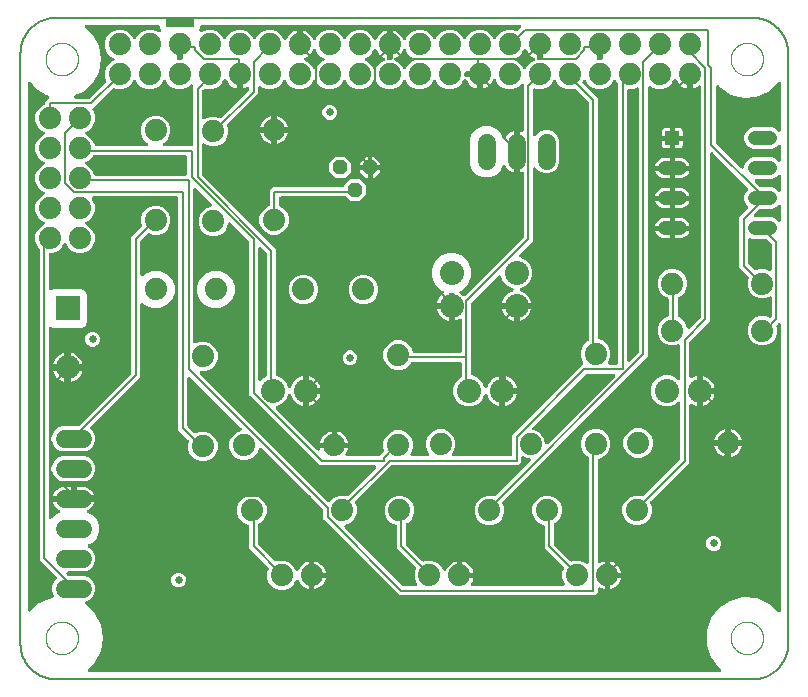
<source format=gbl>
G04 EAGLE Gerber RS-274X export*
G75*
%MOMM*%
%FSLAX34Y34*%
%LPD*%
%INBottom layer*%
%IPPOS*%
%AMOC8*
5,1,8,0,0,1.08239X$1,22.5*%
G01*
%ADD10C,0.000000*%
%ADD11C,0.203200*%
%ADD12C,2.032000*%
%ADD13C,1.879600*%
%ADD14P,1.319650X8X202.500000*%
%ADD15C,1.524000*%
%ADD16R,1.219200X1.219200*%
%ADD17C,1.219200*%
%ADD18R,2.032000X2.032000*%
%ADD19C,0.152400*%
%ADD20C,0.654800*%

G36*
X592075Y6106D02*
X592075Y6106D01*
X592158Y6106D01*
X592248Y6126D01*
X592338Y6137D01*
X592417Y6165D01*
X592498Y6183D01*
X592580Y6223D01*
X592667Y6254D01*
X592737Y6299D01*
X592811Y6336D01*
X592882Y6393D01*
X592959Y6443D01*
X593017Y6503D01*
X593082Y6556D01*
X593138Y6628D01*
X593202Y6694D01*
X593244Y6765D01*
X593295Y6831D01*
X593333Y6914D01*
X593380Y6993D01*
X593406Y7072D01*
X593440Y7148D01*
X593459Y7238D01*
X593487Y7325D01*
X593493Y7408D01*
X593510Y7489D01*
X593507Y7581D01*
X593515Y7672D01*
X593502Y7755D01*
X593500Y7838D01*
X593476Y7926D01*
X593463Y8017D01*
X593432Y8094D01*
X593411Y8175D01*
X593368Y8256D01*
X593334Y8341D01*
X593287Y8409D01*
X593248Y8483D01*
X593187Y8552D01*
X593135Y8627D01*
X593073Y8683D01*
X593019Y8745D01*
X592913Y8827D01*
X592876Y8860D01*
X592855Y8872D01*
X592825Y8895D01*
X591666Y9653D01*
X584700Y18602D01*
X581018Y29329D01*
X581018Y40671D01*
X584700Y51398D01*
X591666Y60347D01*
X601161Y66551D01*
X612155Y69335D01*
X623458Y68398D01*
X633844Y63842D01*
X641348Y56934D01*
X641404Y56893D01*
X641454Y56845D01*
X641545Y56791D01*
X641630Y56729D01*
X641694Y56702D01*
X641753Y56666D01*
X641854Y56634D01*
X641951Y56593D01*
X642019Y56581D01*
X642085Y56560D01*
X642190Y56552D01*
X642294Y56534D01*
X642363Y56538D01*
X642432Y56532D01*
X642537Y56548D01*
X642642Y56554D01*
X642708Y56574D01*
X642777Y56584D01*
X642875Y56623D01*
X642977Y56653D01*
X643037Y56687D01*
X643101Y56713D01*
X643188Y56773D01*
X643280Y56825D01*
X643330Y56872D01*
X643387Y56911D01*
X643458Y56990D01*
X643535Y57062D01*
X643574Y57119D01*
X643620Y57170D01*
X643672Y57263D01*
X643731Y57350D01*
X643755Y57415D01*
X643789Y57475D01*
X643818Y57577D01*
X643855Y57676D01*
X643865Y57744D01*
X643884Y57811D01*
X643897Y57981D01*
X643903Y58021D01*
X643902Y58034D01*
X643903Y58054D01*
X643903Y299837D01*
X643892Y299936D01*
X643890Y300037D01*
X643872Y300109D01*
X643863Y300183D01*
X643830Y300277D01*
X643805Y300375D01*
X643771Y300441D01*
X643746Y300511D01*
X643691Y300595D01*
X643645Y300685D01*
X643597Y300741D01*
X643557Y300804D01*
X643485Y300874D01*
X643420Y300950D01*
X643360Y300994D01*
X643306Y301046D01*
X643220Y301097D01*
X643139Y301157D01*
X643071Y301187D01*
X643007Y301225D01*
X642911Y301255D01*
X642819Y301295D01*
X642746Y301308D01*
X642675Y301331D01*
X642575Y301339D01*
X642476Y301357D01*
X642402Y301353D01*
X642328Y301359D01*
X642228Y301344D01*
X642128Y301339D01*
X642057Y301318D01*
X641983Y301307D01*
X641890Y301270D01*
X641793Y301242D01*
X641728Y301206D01*
X641659Y301179D01*
X641577Y301121D01*
X641489Y301072D01*
X641413Y301007D01*
X641373Y300980D01*
X641349Y300953D01*
X641303Y300914D01*
X640481Y300092D01*
X640434Y300032D01*
X640379Y299979D01*
X640325Y299896D01*
X640264Y299819D01*
X640232Y299750D01*
X640190Y299685D01*
X640157Y299593D01*
X640115Y299504D01*
X640099Y299429D01*
X640074Y299357D01*
X640063Y299259D01*
X640042Y299163D01*
X640043Y299087D01*
X640035Y299011D01*
X640046Y298913D01*
X640048Y298815D01*
X640067Y298740D01*
X640076Y298664D01*
X640121Y298522D01*
X640133Y298477D01*
X640142Y298459D01*
X640151Y298432D01*
X640547Y297476D01*
X640547Y292524D01*
X638652Y287949D01*
X635151Y284448D01*
X630576Y282553D01*
X625624Y282553D01*
X621049Y284448D01*
X617548Y287949D01*
X615653Y292524D01*
X615653Y297476D01*
X617548Y302051D01*
X621049Y305552D01*
X625624Y307447D01*
X630576Y307447D01*
X633365Y306291D01*
X634083Y305994D01*
X634228Y305953D01*
X634371Y305907D01*
X634395Y305905D01*
X634418Y305898D01*
X634569Y305891D01*
X634718Y305879D01*
X634742Y305882D01*
X634766Y305881D01*
X634914Y305908D01*
X635063Y305931D01*
X635085Y305940D01*
X635109Y305944D01*
X635247Y306004D01*
X635387Y306059D01*
X635407Y306073D01*
X635429Y306083D01*
X635550Y306173D01*
X635673Y306258D01*
X635689Y306276D01*
X635709Y306291D01*
X635806Y306405D01*
X635906Y306517D01*
X635918Y306538D01*
X635934Y306557D01*
X636002Y306690D01*
X636075Y306822D01*
X636081Y306845D01*
X636092Y306867D01*
X636129Y307012D01*
X636170Y307157D01*
X636172Y307187D01*
X636177Y307205D01*
X636177Y307252D01*
X636189Y307401D01*
X636189Y322599D01*
X636172Y322748D01*
X636160Y322898D01*
X636152Y322921D01*
X636149Y322945D01*
X636099Y323086D01*
X636053Y323230D01*
X636040Y323250D01*
X636032Y323273D01*
X635950Y323400D01*
X635873Y323528D01*
X635856Y323546D01*
X635843Y323566D01*
X635735Y323671D01*
X635630Y323778D01*
X635610Y323791D01*
X635592Y323808D01*
X635463Y323885D01*
X635337Y323966D01*
X635314Y323975D01*
X635293Y323987D01*
X635150Y324033D01*
X635008Y324083D01*
X634984Y324086D01*
X634961Y324093D01*
X634812Y324105D01*
X634662Y324122D01*
X634638Y324119D01*
X634614Y324121D01*
X634465Y324099D01*
X634316Y324081D01*
X634288Y324072D01*
X634269Y324069D01*
X634225Y324052D01*
X634083Y324006D01*
X630576Y322553D01*
X625624Y322553D01*
X621049Y324448D01*
X617548Y327949D01*
X615653Y332524D01*
X615653Y337476D01*
X616430Y339351D01*
X616451Y339424D01*
X616481Y339495D01*
X616499Y339591D01*
X616526Y339686D01*
X616529Y339762D01*
X616543Y339838D01*
X616538Y339936D01*
X616543Y340034D01*
X616529Y340109D01*
X616525Y340186D01*
X616498Y340280D01*
X616480Y340377D01*
X616450Y340447D01*
X616428Y340521D01*
X616380Y340606D01*
X616341Y340697D01*
X616296Y340758D01*
X616258Y340825D01*
X616162Y340938D01*
X616133Y340976D01*
X616119Y340989D01*
X616100Y341011D01*
X608689Y348422D01*
X608689Y391578D01*
X611368Y394257D01*
X615664Y398553D01*
X615680Y398574D01*
X615700Y398591D01*
X615789Y398710D01*
X615881Y398826D01*
X615892Y398850D01*
X615907Y398871D01*
X615966Y399007D01*
X616030Y399141D01*
X616035Y399167D01*
X616045Y399191D01*
X616072Y399337D01*
X616103Y399482D01*
X616102Y399508D01*
X616107Y399534D01*
X616099Y399683D01*
X616097Y399830D01*
X616091Y399856D01*
X616089Y399882D01*
X616048Y400025D01*
X616012Y400168D01*
X616000Y400192D01*
X615993Y400217D01*
X615920Y400346D01*
X615852Y400478D01*
X615835Y400498D01*
X615823Y400521D01*
X615664Y400707D01*
X614251Y402120D01*
X612859Y405481D01*
X612859Y409119D01*
X614251Y412480D01*
X615864Y414093D01*
X615880Y414113D01*
X615900Y414130D01*
X615988Y414249D01*
X616081Y414366D01*
X616092Y414389D01*
X616107Y414410D01*
X616166Y414547D01*
X616230Y414681D01*
X616235Y414706D01*
X616245Y414730D01*
X616272Y414877D01*
X616303Y415021D01*
X616302Y415048D01*
X616307Y415073D01*
X616299Y415222D01*
X616297Y415370D01*
X616291Y415395D01*
X616289Y415422D01*
X616248Y415564D01*
X616212Y415708D01*
X616200Y415731D01*
X616193Y415756D01*
X616120Y415886D01*
X616052Y416018D01*
X616035Y416038D01*
X616023Y416061D01*
X615864Y416247D01*
X586411Y445700D01*
X586333Y445762D01*
X586260Y445832D01*
X586196Y445870D01*
X586138Y445916D01*
X586047Y445959D01*
X585961Y446011D01*
X585890Y446033D01*
X585823Y446065D01*
X585725Y446086D01*
X585629Y446117D01*
X585555Y446123D01*
X585482Y446139D01*
X585382Y446137D01*
X585282Y446145D01*
X585208Y446134D01*
X585134Y446133D01*
X585037Y446108D01*
X584937Y446093D01*
X584868Y446066D01*
X584796Y446048D01*
X584706Y446002D01*
X584613Y445965D01*
X584552Y445922D01*
X584486Y445888D01*
X584409Y445823D01*
X584327Y445766D01*
X584277Y445710D01*
X584221Y445662D01*
X584161Y445581D01*
X584094Y445507D01*
X584058Y445442D01*
X584013Y445382D01*
X583974Y445290D01*
X583925Y445202D01*
X583905Y445130D01*
X583875Y445062D01*
X583858Y444963D01*
X583830Y444866D01*
X583822Y444766D01*
X583814Y444719D01*
X583816Y444683D01*
X583811Y444623D01*
X583811Y303422D01*
X566757Y286368D01*
X566678Y286269D01*
X566594Y286175D01*
X566570Y286132D01*
X566540Y286095D01*
X566486Y285980D01*
X566425Y285870D01*
X566412Y285823D01*
X566391Y285780D01*
X566365Y285656D01*
X566330Y285534D01*
X566325Y285474D01*
X566318Y285439D01*
X566319Y285391D01*
X566311Y285291D01*
X566311Y256377D01*
X566315Y256341D01*
X566312Y256306D01*
X566335Y256169D01*
X566351Y256031D01*
X566363Y255997D01*
X566368Y255962D01*
X566421Y255833D01*
X566468Y255703D01*
X566488Y255672D01*
X566501Y255639D01*
X566582Y255527D01*
X566657Y255410D01*
X566683Y255385D01*
X566704Y255356D01*
X566808Y255264D01*
X566908Y255168D01*
X566939Y255149D01*
X566966Y255126D01*
X567088Y255060D01*
X567207Y254989D01*
X567241Y254978D01*
X567273Y254961D01*
X567407Y254925D01*
X567539Y254883D01*
X567575Y254880D01*
X567609Y254870D01*
X567748Y254866D01*
X567886Y254855D01*
X567922Y254860D01*
X567958Y254859D01*
X568093Y254886D01*
X568231Y254906D01*
X568264Y254920D01*
X568299Y254927D01*
X568526Y255020D01*
X570195Y255870D01*
X572096Y256488D01*
X572531Y256557D01*
X572531Y245116D01*
X572534Y245090D01*
X572532Y245064D01*
X572554Y244917D01*
X572571Y244770D01*
X572579Y244745D01*
X572583Y244719D01*
X572638Y244582D01*
X572688Y244442D01*
X572702Y244420D01*
X572712Y244395D01*
X572797Y244274D01*
X572877Y244149D01*
X572896Y244131D01*
X572911Y244109D01*
X572927Y244095D01*
X572845Y244010D01*
X572831Y243987D01*
X572814Y243968D01*
X572742Y243838D01*
X572666Y243711D01*
X572658Y243686D01*
X572645Y243663D01*
X572605Y243520D01*
X572560Y243379D01*
X572557Y243353D01*
X572550Y243328D01*
X572531Y243084D01*
X572531Y231643D01*
X572096Y231712D01*
X570195Y232330D01*
X568526Y233180D01*
X568492Y233193D01*
X568461Y233211D01*
X568329Y233253D01*
X568199Y233302D01*
X568163Y233306D01*
X568129Y233317D01*
X567991Y233328D01*
X567853Y233346D01*
X567818Y233342D01*
X567782Y233345D01*
X567645Y233325D01*
X567507Y233311D01*
X567473Y233299D01*
X567437Y233294D01*
X567308Y233242D01*
X567177Y233197D01*
X567147Y233178D01*
X567113Y233165D01*
X566999Y233086D01*
X566882Y233012D01*
X566857Y232986D01*
X566827Y232966D01*
X566734Y232863D01*
X566636Y232764D01*
X566618Y232734D01*
X566594Y232707D01*
X566527Y232586D01*
X566454Y232468D01*
X566442Y232434D01*
X566425Y232402D01*
X566387Y232269D01*
X566343Y232137D01*
X566340Y232101D01*
X566330Y232067D01*
X566311Y231823D01*
X566311Y183422D01*
X563632Y180743D01*
X533456Y150567D01*
X533408Y150507D01*
X533353Y150454D01*
X533300Y150371D01*
X533239Y150294D01*
X533207Y150225D01*
X533165Y150160D01*
X533132Y150067D01*
X533090Y149979D01*
X533074Y149904D01*
X533049Y149832D01*
X533038Y149734D01*
X533017Y149638D01*
X533018Y149562D01*
X533010Y149485D01*
X533021Y149388D01*
X533023Y149289D01*
X533042Y149215D01*
X533050Y149139D01*
X533096Y148997D01*
X533108Y148951D01*
X533117Y148934D01*
X533126Y148907D01*
X534547Y145476D01*
X534547Y140524D01*
X532652Y135949D01*
X529151Y132448D01*
X524576Y130553D01*
X519624Y130553D01*
X515049Y132448D01*
X511548Y135949D01*
X509653Y140524D01*
X509653Y145476D01*
X511548Y150051D01*
X515049Y153552D01*
X519624Y155447D01*
X524576Y155447D01*
X525744Y154963D01*
X525817Y154942D01*
X525888Y154912D01*
X525984Y154894D01*
X526079Y154867D01*
X526155Y154864D01*
X526231Y154850D01*
X526329Y154855D01*
X526427Y154850D01*
X526502Y154864D01*
X526579Y154868D01*
X526673Y154895D01*
X526770Y154913D01*
X526840Y154943D01*
X526913Y154964D01*
X526999Y155013D01*
X527090Y155052D01*
X527151Y155097D01*
X527218Y155135D01*
X527331Y155231D01*
X527369Y155260D01*
X527382Y155274D01*
X527404Y155293D01*
X558243Y186132D01*
X558322Y186231D01*
X558406Y186325D01*
X558430Y186368D01*
X558460Y186405D01*
X558514Y186520D01*
X558575Y186630D01*
X558588Y186677D01*
X558609Y186720D01*
X558635Y186844D01*
X558670Y186966D01*
X558675Y187026D01*
X558682Y187061D01*
X558681Y187109D01*
X558689Y187209D01*
X558689Y233302D01*
X558678Y233402D01*
X558676Y233502D01*
X558658Y233574D01*
X558649Y233648D01*
X558616Y233743D01*
X558591Y233840D01*
X558557Y233906D01*
X558532Y233976D01*
X558477Y234061D01*
X558431Y234150D01*
X558383Y234206D01*
X558343Y234269D01*
X558271Y234339D01*
X558206Y234415D01*
X558146Y234459D01*
X558092Y234511D01*
X558006Y234563D01*
X557925Y234622D01*
X557857Y234652D01*
X557793Y234690D01*
X557697Y234721D01*
X557605Y234760D01*
X557532Y234774D01*
X557461Y234796D01*
X557361Y234804D01*
X557262Y234822D01*
X557188Y234818D01*
X557114Y234824D01*
X557014Y234809D01*
X556914Y234804D01*
X556843Y234784D01*
X556769Y234773D01*
X556676Y234735D01*
X556579Y234708D01*
X556514Y234671D01*
X556445Y234644D01*
X556363Y234587D01*
X556275Y234537D01*
X556199Y234472D01*
X556159Y234445D01*
X556135Y234418D01*
X556089Y234379D01*
X554612Y232902D01*
X549757Y230891D01*
X544503Y230891D01*
X539648Y232902D01*
X535932Y236618D01*
X533921Y241473D01*
X533921Y246727D01*
X535932Y251582D01*
X539648Y255298D01*
X544503Y257309D01*
X549757Y257309D01*
X554612Y255298D01*
X556089Y253821D01*
X556168Y253759D01*
X556240Y253689D01*
X556304Y253651D01*
X556362Y253604D01*
X556453Y253562D01*
X556539Y253510D01*
X556610Y253487D01*
X556677Y253456D01*
X556775Y253434D01*
X556871Y253404D01*
X556945Y253398D01*
X557018Y253382D01*
X557118Y253384D01*
X557218Y253376D01*
X557292Y253387D01*
X557366Y253388D01*
X557463Y253413D01*
X557563Y253427D01*
X557632Y253455D01*
X557704Y253473D01*
X557793Y253519D01*
X557887Y253556D01*
X557948Y253599D01*
X558014Y253633D01*
X558090Y253698D01*
X558173Y253755D01*
X558223Y253810D01*
X558279Y253859D01*
X558339Y253939D01*
X558406Y254014D01*
X558442Y254079D01*
X558487Y254139D01*
X558526Y254231D01*
X558575Y254319D01*
X558595Y254391D01*
X558625Y254459D01*
X558642Y254558D01*
X558670Y254654D01*
X558678Y254754D01*
X558686Y254802D01*
X558684Y254838D01*
X558689Y254898D01*
X558689Y282060D01*
X558672Y282209D01*
X558660Y282359D01*
X558652Y282383D01*
X558649Y282406D01*
X558599Y282548D01*
X558553Y282691D01*
X558540Y282712D01*
X558532Y282735D01*
X558450Y282861D01*
X558373Y282990D01*
X558356Y283007D01*
X558343Y283027D01*
X558235Y283132D01*
X558130Y283240D01*
X558110Y283253D01*
X558092Y283270D01*
X557963Y283347D01*
X557837Y283428D01*
X557814Y283436D01*
X557793Y283448D01*
X557650Y283494D01*
X557508Y283545D01*
X557484Y283547D01*
X557461Y283555D01*
X557312Y283567D01*
X557162Y283584D01*
X557138Y283581D01*
X557114Y283583D01*
X556965Y283560D01*
X556816Y283543D01*
X556788Y283534D01*
X556769Y283531D01*
X556725Y283513D01*
X556583Y283468D01*
X554376Y282553D01*
X549424Y282553D01*
X544849Y284448D01*
X541348Y287949D01*
X539453Y292524D01*
X539453Y297476D01*
X541348Y302051D01*
X544849Y305552D01*
X547749Y306753D01*
X547816Y306790D01*
X547887Y306818D01*
X547968Y306874D01*
X548054Y306922D01*
X548110Y306974D01*
X548173Y307017D01*
X548239Y307090D01*
X548312Y307156D01*
X548355Y307219D01*
X548406Y307276D01*
X548454Y307362D01*
X548510Y307443D01*
X548538Y307514D01*
X548575Y307581D01*
X548602Y307676D01*
X548638Y307767D01*
X548649Y307843D01*
X548670Y307916D01*
X548682Y308065D01*
X548689Y308112D01*
X548687Y308131D01*
X548689Y308160D01*
X548689Y321840D01*
X548681Y321916D01*
X548682Y321992D01*
X548661Y322088D01*
X548649Y322186D01*
X548624Y322258D01*
X548607Y322333D01*
X548565Y322422D01*
X548532Y322514D01*
X548490Y322578D01*
X548458Y322647D01*
X548396Y322724D01*
X548343Y322807D01*
X548288Y322860D01*
X548240Y322920D01*
X548163Y322981D01*
X548092Y323049D01*
X548027Y323088D01*
X547967Y323136D01*
X547833Y323204D01*
X547793Y323228D01*
X547775Y323234D01*
X547749Y323247D01*
X544849Y324448D01*
X541348Y327949D01*
X539453Y332524D01*
X539453Y337476D01*
X541348Y342051D01*
X544849Y345552D01*
X549424Y347447D01*
X554376Y347447D01*
X558951Y345552D01*
X562452Y342051D01*
X564347Y337476D01*
X564347Y332524D01*
X562452Y327949D01*
X558951Y324448D01*
X557251Y323744D01*
X557184Y323707D01*
X557113Y323679D01*
X557032Y323623D01*
X556946Y323575D01*
X556890Y323524D01*
X556827Y323480D01*
X556761Y323407D01*
X556688Y323341D01*
X556645Y323278D01*
X556594Y323221D01*
X556546Y323135D01*
X556490Y323054D01*
X556462Y322983D01*
X556425Y322916D01*
X556398Y322821D01*
X556362Y322730D01*
X556351Y322654D01*
X556330Y322581D01*
X556318Y322432D01*
X556311Y322385D01*
X556313Y322366D01*
X556311Y322337D01*
X556311Y307663D01*
X556312Y307652D01*
X556312Y307648D01*
X556315Y307624D01*
X556319Y307587D01*
X556318Y307511D01*
X556339Y307414D01*
X556351Y307317D01*
X556376Y307245D01*
X556393Y307170D01*
X556435Y307081D01*
X556468Y306989D01*
X556510Y306924D01*
X556542Y306856D01*
X556604Y306779D01*
X556657Y306696D01*
X556712Y306643D01*
X556760Y306583D01*
X556837Y306522D01*
X556908Y306454D01*
X556973Y306414D01*
X557033Y306367D01*
X557166Y306299D01*
X557207Y306275D01*
X557225Y306269D01*
X557251Y306256D01*
X558951Y305552D01*
X562452Y302051D01*
X564277Y297645D01*
X564350Y297513D01*
X564419Y297380D01*
X564434Y297361D01*
X564446Y297340D01*
X564547Y297229D01*
X564645Y297114D01*
X564664Y297100D01*
X564680Y297082D01*
X564804Y296996D01*
X564925Y296907D01*
X564947Y296897D01*
X564967Y296884D01*
X565107Y296828D01*
X565245Y296769D01*
X565269Y296765D01*
X565291Y296756D01*
X565440Y296734D01*
X565588Y296707D01*
X565612Y296709D01*
X565636Y296705D01*
X565786Y296718D01*
X565936Y296725D01*
X565959Y296732D01*
X565983Y296734D01*
X566127Y296780D01*
X566271Y296822D01*
X566292Y296834D01*
X566315Y296841D01*
X566444Y296918D01*
X566575Y296992D01*
X566597Y297011D01*
X566614Y297021D01*
X566647Y297053D01*
X566761Y297150D01*
X575743Y306132D01*
X575822Y306231D01*
X575906Y306325D01*
X575930Y306368D01*
X575960Y306405D01*
X576014Y306520D01*
X576075Y306630D01*
X576088Y306677D01*
X576109Y306720D01*
X576135Y306844D01*
X576170Y306966D01*
X576175Y307026D01*
X576182Y307061D01*
X576181Y307109D01*
X576189Y307209D01*
X576189Y501220D01*
X576172Y501375D01*
X576158Y501529D01*
X576152Y501547D01*
X576149Y501567D01*
X576097Y501712D01*
X576048Y501860D01*
X576038Y501876D01*
X576032Y501895D01*
X575948Y502025D01*
X575867Y502157D01*
X575853Y502171D01*
X575843Y502188D01*
X575731Y502296D01*
X575622Y502406D01*
X575606Y502416D01*
X575592Y502430D01*
X575458Y502510D01*
X575328Y502592D01*
X575310Y502599D01*
X575293Y502609D01*
X575145Y502656D01*
X574999Y502707D01*
X574980Y502709D01*
X574961Y502715D01*
X574807Y502727D01*
X574652Y502744D01*
X574633Y502741D01*
X574614Y502743D01*
X574460Y502720D01*
X574306Y502701D01*
X574288Y502694D01*
X574269Y502691D01*
X574125Y502634D01*
X573979Y502580D01*
X573960Y502568D01*
X573945Y502562D01*
X573909Y502537D01*
X573771Y502453D01*
X572857Y501789D01*
X571183Y500936D01*
X569396Y500355D01*
X569139Y500315D01*
X569139Y510984D01*
X569136Y511010D01*
X569138Y511036D01*
X569116Y511183D01*
X569099Y511330D01*
X569091Y511355D01*
X569087Y511381D01*
X569032Y511518D01*
X568982Y511658D01*
X568968Y511680D01*
X568958Y511705D01*
X568873Y511826D01*
X568793Y511951D01*
X568774Y511969D01*
X568759Y511991D01*
X568649Y512090D01*
X568542Y512193D01*
X568520Y512207D01*
X568500Y512224D01*
X568370Y512296D01*
X568243Y512372D01*
X568218Y512380D01*
X568195Y512393D01*
X568052Y512433D01*
X567911Y512478D01*
X567885Y512480D01*
X567860Y512487D01*
X567616Y512507D01*
X565584Y512507D01*
X565558Y512504D01*
X565532Y512506D01*
X565385Y512484D01*
X565238Y512467D01*
X565213Y512458D01*
X565187Y512454D01*
X565049Y512400D01*
X564910Y512350D01*
X564888Y512335D01*
X564863Y512326D01*
X564742Y512241D01*
X564617Y512161D01*
X564599Y512142D01*
X564577Y512127D01*
X564478Y512017D01*
X564375Y511910D01*
X564361Y511887D01*
X564344Y511868D01*
X564272Y511738D01*
X564196Y511611D01*
X564188Y511586D01*
X564175Y511563D01*
X564135Y511420D01*
X564090Y511279D01*
X564087Y511253D01*
X564080Y511228D01*
X564061Y510984D01*
X564061Y500315D01*
X563804Y500355D01*
X562017Y500936D01*
X560343Y501789D01*
X558822Y502894D01*
X557494Y504222D01*
X556389Y505743D01*
X555513Y507463D01*
X555490Y507497D01*
X555474Y507534D01*
X555394Y507642D01*
X555320Y507753D01*
X555290Y507781D01*
X555266Y507814D01*
X555164Y507901D01*
X555066Y507992D01*
X555031Y508013D01*
X555000Y508039D01*
X554881Y508100D01*
X554765Y508168D01*
X554726Y508179D01*
X554690Y508198D01*
X554560Y508230D01*
X554432Y508270D01*
X554391Y508272D01*
X554351Y508282D01*
X554217Y508284D01*
X554084Y508293D01*
X554044Y508287D01*
X554003Y508287D01*
X553872Y508259D01*
X553740Y508237D01*
X553702Y508222D01*
X553662Y508213D01*
X553542Y508156D01*
X553418Y508104D01*
X553384Y508081D01*
X553348Y508063D01*
X553243Y507980D01*
X553134Y507902D01*
X553107Y507871D01*
X553075Y507846D01*
X552993Y507741D01*
X552904Y507640D01*
X552885Y507604D01*
X552859Y507572D01*
X552748Y507354D01*
X551752Y504949D01*
X548251Y501448D01*
X543676Y499553D01*
X538724Y499553D01*
X534149Y501448D01*
X533911Y501687D01*
X533833Y501749D01*
X533760Y501819D01*
X533696Y501857D01*
X533638Y501903D01*
X533547Y501946D01*
X533461Y501998D01*
X533390Y502020D01*
X533323Y502052D01*
X533225Y502073D01*
X533129Y502104D01*
X533055Y502110D01*
X532982Y502126D01*
X532882Y502124D01*
X532782Y502132D01*
X532708Y502121D01*
X532634Y502120D01*
X532536Y502095D01*
X532437Y502080D01*
X532368Y502053D01*
X532296Y502035D01*
X532207Y501989D01*
X532113Y501951D01*
X532052Y501909D01*
X531986Y501875D01*
X531910Y501810D01*
X531827Y501753D01*
X531777Y501697D01*
X531721Y501649D01*
X531661Y501568D01*
X531594Y501494D01*
X531558Y501429D01*
X531513Y501369D01*
X531474Y501277D01*
X531425Y501189D01*
X531405Y501117D01*
X531375Y501049D01*
X531358Y500950D01*
X531330Y500853D01*
X531322Y500753D01*
X531314Y500706D01*
X531316Y500670D01*
X531311Y500610D01*
X531311Y273422D01*
X528632Y270743D01*
X408456Y150567D01*
X408408Y150507D01*
X408353Y150454D01*
X408300Y150371D01*
X408239Y150294D01*
X408207Y150225D01*
X408165Y150160D01*
X408132Y150067D01*
X408090Y149979D01*
X408074Y149904D01*
X408049Y149832D01*
X408038Y149734D01*
X408017Y149638D01*
X408018Y149562D01*
X408010Y149485D01*
X408021Y149388D01*
X408023Y149289D01*
X408042Y149215D01*
X408050Y149139D01*
X408096Y148997D01*
X408108Y148951D01*
X408117Y148934D01*
X408126Y148907D01*
X409547Y145476D01*
X409547Y140524D01*
X407652Y135949D01*
X404151Y132448D01*
X399576Y130553D01*
X394624Y130553D01*
X390049Y132448D01*
X386548Y135949D01*
X384653Y140524D01*
X384653Y145476D01*
X386548Y150051D01*
X390049Y153552D01*
X394624Y155447D01*
X399576Y155447D01*
X400744Y154963D01*
X400817Y154942D01*
X400888Y154912D01*
X400984Y154894D01*
X401079Y154867D01*
X401155Y154864D01*
X401231Y154850D01*
X401329Y154855D01*
X401427Y154850D01*
X401502Y154864D01*
X401579Y154868D01*
X401673Y154895D01*
X401770Y154913D01*
X401840Y154943D01*
X401913Y154964D01*
X401999Y155013D01*
X402090Y155052D01*
X402151Y155097D01*
X402218Y155135D01*
X402331Y155231D01*
X402369Y155260D01*
X402382Y155274D01*
X402404Y155293D01*
X431619Y184508D01*
X431715Y184630D01*
X431815Y184749D01*
X431824Y184766D01*
X431836Y184781D01*
X431902Y184921D01*
X431972Y185060D01*
X431976Y185079D01*
X431985Y185096D01*
X432017Y185248D01*
X432054Y185399D01*
X432054Y185418D01*
X432058Y185437D01*
X432055Y185592D01*
X432057Y185747D01*
X432052Y185766D01*
X432052Y185785D01*
X432014Y185936D01*
X431980Y186087D01*
X431972Y186105D01*
X431967Y186123D01*
X431896Y186262D01*
X431828Y186401D01*
X431816Y186416D01*
X431807Y186433D01*
X431707Y186551D01*
X431609Y186672D01*
X431594Y186684D01*
X431581Y186699D01*
X431457Y186791D01*
X431334Y186886D01*
X431317Y186894D01*
X431301Y186906D01*
X431159Y186967D01*
X431018Y187032D01*
X430995Y187038D01*
X430981Y187044D01*
X430938Y187052D01*
X430780Y187090D01*
X429104Y187355D01*
X427317Y187936D01*
X426026Y188594D01*
X425992Y188607D01*
X425961Y188625D01*
X425829Y188667D01*
X425699Y188716D01*
X425663Y188720D01*
X425629Y188731D01*
X425491Y188742D01*
X425353Y188760D01*
X425318Y188756D01*
X425282Y188759D01*
X425145Y188739D01*
X425007Y188724D01*
X424973Y188713D01*
X424937Y188707D01*
X424808Y188656D01*
X424677Y188611D01*
X424647Y188592D01*
X424613Y188579D01*
X424500Y188500D01*
X424382Y188426D01*
X424356Y188400D01*
X424327Y188380D01*
X424234Y188277D01*
X424136Y188178D01*
X424118Y188148D01*
X424094Y188121D01*
X424027Y188000D01*
X423954Y187881D01*
X423942Y187847D01*
X423925Y187816D01*
X423887Y187683D01*
X423843Y187551D01*
X423840Y187515D01*
X423830Y187481D01*
X423811Y187237D01*
X423811Y183422D01*
X421578Y181189D01*
X314709Y181189D01*
X314584Y181175D01*
X314458Y181168D01*
X314411Y181155D01*
X314363Y181149D01*
X314244Y181107D01*
X314123Y181072D01*
X314081Y181048D01*
X314035Y181032D01*
X313929Y180963D01*
X313819Y180902D01*
X313772Y180862D01*
X313742Y180843D01*
X313709Y180808D01*
X313632Y180743D01*
X283456Y150567D01*
X283408Y150507D01*
X283353Y150454D01*
X283300Y150371D01*
X283239Y150294D01*
X283207Y150225D01*
X283165Y150160D01*
X283132Y150067D01*
X283090Y149979D01*
X283074Y149904D01*
X283049Y149832D01*
X283038Y149734D01*
X283017Y149638D01*
X283018Y149562D01*
X283010Y149485D01*
X283021Y149388D01*
X283023Y149289D01*
X283042Y149215D01*
X283050Y149139D01*
X283096Y148997D01*
X283108Y148951D01*
X283117Y148934D01*
X283126Y148907D01*
X284547Y145476D01*
X284547Y140524D01*
X282652Y135949D01*
X279151Y132448D01*
X275098Y130770D01*
X274967Y130697D01*
X274833Y130628D01*
X274815Y130612D01*
X274794Y130600D01*
X274682Y130499D01*
X274568Y130402D01*
X274553Y130382D01*
X274535Y130366D01*
X274450Y130242D01*
X274361Y130122D01*
X274351Y130099D01*
X274337Y130079D01*
X274282Y129939D01*
X274223Y129802D01*
X274218Y129778D01*
X274209Y129755D01*
X274187Y129607D01*
X274161Y129459D01*
X274162Y129434D01*
X274159Y129410D01*
X274171Y129260D01*
X274179Y129111D01*
X274185Y129087D01*
X274187Y129063D01*
X274234Y128920D01*
X274275Y128776D01*
X274287Y128755D01*
X274295Y128732D01*
X274372Y128603D01*
X274445Y128471D01*
X274464Y128449D01*
X274474Y128433D01*
X274507Y128399D01*
X274604Y128285D01*
X323632Y79257D01*
X323731Y79178D01*
X323825Y79094D01*
X323868Y79070D01*
X323905Y79040D01*
X324020Y78986D01*
X324130Y78925D01*
X324177Y78912D01*
X324220Y78891D01*
X324344Y78865D01*
X324466Y78830D01*
X324526Y78825D01*
X324561Y78818D01*
X324609Y78819D01*
X324709Y78811D01*
X334354Y78811D01*
X334503Y78828D01*
X334654Y78840D01*
X334677Y78848D01*
X334701Y78851D01*
X334842Y78901D01*
X334985Y78947D01*
X335006Y78960D01*
X335029Y78968D01*
X335155Y79050D01*
X335284Y79127D01*
X335301Y79144D01*
X335322Y79157D01*
X335426Y79265D01*
X335534Y79370D01*
X335547Y79390D01*
X335564Y79408D01*
X335641Y79537D01*
X335722Y79663D01*
X335730Y79686D01*
X335743Y79707D01*
X335788Y79850D01*
X335839Y79992D01*
X335841Y80016D01*
X335849Y80039D01*
X335861Y80188D01*
X335878Y80338D01*
X335875Y80362D01*
X335877Y80386D01*
X335854Y80535D01*
X335837Y80684D01*
X335828Y80712D01*
X335825Y80731D01*
X335808Y80775D01*
X335762Y80917D01*
X333853Y85524D01*
X333853Y90476D01*
X335011Y93270D01*
X335032Y93344D01*
X335062Y93414D01*
X335079Y93511D01*
X335106Y93605D01*
X335110Y93682D01*
X335124Y93757D01*
X335119Y93855D01*
X335123Y93953D01*
X335110Y94029D01*
X335106Y94105D01*
X335079Y94199D01*
X335061Y94296D01*
X335030Y94366D01*
X335009Y94440D01*
X334961Y94526D01*
X334922Y94616D01*
X334876Y94677D01*
X334839Y94744D01*
X334742Y94858D01*
X334714Y94896D01*
X334699Y94908D01*
X334681Y94930D01*
X321368Y108243D01*
X318689Y110922D01*
X318689Y129426D01*
X318681Y129502D01*
X318682Y129578D01*
X318661Y129674D01*
X318649Y129772D01*
X318624Y129844D01*
X318607Y129919D01*
X318565Y130007D01*
X318532Y130100D01*
X318490Y130164D01*
X318458Y130233D01*
X318396Y130310D01*
X318343Y130393D01*
X318288Y130446D01*
X318240Y130506D01*
X318163Y130567D01*
X318092Y130635D01*
X318027Y130674D01*
X317967Y130722D01*
X317833Y130790D01*
X317793Y130814D01*
X317775Y130820D01*
X317749Y130833D01*
X313849Y132448D01*
X310348Y135949D01*
X308453Y140524D01*
X308453Y145476D01*
X310348Y150051D01*
X313849Y153552D01*
X318424Y155447D01*
X323376Y155447D01*
X327951Y153552D01*
X331452Y150051D01*
X333347Y145476D01*
X333347Y140524D01*
X331452Y135949D01*
X327951Y132448D01*
X327251Y132158D01*
X327184Y132121D01*
X327113Y132093D01*
X327032Y132037D01*
X326946Y131989D01*
X326890Y131938D01*
X326827Y131894D01*
X326761Y131821D01*
X326688Y131755D01*
X326645Y131692D01*
X326594Y131635D01*
X326546Y131549D01*
X326490Y131468D01*
X326462Y131397D01*
X326425Y131330D01*
X326398Y131236D01*
X326362Y131144D01*
X326351Y131069D01*
X326330Y130995D01*
X326318Y130846D01*
X326311Y130799D01*
X326313Y130780D01*
X326311Y130751D01*
X326311Y114709D01*
X326325Y114584D01*
X326332Y114458D01*
X326345Y114411D01*
X326351Y114363D01*
X326393Y114244D01*
X326428Y114123D01*
X326452Y114081D01*
X326468Y114035D01*
X326537Y113929D01*
X326598Y113819D01*
X326638Y113772D01*
X326657Y113742D01*
X326692Y113709D01*
X326757Y113632D01*
X340360Y100029D01*
X340419Y99982D01*
X340473Y99927D01*
X340556Y99874D01*
X340633Y99813D01*
X340702Y99780D01*
X340766Y99739D01*
X340859Y99706D01*
X340948Y99664D01*
X341022Y99648D01*
X341095Y99622D01*
X341192Y99611D01*
X341288Y99591D01*
X341365Y99592D01*
X341441Y99583D01*
X341539Y99595D01*
X341637Y99597D01*
X341711Y99615D01*
X341787Y99624D01*
X341929Y99670D01*
X341975Y99682D01*
X341992Y99690D01*
X342020Y99699D01*
X343824Y100447D01*
X348776Y100447D01*
X353351Y98552D01*
X356852Y95051D01*
X357848Y92646D01*
X357868Y92610D01*
X357881Y92571D01*
X357952Y92458D01*
X358017Y92341D01*
X358045Y92311D01*
X358066Y92276D01*
X358161Y92182D01*
X358251Y92083D01*
X358285Y92060D01*
X358314Y92031D01*
X358428Y91961D01*
X358538Y91885D01*
X358576Y91870D01*
X358611Y91848D01*
X358738Y91806D01*
X358862Y91757D01*
X358903Y91751D01*
X358941Y91738D01*
X359075Y91725D01*
X359207Y91706D01*
X359248Y91709D01*
X359288Y91706D01*
X359421Y91724D01*
X359554Y91735D01*
X359593Y91747D01*
X359634Y91753D01*
X359758Y91801D01*
X359886Y91842D01*
X359921Y91863D01*
X359959Y91877D01*
X360070Y91952D01*
X360185Y92022D01*
X360214Y92050D01*
X360248Y92073D01*
X360338Y92171D01*
X360435Y92264D01*
X360457Y92299D01*
X360484Y92329D01*
X360613Y92537D01*
X361489Y94257D01*
X362594Y95778D01*
X363922Y97106D01*
X365443Y98211D01*
X367117Y99064D01*
X368904Y99645D01*
X369669Y99766D01*
X369669Y88508D01*
X369672Y88482D01*
X369670Y88456D01*
X369692Y88309D01*
X369709Y88162D01*
X369717Y88137D01*
X369721Y88111D01*
X369776Y87974D01*
X369826Y87834D01*
X369840Y87812D01*
X369850Y87787D01*
X369935Y87666D01*
X370015Y87541D01*
X370034Y87523D01*
X370049Y87501D01*
X370159Y87402D01*
X370266Y87299D01*
X370288Y87285D01*
X370308Y87268D01*
X370438Y87196D01*
X370565Y87120D01*
X370590Y87112D01*
X370613Y87099D01*
X370751Y87060D01*
X370792Y86957D01*
X370842Y86818D01*
X370857Y86796D01*
X370866Y86771D01*
X370951Y86650D01*
X371031Y86525D01*
X371050Y86507D01*
X371065Y86485D01*
X371175Y86386D01*
X371282Y86283D01*
X371305Y86269D01*
X371324Y86252D01*
X371454Y86180D01*
X371581Y86104D01*
X371606Y86096D01*
X371629Y86083D01*
X371772Y86043D01*
X371913Y85998D01*
X371939Y85995D01*
X371964Y85988D01*
X372208Y85969D01*
X383466Y85969D01*
X383345Y85204D01*
X382764Y83417D01*
X381911Y81743D01*
X381538Y81229D01*
X381461Y81094D01*
X381382Y80961D01*
X381376Y80943D01*
X381367Y80926D01*
X381323Y80777D01*
X381276Y80629D01*
X381274Y80610D01*
X381269Y80591D01*
X381260Y80436D01*
X381248Y80282D01*
X381251Y80263D01*
X381250Y80243D01*
X381277Y80090D01*
X381300Y79937D01*
X381307Y79919D01*
X381310Y79900D01*
X381371Y79757D01*
X381428Y79613D01*
X381439Y79597D01*
X381447Y79580D01*
X381539Y79454D01*
X381627Y79327D01*
X381642Y79314D01*
X381653Y79299D01*
X381771Y79197D01*
X381886Y79094D01*
X381903Y79084D01*
X381918Y79072D01*
X382055Y79000D01*
X382191Y78925D01*
X382210Y78920D01*
X382227Y78911D01*
X382377Y78873D01*
X382526Y78830D01*
X382550Y78828D01*
X382564Y78825D01*
X382608Y78824D01*
X382770Y78811D01*
X459354Y78811D01*
X459503Y78828D01*
X459654Y78840D01*
X459677Y78848D01*
X459701Y78851D01*
X459842Y78901D01*
X459985Y78947D01*
X460006Y78960D01*
X460029Y78968D01*
X460155Y79050D01*
X460284Y79127D01*
X460301Y79144D01*
X460322Y79157D01*
X460426Y79265D01*
X460534Y79370D01*
X460547Y79390D01*
X460564Y79408D01*
X460641Y79537D01*
X460722Y79663D01*
X460730Y79686D01*
X460743Y79707D01*
X460788Y79850D01*
X460839Y79992D01*
X460841Y80016D01*
X460849Y80039D01*
X460861Y80188D01*
X460878Y80338D01*
X460875Y80362D01*
X460877Y80386D01*
X460854Y80535D01*
X460837Y80684D01*
X460828Y80712D01*
X460825Y80731D01*
X460808Y80775D01*
X460762Y80917D01*
X458853Y85524D01*
X458853Y90476D01*
X460011Y93270D01*
X460032Y93344D01*
X460062Y93414D01*
X460079Y93511D01*
X460106Y93605D01*
X460110Y93682D01*
X460124Y93757D01*
X460119Y93855D01*
X460123Y93953D01*
X460110Y94029D01*
X460106Y94105D01*
X460079Y94199D01*
X460061Y94296D01*
X460030Y94366D01*
X460009Y94440D01*
X459961Y94526D01*
X459922Y94616D01*
X459876Y94677D01*
X459839Y94744D01*
X459742Y94858D01*
X459714Y94896D01*
X459699Y94908D01*
X459681Y94930D01*
X446368Y108243D01*
X443689Y110922D01*
X443689Y129426D01*
X443681Y129502D01*
X443682Y129578D01*
X443661Y129674D01*
X443649Y129772D01*
X443624Y129844D01*
X443607Y129919D01*
X443565Y130007D01*
X443532Y130100D01*
X443490Y130164D01*
X443458Y130233D01*
X443396Y130310D01*
X443343Y130393D01*
X443288Y130446D01*
X443240Y130506D01*
X443163Y130567D01*
X443092Y130635D01*
X443027Y130674D01*
X442967Y130722D01*
X442833Y130790D01*
X442793Y130814D01*
X442775Y130820D01*
X442749Y130833D01*
X438849Y132448D01*
X435348Y135949D01*
X433453Y140524D01*
X433453Y145476D01*
X435348Y150051D01*
X438849Y153552D01*
X443424Y155447D01*
X448376Y155447D01*
X452951Y153552D01*
X456452Y150051D01*
X458347Y145476D01*
X458347Y140524D01*
X456452Y135949D01*
X452951Y132448D01*
X452251Y132158D01*
X452184Y132121D01*
X452113Y132093D01*
X452032Y132037D01*
X451946Y131989D01*
X451890Y131938D01*
X451827Y131894D01*
X451761Y131821D01*
X451688Y131755D01*
X451645Y131692D01*
X451594Y131635D01*
X451546Y131549D01*
X451490Y131468D01*
X451462Y131397D01*
X451425Y131330D01*
X451398Y131236D01*
X451362Y131144D01*
X451351Y131069D01*
X451330Y130995D01*
X451318Y130846D01*
X451311Y130799D01*
X451313Y130780D01*
X451311Y130751D01*
X451311Y114709D01*
X451325Y114584D01*
X451332Y114458D01*
X451345Y114411D01*
X451351Y114363D01*
X451393Y114244D01*
X451428Y114123D01*
X451452Y114081D01*
X451468Y114035D01*
X451537Y113929D01*
X451598Y113819D01*
X451638Y113772D01*
X451657Y113742D01*
X451692Y113709D01*
X451757Y113632D01*
X465360Y100029D01*
X465419Y99982D01*
X465473Y99927D01*
X465556Y99874D01*
X465633Y99813D01*
X465702Y99780D01*
X465766Y99739D01*
X465859Y99706D01*
X465948Y99664D01*
X466022Y99648D01*
X466095Y99622D01*
X466192Y99611D01*
X466288Y99591D01*
X466365Y99592D01*
X466441Y99583D01*
X466539Y99595D01*
X466637Y99597D01*
X466711Y99615D01*
X466787Y99624D01*
X466929Y99670D01*
X466975Y99682D01*
X466992Y99690D01*
X467020Y99699D01*
X468824Y100447D01*
X473776Y100447D01*
X478351Y98552D01*
X478589Y98313D01*
X478667Y98251D01*
X478740Y98181D01*
X478804Y98143D01*
X478862Y98097D01*
X478953Y98054D01*
X479039Y98002D01*
X479110Y97980D01*
X479177Y97948D01*
X479275Y97927D01*
X479371Y97896D01*
X479445Y97890D01*
X479518Y97874D01*
X479618Y97876D01*
X479718Y97868D01*
X479792Y97879D01*
X479866Y97880D01*
X479964Y97905D01*
X480063Y97920D01*
X480132Y97947D01*
X480204Y97965D01*
X480293Y98011D01*
X480387Y98049D01*
X480448Y98091D01*
X480514Y98125D01*
X480590Y98190D01*
X480673Y98247D01*
X480723Y98303D01*
X480779Y98351D01*
X480839Y98432D01*
X480906Y98506D01*
X480942Y98571D01*
X480987Y98631D01*
X481026Y98723D01*
X481075Y98811D01*
X481095Y98883D01*
X481125Y98951D01*
X481142Y99050D01*
X481170Y99147D01*
X481178Y99247D01*
X481186Y99294D01*
X481184Y99330D01*
X481189Y99390D01*
X481189Y187158D01*
X481181Y187234D01*
X481182Y187311D01*
X481161Y187407D01*
X481149Y187504D01*
X481124Y187576D01*
X481107Y187651D01*
X481065Y187740D01*
X481032Y187833D01*
X480990Y187897D01*
X480958Y187966D01*
X480896Y188042D01*
X480843Y188125D01*
X480788Y188179D01*
X480740Y188238D01*
X480663Y188299D01*
X480592Y188368D01*
X480527Y188407D01*
X480467Y188454D01*
X480333Y188522D01*
X480293Y188546D01*
X480275Y188552D01*
X480249Y188566D01*
X480049Y188648D01*
X476548Y192149D01*
X474653Y196724D01*
X474653Y201676D01*
X476548Y206251D01*
X480049Y209752D01*
X484624Y211647D01*
X489576Y211647D01*
X494151Y209752D01*
X497652Y206251D01*
X499547Y201676D01*
X499547Y196724D01*
X497652Y192149D01*
X494151Y188648D01*
X489751Y186826D01*
X489684Y186789D01*
X489613Y186760D01*
X489533Y186704D01*
X489446Y186657D01*
X489390Y186605D01*
X489327Y186562D01*
X489261Y186489D01*
X489188Y186422D01*
X489145Y186359D01*
X489094Y186303D01*
X489046Y186217D01*
X488990Y186136D01*
X488962Y186065D01*
X488925Y185998D01*
X488898Y185903D01*
X488862Y185811D01*
X488851Y185736D01*
X488830Y185662D01*
X488818Y185513D01*
X488811Y185467D01*
X488813Y185448D01*
X488811Y185419D01*
X488811Y99865D01*
X488815Y99829D01*
X488812Y99794D01*
X488835Y99657D01*
X488851Y99519D01*
X488863Y99485D01*
X488868Y99450D01*
X488921Y99321D01*
X488968Y99191D01*
X488988Y99161D01*
X489001Y99127D01*
X489082Y99014D01*
X489157Y98898D01*
X489183Y98873D01*
X489204Y98844D01*
X489308Y98752D01*
X489408Y98656D01*
X489439Y98637D01*
X489466Y98614D01*
X489588Y98548D01*
X489707Y98477D01*
X489741Y98466D01*
X489773Y98449D01*
X489907Y98413D01*
X490039Y98371D01*
X490075Y98368D01*
X490109Y98359D01*
X490248Y98354D01*
X490386Y98343D01*
X490422Y98348D01*
X490458Y98347D01*
X490593Y98374D01*
X490731Y98394D01*
X490764Y98408D01*
X490799Y98415D01*
X491026Y98508D01*
X492117Y99064D01*
X493904Y99645D01*
X494669Y99766D01*
X494669Y88508D01*
X494672Y88482D01*
X494670Y88456D01*
X494692Y88309D01*
X494709Y88162D01*
X494717Y88137D01*
X494721Y88111D01*
X494764Y88004D01*
X494743Y87928D01*
X494698Y87787D01*
X494695Y87761D01*
X494688Y87736D01*
X494669Y87492D01*
X494669Y76234D01*
X493904Y76355D01*
X492117Y76936D01*
X491026Y77492D01*
X490992Y77505D01*
X490961Y77523D01*
X490829Y77565D01*
X490699Y77614D01*
X490663Y77618D01*
X490629Y77629D01*
X490491Y77640D01*
X490353Y77658D01*
X490318Y77654D01*
X490282Y77657D01*
X490145Y77637D01*
X490007Y77623D01*
X489973Y77611D01*
X489937Y77606D01*
X489808Y77554D01*
X489677Y77509D01*
X489647Y77490D01*
X489613Y77477D01*
X489500Y77398D01*
X489382Y77324D01*
X489356Y77298D01*
X489327Y77278D01*
X489234Y77175D01*
X489136Y77076D01*
X489118Y77046D01*
X489094Y77019D01*
X489027Y76898D01*
X488954Y76780D01*
X488942Y76746D01*
X488925Y76714D01*
X488887Y76581D01*
X488843Y76449D01*
X488840Y76413D01*
X488830Y76379D01*
X488811Y76135D01*
X488811Y73422D01*
X486578Y71189D01*
X320922Y71189D01*
X256189Y135922D01*
X256189Y142791D01*
X256175Y142916D01*
X256168Y143042D01*
X256155Y143089D01*
X256149Y143137D01*
X256107Y143256D01*
X256072Y143377D01*
X256048Y143419D01*
X256032Y143465D01*
X255963Y143571D01*
X255902Y143681D01*
X255862Y143728D01*
X255843Y143758D01*
X255808Y143791D01*
X255743Y143868D01*
X204115Y195496D01*
X203997Y195589D01*
X203882Y195687D01*
X203861Y195698D01*
X203842Y195713D01*
X203706Y195777D01*
X203572Y195845D01*
X203549Y195851D01*
X203527Y195862D01*
X203380Y195893D01*
X203234Y195930D01*
X203210Y195930D01*
X203186Y195935D01*
X203036Y195932D01*
X202885Y195935D01*
X202862Y195929D01*
X202838Y195929D01*
X202692Y195892D01*
X202545Y195860D01*
X202523Y195850D01*
X202500Y195844D01*
X202366Y195775D01*
X202230Y195711D01*
X202211Y195695D01*
X202190Y195684D01*
X202075Y195587D01*
X201958Y195493D01*
X201943Y195474D01*
X201924Y195459D01*
X201835Y195338D01*
X201742Y195220D01*
X201728Y195194D01*
X201717Y195178D01*
X201699Y195135D01*
X201630Y195002D01*
X199952Y190949D01*
X196451Y187448D01*
X191876Y185553D01*
X186924Y185553D01*
X182349Y187448D01*
X178848Y190949D01*
X176953Y195524D01*
X176953Y200476D01*
X178848Y205051D01*
X182349Y208552D01*
X186402Y210230D01*
X186533Y210303D01*
X186667Y210372D01*
X186685Y210388D01*
X186706Y210400D01*
X186818Y210501D01*
X186932Y210598D01*
X186947Y210618D01*
X186965Y210634D01*
X187050Y210758D01*
X187139Y210878D01*
X187149Y210901D01*
X187163Y210921D01*
X187218Y211061D01*
X187277Y211198D01*
X187282Y211222D01*
X187291Y211245D01*
X187313Y211393D01*
X187339Y211541D01*
X187338Y211566D01*
X187341Y211590D01*
X187329Y211740D01*
X187321Y211889D01*
X187315Y211913D01*
X187313Y211937D01*
X187266Y212080D01*
X187225Y212224D01*
X187213Y212245D01*
X187205Y212268D01*
X187128Y212397D01*
X187055Y212529D01*
X187036Y212551D01*
X187026Y212567D01*
X186993Y212601D01*
X186896Y212715D01*
X143911Y255700D01*
X143833Y255762D01*
X143760Y255832D01*
X143696Y255870D01*
X143638Y255916D01*
X143547Y255959D01*
X143461Y256011D01*
X143390Y256033D01*
X143323Y256065D01*
X143225Y256086D01*
X143129Y256117D01*
X143055Y256123D01*
X142982Y256139D01*
X142882Y256137D01*
X142782Y256145D01*
X142708Y256134D01*
X142634Y256133D01*
X142537Y256108D01*
X142437Y256093D01*
X142368Y256066D01*
X142296Y256048D01*
X142206Y256002D01*
X142113Y255965D01*
X142052Y255922D01*
X141986Y255888D01*
X141909Y255823D01*
X141827Y255766D01*
X141777Y255710D01*
X141721Y255662D01*
X141661Y255581D01*
X141594Y255507D01*
X141558Y255442D01*
X141513Y255382D01*
X141474Y255290D01*
X141425Y255202D01*
X141405Y255130D01*
X141375Y255062D01*
X141358Y254963D01*
X141330Y254866D01*
X141322Y254766D01*
X141314Y254719D01*
X141316Y254683D01*
X141311Y254623D01*
X141311Y214709D01*
X141325Y214583D01*
X141332Y214458D01*
X141345Y214411D01*
X141351Y214363D01*
X141393Y214244D01*
X141428Y214123D01*
X141452Y214081D01*
X141468Y214035D01*
X141537Y213929D01*
X141598Y213819D01*
X141638Y213772D01*
X141657Y213742D01*
X141692Y213709D01*
X141757Y213632D01*
X146863Y208527D01*
X146923Y208479D01*
X146976Y208424D01*
X147059Y208371D01*
X147136Y208310D01*
X147205Y208277D01*
X147269Y208236D01*
X147362Y208203D01*
X147451Y208161D01*
X147525Y208145D01*
X147597Y208119D01*
X147695Y208108D01*
X147791Y208088D01*
X147868Y208089D01*
X147944Y208080D01*
X148042Y208092D01*
X148140Y208094D01*
X148214Y208112D01*
X148290Y208121D01*
X148432Y208167D01*
X148478Y208179D01*
X148495Y208187D01*
X148523Y208196D01*
X152024Y209647D01*
X156976Y209647D01*
X161551Y207752D01*
X165052Y204251D01*
X166947Y199676D01*
X166947Y194724D01*
X165052Y190149D01*
X161551Y186648D01*
X156976Y184753D01*
X152024Y184753D01*
X147449Y186648D01*
X143948Y190149D01*
X142053Y194724D01*
X142053Y199676D01*
X142508Y200773D01*
X142529Y200847D01*
X142559Y200917D01*
X142576Y201014D01*
X142603Y201108D01*
X142607Y201185D01*
X142621Y201260D01*
X142616Y201358D01*
X142620Y201456D01*
X142607Y201532D01*
X142603Y201608D01*
X142576Y201702D01*
X142558Y201799D01*
X142527Y201869D01*
X142506Y201943D01*
X142458Y202029D01*
X142419Y202119D01*
X142373Y202180D01*
X142336Y202247D01*
X142239Y202361D01*
X142211Y202399D01*
X142197Y202411D01*
X142178Y202433D01*
X133689Y210922D01*
X133689Y407166D01*
X133686Y407192D01*
X133688Y407218D01*
X133666Y407365D01*
X133649Y407512D01*
X133641Y407537D01*
X133637Y407563D01*
X133582Y407701D01*
X133532Y407840D01*
X133518Y407862D01*
X133508Y407887D01*
X133423Y408008D01*
X133343Y408133D01*
X133324Y408151D01*
X133309Y408173D01*
X133199Y408272D01*
X133092Y408375D01*
X133070Y408389D01*
X133050Y408406D01*
X132920Y408478D01*
X132793Y408554D01*
X132768Y408562D01*
X132745Y408575D01*
X132602Y408615D01*
X132461Y408660D01*
X132435Y408662D01*
X132410Y408670D01*
X132166Y408689D01*
X61790Y408689D01*
X61691Y408678D01*
X61590Y408676D01*
X61518Y408658D01*
X61444Y408649D01*
X61350Y408616D01*
X61252Y408591D01*
X61186Y408557D01*
X61116Y408532D01*
X61032Y408477D01*
X60942Y408431D01*
X60886Y408383D01*
X60823Y408343D01*
X60753Y408271D01*
X60677Y408206D01*
X60633Y408146D01*
X60581Y408092D01*
X60530Y408006D01*
X60470Y407925D01*
X60440Y407857D01*
X60402Y407793D01*
X60372Y407698D01*
X60332Y407605D01*
X60319Y407532D01*
X60296Y407461D01*
X60288Y407361D01*
X60270Y407262D01*
X60274Y407188D01*
X60268Y407114D01*
X60283Y407015D01*
X60288Y406914D01*
X60309Y406843D01*
X60320Y406769D01*
X60357Y406676D01*
X60385Y406579D01*
X60421Y406514D01*
X60449Y406445D01*
X60506Y406363D01*
X60555Y406275D01*
X60620Y406199D01*
X60647Y406159D01*
X60674Y406135D01*
X60713Y406089D01*
X60952Y405851D01*
X62847Y401276D01*
X62847Y396324D01*
X60952Y391749D01*
X57451Y388248D01*
X55662Y387507D01*
X55574Y387459D01*
X55482Y387419D01*
X55422Y387374D01*
X55357Y387338D01*
X55283Y387271D01*
X55202Y387211D01*
X55154Y387154D01*
X55099Y387104D01*
X55042Y387021D01*
X54977Y386945D01*
X54943Y386878D01*
X54901Y386817D01*
X54864Y386724D01*
X54818Y386634D01*
X54800Y386562D01*
X54773Y386493D01*
X54758Y386394D01*
X54734Y386296D01*
X54733Y386222D01*
X54722Y386148D01*
X54731Y386048D01*
X54729Y385948D01*
X54745Y385875D01*
X54751Y385801D01*
X54782Y385705D01*
X54803Y385607D01*
X54835Y385540D01*
X54858Y385469D01*
X54910Y385383D01*
X54953Y385292D01*
X55000Y385234D01*
X55038Y385171D01*
X55108Y385098D01*
X55171Y385020D01*
X55229Y384974D01*
X55281Y384921D01*
X55365Y384866D01*
X55444Y384804D01*
X55534Y384758D01*
X55574Y384732D01*
X55608Y384720D01*
X55662Y384693D01*
X57451Y383952D01*
X60952Y380451D01*
X62847Y375876D01*
X62847Y370924D01*
X60952Y366349D01*
X57451Y362848D01*
X52876Y360953D01*
X47924Y360953D01*
X43349Y362848D01*
X39848Y366349D01*
X39107Y368138D01*
X39059Y368226D01*
X39018Y368318D01*
X38974Y368378D01*
X38938Y368443D01*
X38871Y368517D01*
X38811Y368598D01*
X38754Y368646D01*
X38704Y368701D01*
X38621Y368758D01*
X38545Y368823D01*
X38478Y368857D01*
X38417Y368899D01*
X38324Y368936D01*
X38234Y368982D01*
X38162Y369000D01*
X38093Y369027D01*
X37994Y369042D01*
X37896Y369066D01*
X37822Y369067D01*
X37748Y369078D01*
X37648Y369069D01*
X37548Y369071D01*
X37475Y369055D01*
X37401Y369049D01*
X37305Y369018D01*
X37207Y368997D01*
X37140Y368965D01*
X37069Y368942D01*
X36983Y368890D01*
X36892Y368847D01*
X36834Y368800D01*
X36771Y368762D01*
X36699Y368692D01*
X36620Y368629D01*
X36574Y368571D01*
X36521Y368519D01*
X36466Y368435D01*
X36404Y368356D01*
X36358Y368266D01*
X36332Y368226D01*
X36320Y368192D01*
X36293Y368138D01*
X35552Y366349D01*
X32051Y362848D01*
X27476Y360953D01*
X25334Y360953D01*
X25308Y360950D01*
X25282Y360952D01*
X25135Y360930D01*
X24988Y360913D01*
X24963Y360905D01*
X24937Y360901D01*
X24799Y360846D01*
X24660Y360796D01*
X24638Y360782D01*
X24613Y360772D01*
X24492Y360687D01*
X24367Y360607D01*
X24349Y360588D01*
X24327Y360573D01*
X24228Y360463D01*
X24125Y360356D01*
X24111Y360334D01*
X24094Y360314D01*
X24022Y360184D01*
X23946Y360057D01*
X23938Y360032D01*
X23925Y360009D01*
X23885Y359866D01*
X23840Y359725D01*
X23838Y359699D01*
X23830Y359674D01*
X23811Y359430D01*
X23811Y330979D01*
X23828Y330830D01*
X23840Y330679D01*
X23848Y330656D01*
X23851Y330632D01*
X23901Y330491D01*
X23947Y330348D01*
X23960Y330327D01*
X23968Y330304D01*
X24050Y330178D01*
X24127Y330049D01*
X24144Y330032D01*
X24157Y330012D01*
X24266Y329907D01*
X24370Y329799D01*
X24390Y329786D01*
X24408Y329769D01*
X24537Y329692D01*
X24663Y329611D01*
X24686Y329603D01*
X24707Y329590D01*
X24850Y329545D01*
X24992Y329494D01*
X25016Y329492D01*
X25039Y329484D01*
X25188Y329472D01*
X25338Y329455D01*
X25362Y329458D01*
X25386Y329456D01*
X25535Y329479D01*
X25684Y329496D01*
X25712Y329505D01*
X25731Y329508D01*
X25775Y329525D01*
X25917Y329571D01*
X28547Y330661D01*
X51453Y330661D01*
X53842Y329671D01*
X55671Y327842D01*
X56661Y325453D01*
X56661Y302547D01*
X55671Y300158D01*
X53842Y298329D01*
X51453Y297339D01*
X28547Y297339D01*
X25917Y298429D01*
X25772Y298470D01*
X25629Y298516D01*
X25605Y298518D01*
X25582Y298524D01*
X25431Y298532D01*
X25282Y298544D01*
X25258Y298540D01*
X25234Y298541D01*
X25086Y298514D01*
X24937Y298492D01*
X24915Y298483D01*
X24891Y298479D01*
X24753Y298419D01*
X24613Y298363D01*
X24593Y298349D01*
X24571Y298340D01*
X24450Y298250D01*
X24327Y298164D01*
X24311Y298146D01*
X24291Y298132D01*
X24194Y298017D01*
X24094Y297906D01*
X24082Y297884D01*
X24066Y297866D01*
X23998Y297732D01*
X23925Y297601D01*
X23919Y297577D01*
X23908Y297556D01*
X23871Y297410D01*
X23830Y297265D01*
X23828Y297236D01*
X23823Y297218D01*
X23823Y297170D01*
X23811Y297021D01*
X23811Y206277D01*
X23816Y206227D01*
X23814Y206177D01*
X23836Y206055D01*
X23851Y205931D01*
X23868Y205884D01*
X23877Y205834D01*
X23926Y205720D01*
X23968Y205603D01*
X23995Y205561D01*
X24015Y205515D01*
X24090Y205415D01*
X24157Y205310D01*
X24193Y205275D01*
X24223Y205235D01*
X24318Y205155D01*
X24408Y205068D01*
X24451Y205042D01*
X24489Y205010D01*
X24600Y204953D01*
X24707Y204889D01*
X24755Y204874D01*
X24800Y204851D01*
X24920Y204821D01*
X25039Y204783D01*
X25089Y204779D01*
X25138Y204767D01*
X25262Y204765D01*
X25386Y204755D01*
X25436Y204763D01*
X25486Y204762D01*
X25608Y204788D01*
X25731Y204807D01*
X25778Y204825D01*
X25827Y204836D01*
X25939Y204890D01*
X26055Y204936D01*
X26096Y204964D01*
X26142Y204986D01*
X26239Y205063D01*
X26341Y205134D01*
X26375Y205172D01*
X26414Y205203D01*
X26491Y205301D01*
X26574Y205393D01*
X26599Y205437D01*
X26630Y205477D01*
X26741Y205695D01*
X28336Y209543D01*
X31337Y212544D01*
X35258Y214169D01*
X48149Y214169D01*
X48274Y214183D01*
X48400Y214190D01*
X48447Y214203D01*
X48495Y214209D01*
X48614Y214251D01*
X48735Y214286D01*
X48777Y214310D01*
X48823Y214326D01*
X48929Y214395D01*
X49039Y214456D01*
X49086Y214496D01*
X49116Y214515D01*
X49149Y214550D01*
X49226Y214615D01*
X93243Y258632D01*
X93322Y258731D01*
X93406Y258825D01*
X93430Y258868D01*
X93460Y258905D01*
X93514Y259020D01*
X93575Y259130D01*
X93588Y259177D01*
X93609Y259220D01*
X93635Y259344D01*
X93670Y259466D01*
X93675Y259526D01*
X93682Y259561D01*
X93681Y259609D01*
X93689Y259709D01*
X93689Y374078D01*
X102412Y382801D01*
X102459Y382861D01*
X102514Y382914D01*
X102528Y382936D01*
X102529Y382936D01*
X102530Y382938D01*
X102567Y382997D01*
X102629Y383074D01*
X102661Y383143D01*
X102702Y383208D01*
X102735Y383300D01*
X102777Y383389D01*
X102794Y383464D01*
X102819Y383536D01*
X102830Y383634D01*
X102851Y383730D01*
X102850Y383806D01*
X102858Y383882D01*
X102847Y383980D01*
X102845Y384078D01*
X102826Y384153D01*
X102817Y384228D01*
X102771Y384370D01*
X102760Y384416D01*
X102751Y384433D01*
X102742Y384461D01*
X102053Y386124D01*
X102053Y391076D01*
X103948Y395651D01*
X107449Y399152D01*
X112024Y401047D01*
X116976Y401047D01*
X121551Y399152D01*
X125052Y395651D01*
X126947Y391076D01*
X126947Y386124D01*
X125052Y381549D01*
X121551Y378048D01*
X116976Y376153D01*
X112024Y376153D01*
X109088Y377369D01*
X109015Y377390D01*
X108945Y377421D01*
X108848Y377438D01*
X108753Y377465D01*
X108677Y377469D01*
X108602Y377482D01*
X108503Y377477D01*
X108405Y377482D01*
X108330Y377468D01*
X108254Y377464D01*
X108159Y377437D01*
X108062Y377419D01*
X107992Y377389D01*
X107919Y377368D01*
X107833Y377320D01*
X107743Y377281D01*
X107681Y377235D01*
X107615Y377198D01*
X107501Y377101D01*
X107463Y377073D01*
X107451Y377058D01*
X107428Y377039D01*
X101757Y371368D01*
X101678Y371269D01*
X101594Y371175D01*
X101570Y371132D01*
X101540Y371095D01*
X101486Y370980D01*
X101425Y370870D01*
X101412Y370823D01*
X101391Y370780D01*
X101365Y370656D01*
X101330Y370534D01*
X101325Y370474D01*
X101318Y370439D01*
X101319Y370391D01*
X101311Y370291D01*
X101311Y342872D01*
X101322Y342773D01*
X101324Y342672D01*
X101342Y342600D01*
X101351Y342526D01*
X101384Y342432D01*
X101409Y342334D01*
X101443Y342268D01*
X101468Y342198D01*
X101523Y342114D01*
X101569Y342024D01*
X101617Y341968D01*
X101657Y341905D01*
X101729Y341835D01*
X101794Y341759D01*
X101854Y341715D01*
X101908Y341663D01*
X101994Y341611D01*
X102075Y341552D01*
X102143Y341522D01*
X102207Y341484D01*
X102303Y341454D01*
X102395Y341414D01*
X102468Y341401D01*
X102539Y341378D01*
X102639Y341370D01*
X102738Y341352D01*
X102812Y341356D01*
X102886Y341350D01*
X102986Y341365D01*
X103086Y341370D01*
X103157Y341391D01*
X103231Y341402D01*
X103324Y341439D01*
X103421Y341467D01*
X103486Y341503D01*
X103555Y341530D01*
X103637Y341588D01*
X103725Y341637D01*
X103801Y341702D01*
X103841Y341729D01*
X103865Y341756D01*
X103911Y341795D01*
X105594Y343478D01*
X111438Y345899D01*
X117762Y345899D01*
X123606Y343478D01*
X128078Y339006D01*
X130499Y333162D01*
X130499Y326838D01*
X128078Y320994D01*
X123606Y316522D01*
X117762Y314101D01*
X111438Y314101D01*
X105594Y316522D01*
X103911Y318205D01*
X103833Y318267D01*
X103760Y318337D01*
X103696Y318375D01*
X103638Y318421D01*
X103547Y318464D01*
X103461Y318516D01*
X103390Y318538D01*
X103323Y318570D01*
X103225Y318591D01*
X103129Y318622D01*
X103055Y318628D01*
X102982Y318644D01*
X102882Y318642D01*
X102782Y318650D01*
X102708Y318639D01*
X102634Y318638D01*
X102537Y318613D01*
X102437Y318598D01*
X102368Y318571D01*
X102296Y318553D01*
X102207Y318507D01*
X102113Y318470D01*
X102052Y318427D01*
X101986Y318393D01*
X101910Y318328D01*
X101827Y318271D01*
X101777Y318215D01*
X101721Y318167D01*
X101661Y318086D01*
X101594Y318012D01*
X101558Y317947D01*
X101513Y317887D01*
X101474Y317795D01*
X101425Y317707D01*
X101405Y317635D01*
X101375Y317567D01*
X101358Y317468D01*
X101330Y317371D01*
X101322Y317271D01*
X101314Y317224D01*
X101316Y317188D01*
X101311Y317128D01*
X101311Y255922D01*
X98632Y253243D01*
X59376Y213986D01*
X59359Y213966D01*
X59339Y213949D01*
X59251Y213830D01*
X59159Y213713D01*
X59148Y213690D01*
X59132Y213669D01*
X59073Y213532D01*
X59010Y213398D01*
X59005Y213373D01*
X58994Y213349D01*
X58968Y213202D01*
X58937Y213058D01*
X58937Y213032D01*
X58932Y213006D01*
X58940Y212857D01*
X58943Y212709D01*
X58949Y212684D01*
X58950Y212658D01*
X58991Y212515D01*
X59028Y212371D01*
X59040Y212348D01*
X59047Y212323D01*
X59119Y212193D01*
X59187Y212061D01*
X59204Y212041D01*
X59217Y212018D01*
X59376Y211832D01*
X61664Y209543D01*
X63289Y205622D01*
X63289Y201378D01*
X61664Y197457D01*
X58663Y194456D01*
X54742Y192831D01*
X35258Y192831D01*
X31337Y194456D01*
X28336Y197457D01*
X26741Y201305D01*
X26717Y201349D01*
X26700Y201397D01*
X26632Y201501D01*
X26572Y201610D01*
X26538Y201647D01*
X26511Y201690D01*
X26421Y201776D01*
X26338Y201868D01*
X26296Y201897D01*
X26260Y201932D01*
X26153Y201996D01*
X26051Y202066D01*
X26004Y202085D01*
X25961Y202111D01*
X25843Y202149D01*
X25727Y202194D01*
X25677Y202202D01*
X25629Y202217D01*
X25505Y202227D01*
X25382Y202245D01*
X25332Y202241D01*
X25282Y202245D01*
X25159Y202226D01*
X25035Y202216D01*
X24987Y202201D01*
X24937Y202193D01*
X24822Y202147D01*
X24703Y202109D01*
X24660Y202083D01*
X24613Y202064D01*
X24511Y201994D01*
X24405Y201929D01*
X24368Y201894D01*
X24327Y201866D01*
X24244Y201773D01*
X24155Y201687D01*
X24127Y201644D01*
X24094Y201607D01*
X24034Y201498D01*
X23966Y201393D01*
X23949Y201346D01*
X23925Y201302D01*
X23891Y201182D01*
X23850Y201065D01*
X23844Y201015D01*
X23830Y200966D01*
X23811Y200723D01*
X23811Y180877D01*
X23816Y180827D01*
X23814Y180777D01*
X23836Y180655D01*
X23851Y180531D01*
X23868Y180484D01*
X23877Y180434D01*
X23926Y180320D01*
X23968Y180203D01*
X23995Y180161D01*
X24015Y180115D01*
X24090Y180015D01*
X24157Y179910D01*
X24193Y179875D01*
X24223Y179835D01*
X24318Y179755D01*
X24408Y179668D01*
X24451Y179642D01*
X24489Y179610D01*
X24600Y179553D01*
X24707Y179489D01*
X24755Y179474D01*
X24800Y179451D01*
X24920Y179421D01*
X25039Y179383D01*
X25089Y179379D01*
X25138Y179367D01*
X25262Y179365D01*
X25386Y179355D01*
X25436Y179363D01*
X25486Y179362D01*
X25608Y179388D01*
X25731Y179407D01*
X25778Y179425D01*
X25827Y179436D01*
X25939Y179490D01*
X26055Y179536D01*
X26096Y179564D01*
X26142Y179586D01*
X26239Y179663D01*
X26341Y179734D01*
X26375Y179772D01*
X26414Y179803D01*
X26491Y179901D01*
X26574Y179993D01*
X26599Y180037D01*
X26630Y180077D01*
X26741Y180295D01*
X28336Y184143D01*
X31337Y187144D01*
X35258Y188769D01*
X54742Y188769D01*
X58663Y187144D01*
X61664Y184143D01*
X63289Y180222D01*
X63289Y175978D01*
X61664Y172057D01*
X58663Y169056D01*
X54742Y167431D01*
X35258Y167431D01*
X31337Y169056D01*
X28336Y172057D01*
X26741Y175905D01*
X26717Y175949D01*
X26700Y175997D01*
X26632Y176101D01*
X26572Y176210D01*
X26538Y176247D01*
X26511Y176290D01*
X26421Y176376D01*
X26338Y176468D01*
X26296Y176497D01*
X26260Y176532D01*
X26153Y176596D01*
X26051Y176666D01*
X26004Y176685D01*
X25961Y176711D01*
X25843Y176749D01*
X25727Y176794D01*
X25677Y176802D01*
X25629Y176817D01*
X25505Y176827D01*
X25382Y176845D01*
X25332Y176841D01*
X25282Y176845D01*
X25159Y176826D01*
X25035Y176816D01*
X24987Y176801D01*
X24937Y176793D01*
X24822Y176747D01*
X24703Y176709D01*
X24660Y176683D01*
X24613Y176664D01*
X24511Y176594D01*
X24405Y176529D01*
X24368Y176494D01*
X24327Y176466D01*
X24244Y176373D01*
X24155Y176287D01*
X24127Y176244D01*
X24094Y176207D01*
X24034Y176098D01*
X23966Y175993D01*
X23949Y175946D01*
X23925Y175902D01*
X23891Y175782D01*
X23850Y175665D01*
X23844Y175615D01*
X23830Y175566D01*
X23811Y175323D01*
X23811Y137378D01*
X23822Y137278D01*
X23824Y137178D01*
X23842Y137106D01*
X23851Y137032D01*
X23884Y136937D01*
X23909Y136840D01*
X23943Y136774D01*
X23968Y136704D01*
X24023Y136619D01*
X24069Y136530D01*
X24117Y136473D01*
X24157Y136411D01*
X24229Y136341D01*
X24294Y136265D01*
X24354Y136220D01*
X24408Y136169D01*
X24494Y136117D01*
X24575Y136057D01*
X24643Y136028D01*
X24707Y135990D01*
X24803Y135959D01*
X24895Y135919D01*
X24968Y135906D01*
X25039Y135884D01*
X25139Y135875D01*
X25238Y135858D01*
X25312Y135862D01*
X25386Y135856D01*
X25486Y135870D01*
X25586Y135876D01*
X25657Y135896D01*
X25731Y135907D01*
X25824Y135944D01*
X25921Y135972D01*
X25986Y136009D01*
X26055Y136036D01*
X26137Y136093D01*
X26225Y136142D01*
X26301Y136207D01*
X26341Y136235D01*
X26365Y136261D01*
X26411Y136301D01*
X29381Y139271D01*
X32933Y140742D01*
X32969Y140762D01*
X33007Y140775D01*
X33121Y140846D01*
X33238Y140912D01*
X33268Y140939D01*
X33302Y140961D01*
X33397Y141056D01*
X33496Y141146D01*
X33519Y141179D01*
X33548Y141208D01*
X33618Y141322D01*
X33694Y141432D01*
X33709Y141470D01*
X33730Y141505D01*
X33773Y141632D01*
X33822Y141757D01*
X33828Y141797D01*
X33841Y141836D01*
X33853Y141969D01*
X33873Y142101D01*
X33869Y142142D01*
X33873Y142183D01*
X33855Y142315D01*
X33844Y142449D01*
X33831Y142488D01*
X33826Y142528D01*
X33778Y142653D01*
X33737Y142780D01*
X33716Y142815D01*
X33701Y142853D01*
X33626Y142964D01*
X33557Y143079D01*
X33529Y143108D01*
X33506Y143142D01*
X33408Y143233D01*
X33314Y143329D01*
X33280Y143351D01*
X33250Y143379D01*
X33042Y143507D01*
X32055Y144010D01*
X30761Y144950D01*
X29630Y146081D01*
X28690Y147375D01*
X27964Y148800D01*
X27521Y150161D01*
X43984Y150161D01*
X44010Y150164D01*
X44036Y150162D01*
X44183Y150184D01*
X44330Y150201D01*
X44355Y150209D01*
X44381Y150213D01*
X44518Y150268D01*
X44658Y150318D01*
X44680Y150332D01*
X44705Y150342D01*
X44826Y150427D01*
X44951Y150507D01*
X44969Y150526D01*
X44991Y150541D01*
X45005Y150557D01*
X45090Y150475D01*
X45113Y150461D01*
X45132Y150444D01*
X45262Y150372D01*
X45389Y150296D01*
X45414Y150288D01*
X45437Y150275D01*
X45580Y150235D01*
X45721Y150190D01*
X45747Y150187D01*
X45772Y150180D01*
X46016Y150161D01*
X62479Y150161D01*
X62036Y148800D01*
X61310Y147375D01*
X60370Y146081D01*
X59239Y144950D01*
X57945Y144010D01*
X56958Y143507D01*
X56924Y143484D01*
X56887Y143468D01*
X56779Y143388D01*
X56668Y143314D01*
X56640Y143284D01*
X56607Y143260D01*
X56521Y143158D01*
X56429Y143060D01*
X56408Y143025D01*
X56382Y142994D01*
X56321Y142875D01*
X56254Y142759D01*
X56242Y142720D01*
X56223Y142684D01*
X56191Y142554D01*
X56152Y142426D01*
X56149Y142385D01*
X56139Y142346D01*
X56137Y142212D01*
X56128Y142078D01*
X56135Y142038D01*
X56134Y141997D01*
X56163Y141866D01*
X56184Y141734D01*
X56200Y141697D01*
X56208Y141657D01*
X56266Y141536D01*
X56317Y141412D01*
X56341Y141379D01*
X56358Y141342D01*
X56442Y141237D01*
X56520Y141128D01*
X56550Y141101D01*
X56576Y141070D01*
X56681Y140987D01*
X56781Y140898D01*
X56817Y140879D01*
X56849Y140854D01*
X57067Y140742D01*
X60619Y139271D01*
X64591Y135299D01*
X66741Y130109D01*
X66741Y124491D01*
X64591Y119301D01*
X60619Y115329D01*
X57746Y114139D01*
X57658Y114090D01*
X57566Y114050D01*
X57506Y114006D01*
X57441Y113970D01*
X57367Y113902D01*
X57286Y113842D01*
X57238Y113786D01*
X57183Y113736D01*
X57126Y113653D01*
X57061Y113576D01*
X57027Y113510D01*
X56985Y113449D01*
X56948Y113355D01*
X56902Y113266D01*
X56885Y113194D01*
X56857Y113125D01*
X56843Y113025D01*
X56818Y112928D01*
X56817Y112854D01*
X56806Y112780D01*
X56815Y112680D01*
X56813Y112579D01*
X56829Y112507D01*
X56835Y112433D01*
X56866Y112337D01*
X56888Y112239D01*
X56920Y112172D01*
X56942Y112101D01*
X56994Y112015D01*
X57037Y111924D01*
X57084Y111866D01*
X57122Y111802D01*
X57192Y111730D01*
X57255Y111652D01*
X57313Y111606D01*
X57365Y111552D01*
X57442Y111503D01*
X57463Y111484D01*
X57478Y111476D01*
X57528Y111436D01*
X57618Y111390D01*
X57658Y111364D01*
X57692Y111352D01*
X57746Y111325D01*
X58663Y110945D01*
X61664Y107943D01*
X63289Y104022D01*
X63289Y99778D01*
X61664Y95857D01*
X58663Y92856D01*
X54742Y91231D01*
X40335Y91231D01*
X40236Y91220D01*
X40135Y91218D01*
X40063Y91200D01*
X39989Y91191D01*
X39895Y91158D01*
X39797Y91133D01*
X39731Y91099D01*
X39661Y91074D01*
X39577Y91019D01*
X39487Y90973D01*
X39431Y90925D01*
X39368Y90885D01*
X39298Y90813D01*
X39222Y90748D01*
X39178Y90688D01*
X39126Y90634D01*
X39075Y90548D01*
X39015Y90467D01*
X38985Y90399D01*
X38947Y90335D01*
X38917Y90239D01*
X38877Y90147D01*
X38864Y90074D01*
X38841Y90003D01*
X38833Y89903D01*
X38815Y89804D01*
X38819Y89730D01*
X38813Y89656D01*
X38828Y89556D01*
X38833Y89456D01*
X38854Y89385D01*
X38865Y89311D01*
X38902Y89218D01*
X38930Y89121D01*
X38966Y89056D01*
X38993Y88987D01*
X39051Y88905D01*
X39100Y88817D01*
X39165Y88741D01*
X39192Y88701D01*
X39219Y88677D01*
X39258Y88631D01*
X40274Y87615D01*
X40373Y87536D01*
X40467Y87452D01*
X40509Y87428D01*
X40547Y87398D01*
X40661Y87344D01*
X40772Y87283D01*
X40819Y87270D01*
X40862Y87249D01*
X40986Y87223D01*
X41108Y87188D01*
X41168Y87183D01*
X41203Y87176D01*
X41251Y87177D01*
X41351Y87169D01*
X54742Y87169D01*
X58663Y85544D01*
X61664Y82543D01*
X63289Y78622D01*
X63289Y74378D01*
X61664Y70457D01*
X58663Y67456D01*
X55557Y66169D01*
X55521Y66149D01*
X55483Y66136D01*
X55369Y66065D01*
X55252Y65999D01*
X55222Y65972D01*
X55188Y65950D01*
X55093Y65855D01*
X54994Y65765D01*
X54971Y65732D01*
X54942Y65703D01*
X54872Y65589D01*
X54796Y65479D01*
X54781Y65441D01*
X54760Y65406D01*
X54717Y65279D01*
X54668Y65154D01*
X54662Y65114D01*
X54649Y65075D01*
X54637Y64942D01*
X54617Y64810D01*
X54621Y64769D01*
X54617Y64728D01*
X54635Y64596D01*
X54646Y64462D01*
X54659Y64423D01*
X54664Y64383D01*
X54712Y64258D01*
X54753Y64131D01*
X54774Y64096D01*
X54789Y64058D01*
X54864Y63947D01*
X54933Y63832D01*
X54961Y63803D01*
X54984Y63769D01*
X55082Y63678D01*
X55176Y63582D01*
X55210Y63560D01*
X55240Y63532D01*
X55448Y63404D01*
X55586Y63334D01*
X63334Y55586D01*
X68309Y45823D01*
X70023Y35000D01*
X68309Y24177D01*
X63334Y14414D01*
X57617Y8697D01*
X57555Y8619D01*
X57485Y8546D01*
X57447Y8482D01*
X57400Y8424D01*
X57357Y8333D01*
X57306Y8247D01*
X57283Y8176D01*
X57251Y8109D01*
X57230Y8011D01*
X57200Y7915D01*
X57194Y7841D01*
X57178Y7768D01*
X57180Y7668D01*
X57172Y7568D01*
X57183Y7494D01*
X57184Y7420D01*
X57209Y7323D01*
X57223Y7223D01*
X57251Y7154D01*
X57269Y7082D01*
X57315Y6992D01*
X57352Y6899D01*
X57395Y6838D01*
X57429Y6772D01*
X57494Y6695D01*
X57551Y6613D01*
X57606Y6563D01*
X57655Y6507D01*
X57735Y6447D01*
X57810Y6380D01*
X57875Y6344D01*
X57935Y6299D01*
X58027Y6260D01*
X58115Y6211D01*
X58187Y6191D01*
X58255Y6161D01*
X58354Y6144D01*
X58450Y6116D01*
X58550Y6108D01*
X58598Y6100D01*
X58634Y6102D01*
X58694Y6097D01*
X591992Y6097D01*
X592075Y6106D01*
G37*
G36*
X302916Y188825D02*
X302916Y188825D01*
X303042Y188832D01*
X303089Y188845D01*
X303137Y188851D01*
X303256Y188893D01*
X303377Y188928D01*
X303419Y188952D01*
X303465Y188968D01*
X303571Y189037D01*
X303681Y189098D01*
X303728Y189138D01*
X303758Y189157D01*
X303791Y189192D01*
X303868Y189257D01*
X307507Y192896D01*
X307554Y192956D01*
X307609Y193009D01*
X307662Y193092D01*
X307724Y193169D01*
X307756Y193238D01*
X307797Y193303D01*
X307830Y193395D01*
X307872Y193484D01*
X307888Y193559D01*
X307914Y193631D01*
X307925Y193729D01*
X307946Y193825D01*
X307944Y193901D01*
X307953Y193977D01*
X307942Y194075D01*
X307940Y194173D01*
X307921Y194248D01*
X307912Y194323D01*
X307866Y194465D01*
X307855Y194511D01*
X307846Y194528D01*
X307837Y194556D01*
X307353Y195724D01*
X307353Y200676D01*
X309248Y205251D01*
X312749Y208752D01*
X317324Y210647D01*
X322276Y210647D01*
X326851Y208752D01*
X330352Y205251D01*
X332247Y200676D01*
X332247Y195724D01*
X330255Y190917D01*
X330214Y190772D01*
X330168Y190629D01*
X330166Y190605D01*
X330160Y190582D01*
X330152Y190431D01*
X330140Y190282D01*
X330144Y190258D01*
X330143Y190234D01*
X330170Y190086D01*
X330192Y189937D01*
X330201Y189915D01*
X330205Y189891D01*
X330265Y189753D01*
X330321Y189613D01*
X330335Y189593D01*
X330344Y189571D01*
X330434Y189450D01*
X330520Y189327D01*
X330538Y189311D01*
X330552Y189291D01*
X330667Y189194D01*
X330779Y189094D01*
X330800Y189082D01*
X330818Y189066D01*
X330952Y188998D01*
X331084Y188925D01*
X331107Y188919D01*
X331128Y188908D01*
X331274Y188871D01*
X331419Y188830D01*
X331448Y188828D01*
X331467Y188823D01*
X331514Y188823D01*
X331663Y188811D01*
X344610Y188811D01*
X344709Y188822D01*
X344810Y188824D01*
X344882Y188842D01*
X344956Y188851D01*
X345050Y188884D01*
X345148Y188909D01*
X345214Y188943D01*
X345284Y188968D01*
X345368Y189023D01*
X345458Y189069D01*
X345514Y189117D01*
X345577Y189157D01*
X345646Y189229D01*
X345723Y189294D01*
X345767Y189354D01*
X345819Y189408D01*
X345870Y189494D01*
X345930Y189575D01*
X345959Y189643D01*
X345998Y189707D01*
X346028Y189802D01*
X346068Y189895D01*
X346081Y189968D01*
X346104Y190039D01*
X346112Y190139D01*
X346130Y190238D01*
X346126Y190312D01*
X346132Y190386D01*
X346117Y190485D01*
X346112Y190586D01*
X346091Y190657D01*
X346080Y190731D01*
X346043Y190824D01*
X346015Y190921D01*
X345979Y190986D01*
X345951Y191055D01*
X345894Y191137D01*
X345845Y191225D01*
X345780Y191301D01*
X345753Y191341D01*
X345726Y191365D01*
X345687Y191411D01*
X345148Y191949D01*
X343253Y196524D01*
X343253Y201476D01*
X345148Y206051D01*
X348649Y209552D01*
X353224Y211447D01*
X358176Y211447D01*
X362751Y209552D01*
X366252Y206051D01*
X368147Y201476D01*
X368147Y196524D01*
X366252Y191949D01*
X365713Y191411D01*
X365651Y191333D01*
X365581Y191260D01*
X365543Y191196D01*
X365497Y191138D01*
X365454Y191047D01*
X365402Y190961D01*
X365380Y190890D01*
X365348Y190823D01*
X365327Y190725D01*
X365296Y190629D01*
X365290Y190555D01*
X365274Y190482D01*
X365276Y190382D01*
X365268Y190282D01*
X365279Y190208D01*
X365280Y190134D01*
X365305Y190037D01*
X365320Y189937D01*
X365347Y189868D01*
X365365Y189796D01*
X365411Y189707D01*
X365449Y189613D01*
X365491Y189552D01*
X365525Y189486D01*
X365590Y189409D01*
X365647Y189327D01*
X365703Y189277D01*
X365751Y189221D01*
X365832Y189161D01*
X365906Y189094D01*
X365971Y189058D01*
X366031Y189013D01*
X366123Y188974D01*
X366211Y188925D01*
X366283Y188905D01*
X366351Y188875D01*
X366450Y188858D01*
X366547Y188830D01*
X366647Y188822D01*
X366694Y188814D01*
X366730Y188816D01*
X366790Y188811D01*
X414666Y188811D01*
X414692Y188814D01*
X414718Y188812D01*
X414865Y188834D01*
X415012Y188851D01*
X415037Y188859D01*
X415063Y188863D01*
X415201Y188918D01*
X415340Y188968D01*
X415362Y188982D01*
X415387Y188992D01*
X415508Y189077D01*
X415633Y189157D01*
X415651Y189176D01*
X415673Y189191D01*
X415772Y189301D01*
X415875Y189408D01*
X415889Y189430D01*
X415906Y189450D01*
X415978Y189580D01*
X416054Y189707D01*
X416062Y189732D01*
X416075Y189755D01*
X416115Y189898D01*
X416160Y190039D01*
X416162Y190065D01*
X416170Y190090D01*
X416189Y190334D01*
X416189Y206578D01*
X473243Y263632D01*
X476242Y266631D01*
X476290Y266691D01*
X476344Y266744D01*
X476397Y266827D01*
X476459Y266904D01*
X476491Y266973D01*
X476533Y267038D01*
X476566Y267130D01*
X476608Y267219D01*
X476624Y267294D01*
X476649Y267366D01*
X476660Y267464D01*
X476681Y267560D01*
X476680Y267636D01*
X476688Y267712D01*
X476677Y267810D01*
X476675Y267909D01*
X476656Y267983D01*
X476647Y268059D01*
X476602Y268201D01*
X476590Y268246D01*
X476581Y268263D01*
X476572Y268291D01*
X474653Y272924D01*
X474653Y277876D01*
X476548Y282451D01*
X480049Y285952D01*
X480249Y286034D01*
X480316Y286072D01*
X480387Y286100D01*
X480468Y286156D01*
X480554Y286204D01*
X480610Y286255D01*
X480673Y286299D01*
X480739Y286372D01*
X480812Y286438D01*
X480855Y286501D01*
X480906Y286558D01*
X480954Y286644D01*
X481010Y286725D01*
X481038Y286796D01*
X481075Y286863D01*
X481102Y286957D01*
X481138Y287049D01*
X481149Y287124D01*
X481170Y287198D01*
X481182Y287347D01*
X481189Y287394D01*
X481187Y287413D01*
X481189Y287442D01*
X481189Y487791D01*
X481175Y487916D01*
X481168Y488042D01*
X481155Y488089D01*
X481149Y488137D01*
X481107Y488256D01*
X481072Y488377D01*
X481048Y488419D01*
X481032Y488465D01*
X480963Y488571D01*
X480902Y488681D01*
X480862Y488728D01*
X480843Y488758D01*
X480808Y488791D01*
X480743Y488868D01*
X470021Y499590D01*
X469961Y499637D01*
X469908Y499692D01*
X469825Y499745D01*
X469748Y499806D01*
X469679Y499839D01*
X469615Y499880D01*
X469522Y499913D01*
X469433Y499955D01*
X469358Y499971D01*
X469286Y499997D01*
X469188Y500008D01*
X469092Y500029D01*
X469016Y500027D01*
X468940Y500036D01*
X468842Y500024D01*
X468744Y500023D01*
X468670Y500004D01*
X468594Y499995D01*
X468452Y499949D01*
X468406Y499938D01*
X468389Y499929D01*
X468361Y499920D01*
X467476Y499553D01*
X462524Y499553D01*
X457949Y501448D01*
X454448Y504949D01*
X453707Y506738D01*
X453659Y506826D01*
X453619Y506918D01*
X453574Y506978D01*
X453538Y507043D01*
X453471Y507117D01*
X453411Y507198D01*
X453354Y507246D01*
X453304Y507301D01*
X453221Y507358D01*
X453145Y507423D01*
X453078Y507457D01*
X453017Y507499D01*
X452924Y507536D01*
X452834Y507582D01*
X452762Y507600D01*
X452693Y507627D01*
X452594Y507642D01*
X452496Y507666D01*
X452422Y507667D01*
X452348Y507678D01*
X452248Y507669D01*
X452148Y507671D01*
X452075Y507655D01*
X452001Y507649D01*
X451905Y507618D01*
X451807Y507597D01*
X451740Y507565D01*
X451669Y507542D01*
X451583Y507490D01*
X451492Y507447D01*
X451434Y507400D01*
X451371Y507362D01*
X451298Y507292D01*
X451220Y507229D01*
X451174Y507171D01*
X451121Y507119D01*
X451066Y507035D01*
X451004Y506956D01*
X450958Y506866D01*
X450932Y506826D01*
X450920Y506792D01*
X450893Y506738D01*
X450152Y504949D01*
X446651Y501448D01*
X442076Y499553D01*
X437124Y499553D01*
X435917Y500053D01*
X435772Y500095D01*
X435629Y500140D01*
X435605Y500142D01*
X435582Y500149D01*
X435431Y500156D01*
X435282Y500168D01*
X435258Y500165D01*
X435234Y500166D01*
X435086Y500139D01*
X434937Y500117D01*
X434915Y500108D01*
X434891Y500103D01*
X434753Y500044D01*
X434613Y499988D01*
X434593Y499974D01*
X434571Y499965D01*
X434450Y499875D01*
X434327Y499789D01*
X434311Y499771D01*
X434291Y499757D01*
X434194Y499642D01*
X434094Y499530D01*
X434082Y499509D01*
X434066Y499491D01*
X433998Y499357D01*
X433925Y499225D01*
X433919Y499202D01*
X433908Y499180D01*
X433871Y499035D01*
X433830Y498890D01*
X433828Y498861D01*
X433823Y498842D01*
X433823Y498795D01*
X433811Y498646D01*
X433811Y461396D01*
X433822Y461296D01*
X433824Y461196D01*
X433842Y461124D01*
X433851Y461050D01*
X433884Y460955D01*
X433909Y460858D01*
X433943Y460792D01*
X433968Y460722D01*
X434023Y460637D01*
X434069Y460548D01*
X434117Y460491D01*
X434157Y460429D01*
X434229Y460359D01*
X434294Y460283D01*
X434354Y460238D01*
X434408Y460187D01*
X434494Y460135D01*
X434575Y460075D01*
X434643Y460046D01*
X434707Y460008D01*
X434803Y459977D01*
X434895Y459937D01*
X434968Y459924D01*
X435039Y459902D01*
X435139Y459894D01*
X435238Y459876D01*
X435312Y459880D01*
X435386Y459874D01*
X435486Y459889D01*
X435586Y459894D01*
X435657Y459914D01*
X435731Y459925D01*
X435824Y459962D01*
X435921Y459990D01*
X435986Y460027D01*
X436055Y460054D01*
X436137Y460111D01*
X436225Y460160D01*
X436301Y460226D01*
X436341Y460253D01*
X436365Y460279D01*
X436411Y460319D01*
X439357Y463264D01*
X443278Y464889D01*
X447522Y464889D01*
X451443Y463264D01*
X454444Y460263D01*
X456069Y456342D01*
X456069Y436858D01*
X454444Y432937D01*
X451443Y429936D01*
X447522Y428311D01*
X443278Y428311D01*
X439357Y429936D01*
X436411Y432881D01*
X436333Y432943D01*
X436260Y433013D01*
X436196Y433052D01*
X436138Y433098D01*
X436047Y433141D01*
X435961Y433192D01*
X435890Y433215D01*
X435823Y433247D01*
X435725Y433268D01*
X435629Y433298D01*
X435555Y433304D01*
X435482Y433320D01*
X435382Y433318D01*
X435282Y433326D01*
X435208Y433315D01*
X435134Y433314D01*
X435037Y433290D01*
X434937Y433275D01*
X434868Y433247D01*
X434796Y433229D01*
X434707Y433183D01*
X434613Y433146D01*
X434552Y433103D01*
X434486Y433069D01*
X434410Y433004D01*
X434327Y432947D01*
X434277Y432892D01*
X434221Y432844D01*
X434161Y432763D01*
X434094Y432688D01*
X434058Y432623D01*
X434013Y432563D01*
X433974Y432471D01*
X433925Y432383D01*
X433905Y432312D01*
X433875Y432243D01*
X433858Y432144D01*
X433830Y432048D01*
X433822Y431948D01*
X433814Y431900D01*
X433816Y431865D01*
X433811Y431804D01*
X433811Y370922D01*
X431133Y368243D01*
X431132Y368243D01*
X422430Y359540D01*
X422336Y359423D01*
X422239Y359308D01*
X422228Y359286D01*
X422213Y359267D01*
X422149Y359132D01*
X422080Y358998D01*
X422074Y358974D01*
X422064Y358952D01*
X422032Y358806D01*
X421996Y358659D01*
X421996Y358635D01*
X421991Y358612D01*
X421993Y358462D01*
X421991Y358311D01*
X421996Y358287D01*
X421997Y358263D01*
X422033Y358117D01*
X422065Y357970D01*
X422076Y357949D01*
X422082Y357925D01*
X422151Y357791D01*
X422215Y357656D01*
X422230Y357637D01*
X422241Y357615D01*
X422339Y357500D01*
X422432Y357383D01*
X422451Y357368D01*
X422467Y357350D01*
X422588Y357260D01*
X422706Y357167D01*
X422732Y357154D01*
X422747Y357143D01*
X422791Y357124D01*
X422924Y357056D01*
X427482Y355168D01*
X431198Y351452D01*
X433209Y346597D01*
X433209Y341343D01*
X431198Y336488D01*
X427482Y332772D01*
X423424Y331091D01*
X423284Y331013D01*
X423143Y330939D01*
X423132Y330929D01*
X423120Y330922D01*
X423001Y330815D01*
X422881Y330709D01*
X422872Y330698D01*
X422861Y330688D01*
X422770Y330556D01*
X422677Y330426D01*
X422671Y330413D01*
X422663Y330401D01*
X422605Y330253D01*
X422543Y330105D01*
X422541Y330090D01*
X422535Y330077D01*
X422512Y329919D01*
X422486Y329761D01*
X422487Y329747D01*
X422485Y329732D01*
X422498Y329571D01*
X422508Y329413D01*
X422512Y329399D01*
X422513Y329385D01*
X422563Y329232D01*
X422609Y329080D01*
X422616Y329067D01*
X422621Y329053D01*
X422703Y328916D01*
X422783Y328778D01*
X422793Y328767D01*
X422800Y328755D01*
X422912Y328640D01*
X423021Y328523D01*
X423033Y328515D01*
X423043Y328505D01*
X423178Y328418D01*
X423311Y328329D01*
X423326Y328323D01*
X423336Y328316D01*
X423373Y328303D01*
X423536Y328235D01*
X424876Y327800D01*
X426657Y326893D01*
X428274Y325718D01*
X429688Y324304D01*
X430863Y322687D01*
X431770Y320905D01*
X432388Y319004D01*
X432457Y318569D01*
X421016Y318569D01*
X420990Y318566D01*
X420964Y318568D01*
X420817Y318546D01*
X420670Y318529D01*
X420645Y318521D01*
X420619Y318517D01*
X420482Y318462D01*
X420342Y318412D01*
X420320Y318398D01*
X420295Y318388D01*
X420174Y318303D01*
X420049Y318223D01*
X420031Y318204D01*
X420009Y318189D01*
X419995Y318173D01*
X419910Y318255D01*
X419887Y318269D01*
X419868Y318286D01*
X419738Y318358D01*
X419611Y318434D01*
X419586Y318442D01*
X419563Y318455D01*
X419420Y318495D01*
X419279Y318540D01*
X419253Y318542D01*
X419228Y318550D01*
X418984Y318569D01*
X407543Y318569D01*
X407612Y319004D01*
X408230Y320905D01*
X409137Y322687D01*
X410312Y324304D01*
X411726Y325718D01*
X413343Y326893D01*
X415124Y327800D01*
X416464Y328235D01*
X416609Y328302D01*
X416756Y328365D01*
X416767Y328374D01*
X416781Y328380D01*
X416908Y328478D01*
X417035Y328573D01*
X417045Y328584D01*
X417056Y328593D01*
X417158Y328718D01*
X417261Y328839D01*
X417267Y328852D01*
X417276Y328864D01*
X417347Y329007D01*
X417419Y329150D01*
X417423Y329164D01*
X417429Y329177D01*
X417465Y329333D01*
X417504Y329488D01*
X417504Y329502D01*
X417507Y329516D01*
X417506Y329676D01*
X417509Y329836D01*
X417505Y329850D01*
X417505Y329865D01*
X417468Y330021D01*
X417434Y330177D01*
X417428Y330190D01*
X417425Y330204D01*
X417353Y330347D01*
X417285Y330492D01*
X417276Y330503D01*
X417269Y330516D01*
X417167Y330639D01*
X417067Y330764D01*
X417056Y330773D01*
X417047Y330784D01*
X416920Y330880D01*
X416794Y330980D01*
X416778Y330988D01*
X416769Y330995D01*
X416734Y331010D01*
X416576Y331091D01*
X412518Y332772D01*
X408802Y336488D01*
X406914Y341046D01*
X406841Y341177D01*
X406772Y341311D01*
X406756Y341330D01*
X406745Y341351D01*
X406644Y341462D01*
X406546Y341577D01*
X406527Y341591D01*
X406511Y341609D01*
X406387Y341695D01*
X406266Y341784D01*
X406244Y341793D01*
X406224Y341807D01*
X406084Y341862D01*
X405946Y341922D01*
X405922Y341926D01*
X405900Y341935D01*
X405751Y341957D01*
X405603Y341984D01*
X405579Y341982D01*
X405555Y341986D01*
X405405Y341973D01*
X405255Y341966D01*
X405232Y341959D01*
X405208Y341957D01*
X405064Y341911D01*
X404920Y341869D01*
X404899Y341857D01*
X404876Y341850D01*
X404747Y341772D01*
X404616Y341699D01*
X404594Y341680D01*
X404577Y341670D01*
X404543Y341637D01*
X404430Y341540D01*
X381757Y318868D01*
X381678Y318769D01*
X381594Y318675D01*
X381570Y318633D01*
X381540Y318595D01*
X381486Y318481D01*
X381425Y318370D01*
X381412Y318323D01*
X381391Y318280D01*
X381365Y318156D01*
X381330Y318034D01*
X381325Y317974D01*
X381318Y317939D01*
X381319Y317891D01*
X381311Y317791D01*
X381311Y258801D01*
X381319Y258726D01*
X381318Y258649D01*
X381339Y258553D01*
X381351Y258455D01*
X381376Y258383D01*
X381393Y258309D01*
X381435Y258220D01*
X381468Y258127D01*
X381510Y258063D01*
X381542Y257994D01*
X381604Y257917D01*
X381657Y257834D01*
X381712Y257781D01*
X381760Y257722D01*
X381837Y257661D01*
X381908Y257592D01*
X381973Y257553D01*
X382033Y257506D01*
X382166Y257437D01*
X382207Y257413D01*
X382225Y257408D01*
X382251Y257394D01*
X387312Y255298D01*
X391028Y251582D01*
X392709Y247524D01*
X392787Y247384D01*
X392861Y247243D01*
X392871Y247232D01*
X392878Y247220D01*
X392985Y247101D01*
X393091Y246981D01*
X393102Y246972D01*
X393112Y246961D01*
X393244Y246870D01*
X393374Y246777D01*
X393387Y246771D01*
X393399Y246763D01*
X393547Y246705D01*
X393695Y246643D01*
X393710Y246641D01*
X393723Y246635D01*
X393881Y246612D01*
X394039Y246586D01*
X394053Y246587D01*
X394068Y246585D01*
X394227Y246598D01*
X394387Y246608D01*
X394401Y246612D01*
X394415Y246613D01*
X394568Y246663D01*
X394720Y246709D01*
X394733Y246716D01*
X394747Y246721D01*
X394884Y246803D01*
X395022Y246883D01*
X395033Y246893D01*
X395045Y246900D01*
X395160Y247011D01*
X395277Y247121D01*
X395285Y247133D01*
X395295Y247143D01*
X395382Y247278D01*
X395471Y247411D01*
X395477Y247426D01*
X395484Y247436D01*
X395497Y247473D01*
X395565Y247636D01*
X396000Y248976D01*
X396907Y250757D01*
X398082Y252374D01*
X399496Y253788D01*
X401113Y254963D01*
X402895Y255870D01*
X404796Y256488D01*
X405231Y256557D01*
X405231Y245116D01*
X405234Y245090D01*
X405232Y245064D01*
X405254Y244917D01*
X405271Y244770D01*
X405279Y244745D01*
X405283Y244719D01*
X405338Y244582D01*
X405388Y244442D01*
X405402Y244420D01*
X405412Y244395D01*
X405497Y244274D01*
X405577Y244149D01*
X405596Y244131D01*
X405611Y244109D01*
X405627Y244095D01*
X405545Y244010D01*
X405531Y243987D01*
X405514Y243968D01*
X405442Y243838D01*
X405366Y243711D01*
X405358Y243686D01*
X405345Y243663D01*
X405305Y243520D01*
X405260Y243379D01*
X405257Y243353D01*
X405250Y243328D01*
X405231Y243084D01*
X405231Y231643D01*
X404796Y231712D01*
X402895Y232330D01*
X401113Y233237D01*
X399496Y234412D01*
X398082Y235826D01*
X396907Y237443D01*
X396000Y239224D01*
X395565Y240564D01*
X395498Y240709D01*
X395435Y240856D01*
X395426Y240867D01*
X395420Y240881D01*
X395322Y241007D01*
X395227Y241135D01*
X395216Y241145D01*
X395207Y241156D01*
X395082Y241258D01*
X394961Y241361D01*
X394948Y241367D01*
X394936Y241376D01*
X394793Y241447D01*
X394650Y241519D01*
X394636Y241523D01*
X394623Y241529D01*
X394467Y241565D01*
X394312Y241604D01*
X394298Y241604D01*
X394284Y241607D01*
X394124Y241606D01*
X393964Y241609D01*
X393950Y241605D01*
X393935Y241605D01*
X393779Y241568D01*
X393623Y241534D01*
X393610Y241528D01*
X393596Y241525D01*
X393453Y241453D01*
X393308Y241385D01*
X393297Y241376D01*
X393284Y241369D01*
X393161Y241267D01*
X393036Y241167D01*
X393027Y241156D01*
X393016Y241147D01*
X392920Y241020D01*
X392820Y240894D01*
X392812Y240878D01*
X392805Y240869D01*
X392790Y240834D01*
X392709Y240676D01*
X391028Y236618D01*
X387312Y232902D01*
X382457Y230891D01*
X377203Y230891D01*
X372348Y232902D01*
X368632Y236618D01*
X366621Y241473D01*
X366621Y246727D01*
X368632Y251582D01*
X372348Y255298D01*
X372749Y255464D01*
X372816Y255501D01*
X372887Y255529D01*
X372967Y255585D01*
X373054Y255633D01*
X373110Y255685D01*
X373173Y255728D01*
X373239Y255801D01*
X373312Y255867D01*
X373355Y255930D01*
X373406Y255987D01*
X373454Y256073D01*
X373510Y256154D01*
X373538Y256225D01*
X373575Y256292D01*
X373602Y256387D01*
X373638Y256478D01*
X373649Y256554D01*
X373670Y256627D01*
X373682Y256776D01*
X373689Y256823D01*
X373687Y256842D01*
X373689Y256871D01*
X373689Y267166D01*
X373686Y267192D01*
X373688Y267218D01*
X373666Y267365D01*
X373649Y267512D01*
X373641Y267537D01*
X373637Y267563D01*
X373582Y267701D01*
X373532Y267840D01*
X373518Y267862D01*
X373508Y267887D01*
X373423Y268008D01*
X373343Y268133D01*
X373324Y268151D01*
X373309Y268173D01*
X373199Y268272D01*
X373092Y268375D01*
X373070Y268389D01*
X373050Y268406D01*
X372920Y268478D01*
X372793Y268554D01*
X372768Y268562D01*
X372745Y268575D01*
X372602Y268615D01*
X372461Y268660D01*
X372435Y268662D01*
X372410Y268670D01*
X372166Y268689D01*
X331925Y268689D01*
X331849Y268681D01*
X331772Y268682D01*
X331676Y268661D01*
X331578Y268649D01*
X331506Y268624D01*
X331432Y268607D01*
X331343Y268565D01*
X331250Y268532D01*
X331186Y268490D01*
X331117Y268458D01*
X331040Y268396D01*
X330957Y268343D01*
X330904Y268288D01*
X330845Y268240D01*
X330784Y268163D01*
X330715Y268092D01*
X330676Y268027D01*
X330629Y267967D01*
X330560Y267833D01*
X330536Y267793D01*
X330531Y267775D01*
X330517Y267749D01*
X330352Y267349D01*
X326851Y263848D01*
X322276Y261953D01*
X317324Y261953D01*
X312749Y263848D01*
X309248Y267349D01*
X307353Y271924D01*
X307353Y276876D01*
X309248Y281451D01*
X312749Y284952D01*
X317324Y286847D01*
X322276Y286847D01*
X326851Y284952D01*
X330352Y281451D01*
X332091Y277251D01*
X332128Y277184D01*
X332157Y277113D01*
X332213Y277033D01*
X332261Y276946D01*
X332312Y276890D01*
X332356Y276827D01*
X332429Y276761D01*
X332495Y276688D01*
X332558Y276645D01*
X332614Y276594D01*
X332700Y276546D01*
X332781Y276490D01*
X332853Y276462D01*
X332919Y276425D01*
X333014Y276398D01*
X333106Y276362D01*
X333181Y276351D01*
X333255Y276330D01*
X333404Y276318D01*
X333450Y276311D01*
X333470Y276313D01*
X333499Y276311D01*
X372166Y276311D01*
X372192Y276314D01*
X372218Y276312D01*
X372365Y276334D01*
X372512Y276351D01*
X372537Y276359D01*
X372563Y276363D01*
X372701Y276418D01*
X372840Y276468D01*
X372862Y276482D01*
X372887Y276492D01*
X373008Y276577D01*
X373133Y276657D01*
X373151Y276676D01*
X373173Y276691D01*
X373272Y276801D01*
X373375Y276908D01*
X373389Y276930D01*
X373406Y276950D01*
X373478Y277080D01*
X373554Y277207D01*
X373562Y277232D01*
X373575Y277255D01*
X373615Y277398D01*
X373660Y277539D01*
X373662Y277565D01*
X373670Y277590D01*
X373689Y277834D01*
X373689Y303717D01*
X373685Y303753D01*
X373688Y303789D01*
X373665Y303926D01*
X373649Y304064D01*
X373637Y304097D01*
X373632Y304133D01*
X373579Y304261D01*
X373532Y304392D01*
X373512Y304422D01*
X373499Y304455D01*
X373418Y304568D01*
X373343Y304684D01*
X373317Y304709D01*
X373296Y304739D01*
X373192Y304830D01*
X373092Y304927D01*
X373061Y304945D01*
X373034Y304969D01*
X372912Y305034D01*
X372793Y305105D01*
X372759Y305116D01*
X372727Y305133D01*
X372593Y305169D01*
X372461Y305212D01*
X372426Y305215D01*
X372391Y305224D01*
X372252Y305229D01*
X372114Y305240D01*
X372078Y305234D01*
X372042Y305236D01*
X371907Y305209D01*
X371769Y305188D01*
X371736Y305175D01*
X371701Y305168D01*
X371474Y305075D01*
X369875Y304260D01*
X367974Y303642D01*
X367539Y303573D01*
X367539Y315014D01*
X367536Y315040D01*
X367538Y315066D01*
X367516Y315213D01*
X367499Y315360D01*
X367491Y315385D01*
X367487Y315411D01*
X367432Y315548D01*
X367382Y315688D01*
X367368Y315710D01*
X367358Y315735D01*
X367273Y315856D01*
X367193Y315981D01*
X367174Y315999D01*
X367159Y316021D01*
X367143Y316035D01*
X367225Y316120D01*
X367239Y316143D01*
X367256Y316162D01*
X367328Y316292D01*
X367404Y316419D01*
X367412Y316444D01*
X367425Y316467D01*
X367465Y316610D01*
X367510Y316751D01*
X367512Y316777D01*
X367520Y316802D01*
X367539Y317046D01*
X367539Y325786D01*
X367536Y325812D01*
X367538Y325838D01*
X367516Y325985D01*
X367499Y326132D01*
X367491Y326157D01*
X367487Y326183D01*
X367432Y326321D01*
X367382Y326460D01*
X367368Y326482D01*
X367358Y326507D01*
X367273Y326628D01*
X367193Y326753D01*
X367174Y326771D01*
X367159Y326793D01*
X367049Y326892D01*
X366942Y326995D01*
X366920Y327009D01*
X366900Y327026D01*
X366771Y327098D01*
X366643Y327174D01*
X366618Y327182D01*
X366595Y327195D01*
X366452Y327235D01*
X366311Y327280D01*
X366285Y327282D01*
X366260Y327290D01*
X366016Y327309D01*
X363984Y327309D01*
X363958Y327306D01*
X363932Y327308D01*
X363785Y327286D01*
X363638Y327269D01*
X363613Y327261D01*
X363587Y327257D01*
X363449Y327202D01*
X363310Y327152D01*
X363288Y327138D01*
X363263Y327128D01*
X363142Y327043D01*
X363017Y326963D01*
X362999Y326944D01*
X362977Y326929D01*
X362878Y326819D01*
X362775Y326712D01*
X362761Y326690D01*
X362744Y326670D01*
X362672Y326540D01*
X362596Y326413D01*
X362588Y326388D01*
X362575Y326365D01*
X362535Y326222D01*
X362490Y326081D01*
X362487Y326055D01*
X362480Y326030D01*
X362461Y325786D01*
X362461Y318569D01*
X352543Y318569D01*
X352612Y319004D01*
X353230Y320905D01*
X354137Y322687D01*
X355312Y324304D01*
X356726Y325718D01*
X357722Y326441D01*
X357792Y326506D01*
X357869Y326563D01*
X357920Y326623D01*
X357978Y326677D01*
X358032Y326756D01*
X358094Y326829D01*
X358130Y326899D01*
X358175Y326965D01*
X358209Y327054D01*
X358253Y327139D01*
X358272Y327216D01*
X358301Y327290D01*
X358314Y327384D01*
X358337Y327477D01*
X358338Y327556D01*
X358349Y327635D01*
X358341Y327730D01*
X358342Y327826D01*
X358325Y327903D01*
X358318Y327982D01*
X358288Y328073D01*
X358268Y328166D01*
X358234Y328238D01*
X358209Y328313D01*
X358159Y328395D01*
X358118Y328481D01*
X358069Y328543D01*
X358027Y328610D01*
X357960Y328679D01*
X357901Y328753D01*
X357839Y328802D01*
X357783Y328859D01*
X357702Y328910D01*
X357627Y328969D01*
X357530Y329019D01*
X357489Y329045D01*
X357458Y329056D01*
X357409Y329081D01*
X355562Y329846D01*
X350876Y334532D01*
X348339Y340656D01*
X348339Y347284D01*
X350876Y353408D01*
X355562Y358094D01*
X361686Y360631D01*
X368314Y360631D01*
X374438Y358094D01*
X379124Y353408D01*
X381661Y347284D01*
X381661Y340656D01*
X379124Y334532D01*
X374438Y329846D01*
X372591Y329081D01*
X372507Y329034D01*
X372419Y328997D01*
X372355Y328950D01*
X372286Y328911D01*
X372215Y328847D01*
X372138Y328791D01*
X372087Y328731D01*
X372028Y328677D01*
X371973Y328599D01*
X371911Y328526D01*
X371875Y328456D01*
X371830Y328391D01*
X371795Y328302D01*
X371750Y328217D01*
X371731Y328140D01*
X371702Y328066D01*
X371688Y327972D01*
X371664Y327879D01*
X371663Y327800D01*
X371651Y327722D01*
X371659Y327626D01*
X371657Y327531D01*
X371673Y327453D01*
X371680Y327374D01*
X371709Y327283D01*
X371729Y327190D01*
X371763Y327118D01*
X371787Y327043D01*
X371836Y326961D01*
X371877Y326874D01*
X371926Y326812D01*
X371967Y326744D01*
X372033Y326675D01*
X372092Y326600D01*
X372175Y326529D01*
X372210Y326494D01*
X372237Y326476D01*
X372278Y326441D01*
X373274Y325718D01*
X374474Y324517D01*
X374495Y324501D01*
X374512Y324481D01*
X374631Y324393D01*
X374747Y324301D01*
X374771Y324290D01*
X374792Y324274D01*
X374928Y324215D01*
X375062Y324152D01*
X375088Y324146D01*
X375112Y324136D01*
X375258Y324110D01*
X375403Y324079D01*
X375429Y324079D01*
X375455Y324074D01*
X375603Y324082D01*
X375751Y324085D01*
X375777Y324091D01*
X375803Y324092D01*
X375945Y324133D01*
X376089Y324170D01*
X376113Y324182D01*
X376138Y324189D01*
X376267Y324261D01*
X376399Y324329D01*
X376419Y324346D01*
X376442Y324359D01*
X376628Y324517D01*
X425743Y373632D01*
X425822Y373731D01*
X425906Y373825D01*
X425930Y373867D01*
X425960Y373905D01*
X426014Y374019D01*
X426075Y374130D01*
X426088Y374177D01*
X426109Y374220D01*
X426135Y374344D01*
X426149Y374391D01*
X426160Y374428D01*
X426161Y374435D01*
X426170Y374466D01*
X426175Y374526D01*
X426182Y374561D01*
X426181Y374609D01*
X426189Y374709D01*
X426189Y428244D01*
X426185Y428280D01*
X426188Y428316D01*
X426165Y428453D01*
X426149Y428590D01*
X426137Y428624D01*
X426132Y428660D01*
X426079Y428788D01*
X426032Y428919D01*
X426012Y428949D01*
X425999Y428982D01*
X425918Y429095D01*
X425843Y429211D01*
X425817Y429236D01*
X425796Y429266D01*
X425692Y429357D01*
X425592Y429454D01*
X425561Y429472D01*
X425534Y429496D01*
X425412Y429561D01*
X425293Y429632D01*
X425259Y429643D01*
X425227Y429660D01*
X425093Y429696D01*
X424961Y429739D01*
X424925Y429741D01*
X424891Y429751D01*
X424752Y429755D01*
X424614Y429767D01*
X424578Y429761D01*
X424542Y429762D01*
X424407Y429735D01*
X424269Y429715D01*
X424236Y429702D01*
X424201Y429695D01*
X423974Y429601D01*
X423900Y429564D01*
X422539Y429121D01*
X422539Y445584D01*
X422536Y445610D01*
X422538Y445636D01*
X422516Y445783D01*
X422499Y445930D01*
X422491Y445955D01*
X422487Y445981D01*
X422432Y446118D01*
X422382Y446258D01*
X422368Y446280D01*
X422358Y446305D01*
X422273Y446426D01*
X422193Y446551D01*
X422174Y446569D01*
X422159Y446591D01*
X422143Y446605D01*
X422225Y446690D01*
X422239Y446713D01*
X422256Y446732D01*
X422328Y446862D01*
X422404Y446989D01*
X422412Y447014D01*
X422425Y447037D01*
X422465Y447180D01*
X422510Y447321D01*
X422512Y447347D01*
X422520Y447372D01*
X422539Y447616D01*
X422539Y464079D01*
X423900Y463636D01*
X423974Y463599D01*
X424008Y463586D01*
X424039Y463568D01*
X424171Y463525D01*
X424301Y463477D01*
X424337Y463472D01*
X424371Y463461D01*
X424509Y463450D01*
X424647Y463433D01*
X424682Y463436D01*
X424718Y463433D01*
X424855Y463454D01*
X424993Y463468D01*
X425027Y463480D01*
X425063Y463485D01*
X425192Y463536D01*
X425323Y463581D01*
X425353Y463601D01*
X425387Y463614D01*
X425501Y463693D01*
X425618Y463767D01*
X425643Y463792D01*
X425673Y463813D01*
X425766Y463916D01*
X425863Y464014D01*
X425882Y464045D01*
X425906Y464072D01*
X425973Y464193D01*
X426046Y464311D01*
X426057Y464345D01*
X426075Y464377D01*
X426113Y464510D01*
X426157Y464642D01*
X426160Y464677D01*
X426170Y464712D01*
X426189Y464956D01*
X426189Y502710D01*
X426188Y502722D01*
X426188Y502728D01*
X426183Y502765D01*
X426178Y502809D01*
X426176Y502910D01*
X426158Y502982D01*
X426149Y503056D01*
X426116Y503150D01*
X426091Y503248D01*
X426057Y503314D01*
X426032Y503384D01*
X425977Y503468D01*
X425931Y503557D01*
X425883Y503614D01*
X425843Y503677D01*
X425771Y503747D01*
X425706Y503823D01*
X425646Y503867D01*
X425592Y503919D01*
X425506Y503970D01*
X425425Y504030D01*
X425357Y504060D01*
X425293Y504098D01*
X425197Y504128D01*
X425105Y504168D01*
X425032Y504181D01*
X424961Y504204D01*
X424861Y504212D01*
X424762Y504230D01*
X424688Y504226D01*
X424614Y504232D01*
X424514Y504217D01*
X424414Y504212D01*
X424343Y504191D01*
X424269Y504180D01*
X424176Y504143D01*
X424079Y504115D01*
X424014Y504079D01*
X423945Y504051D01*
X423863Y503994D01*
X423775Y503945D01*
X423699Y503880D01*
X423659Y503853D01*
X423635Y503826D01*
X423589Y503787D01*
X421251Y501448D01*
X416676Y499553D01*
X411724Y499553D01*
X407149Y501448D01*
X403648Y504949D01*
X402652Y507354D01*
X402632Y507390D01*
X402619Y507429D01*
X402548Y507542D01*
X402483Y507659D01*
X402455Y507689D01*
X402434Y507724D01*
X402338Y507818D01*
X402249Y507917D01*
X402215Y507940D01*
X402186Y507969D01*
X402072Y508039D01*
X401962Y508115D01*
X401924Y508130D01*
X401889Y508152D01*
X401762Y508194D01*
X401638Y508243D01*
X401597Y508249D01*
X401559Y508262D01*
X401425Y508275D01*
X401293Y508294D01*
X401252Y508291D01*
X401212Y508294D01*
X401079Y508276D01*
X400946Y508265D01*
X400907Y508253D01*
X400866Y508247D01*
X400742Y508199D01*
X400614Y508158D01*
X400579Y508137D01*
X400541Y508122D01*
X400430Y508047D01*
X400315Y507978D01*
X400286Y507950D01*
X400252Y507927D01*
X400161Y507829D01*
X400065Y507736D01*
X400043Y507701D01*
X400016Y507671D01*
X399887Y507463D01*
X399011Y505743D01*
X397906Y504222D01*
X396578Y502894D01*
X395057Y501789D01*
X393383Y500936D01*
X391596Y500355D01*
X391339Y500315D01*
X391339Y510984D01*
X391336Y511010D01*
X391338Y511036D01*
X391316Y511183D01*
X391299Y511330D01*
X391291Y511355D01*
X391287Y511381D01*
X391232Y511518D01*
X391182Y511658D01*
X391168Y511680D01*
X391158Y511705D01*
X391073Y511826D01*
X390993Y511951D01*
X390974Y511969D01*
X390959Y511991D01*
X390849Y512090D01*
X390742Y512193D01*
X390720Y512207D01*
X390700Y512224D01*
X390570Y512296D01*
X390443Y512372D01*
X390418Y512380D01*
X390395Y512393D01*
X390252Y512433D01*
X390111Y512478D01*
X390085Y512480D01*
X390060Y512487D01*
X389816Y512507D01*
X389307Y512507D01*
X389307Y513016D01*
X389304Y513042D01*
X389306Y513068D01*
X389284Y513215D01*
X389267Y513362D01*
X389258Y513387D01*
X389254Y513413D01*
X389200Y513551D01*
X389150Y513690D01*
X389135Y513712D01*
X389126Y513737D01*
X389041Y513858D01*
X388961Y513983D01*
X388942Y514001D01*
X388927Y514023D01*
X388817Y514122D01*
X388710Y514225D01*
X388687Y514239D01*
X388668Y514256D01*
X388538Y514328D01*
X388411Y514404D01*
X388386Y514412D01*
X388363Y514425D01*
X388220Y514465D01*
X388079Y514510D01*
X388053Y514512D01*
X388028Y514520D01*
X387784Y514539D01*
X377370Y514539D01*
X377344Y514536D01*
X377318Y514538D01*
X377171Y514516D01*
X377024Y514499D01*
X376999Y514491D01*
X376973Y514487D01*
X376835Y514432D01*
X376696Y514382D01*
X376674Y514368D01*
X376649Y514358D01*
X376528Y514273D01*
X376403Y514193D01*
X376385Y514174D01*
X376363Y514159D01*
X376264Y514049D01*
X376161Y513942D01*
X376147Y513920D01*
X376130Y513900D01*
X376058Y513770D01*
X375982Y513643D01*
X375974Y513618D01*
X375961Y513595D01*
X375921Y513452D01*
X375876Y513311D01*
X375874Y513285D01*
X375866Y513260D01*
X375847Y513016D01*
X375847Y510984D01*
X375850Y510958D01*
X375848Y510932D01*
X375870Y510785D01*
X375887Y510638D01*
X375895Y510613D01*
X375899Y510587D01*
X375954Y510449D01*
X376004Y510310D01*
X376018Y510288D01*
X376028Y510263D01*
X376113Y510142D01*
X376193Y510017D01*
X376212Y509999D01*
X376227Y509977D01*
X376337Y509878D01*
X376444Y509775D01*
X376466Y509761D01*
X376486Y509744D01*
X376616Y509672D01*
X376743Y509596D01*
X376768Y509588D01*
X376791Y509575D01*
X376934Y509535D01*
X377075Y509490D01*
X377101Y509487D01*
X377126Y509480D01*
X377370Y509461D01*
X386261Y509461D01*
X386261Y500315D01*
X386004Y500355D01*
X384217Y500936D01*
X382543Y501789D01*
X381022Y502894D01*
X379694Y504222D01*
X378589Y505743D01*
X377713Y507463D01*
X377690Y507497D01*
X377674Y507534D01*
X377594Y507642D01*
X377520Y507753D01*
X377490Y507781D01*
X377466Y507814D01*
X377364Y507901D01*
X377266Y507992D01*
X377231Y508013D01*
X377200Y508039D01*
X377081Y508100D01*
X376965Y508168D01*
X376926Y508179D01*
X376890Y508198D01*
X376760Y508230D01*
X376632Y508270D01*
X376591Y508272D01*
X376551Y508282D01*
X376417Y508284D01*
X376284Y508293D01*
X376244Y508287D01*
X376203Y508287D01*
X376072Y508259D01*
X375940Y508237D01*
X375902Y508222D01*
X375862Y508213D01*
X375742Y508156D01*
X375618Y508104D01*
X375584Y508081D01*
X375548Y508063D01*
X375443Y507980D01*
X375334Y507902D01*
X375307Y507871D01*
X375275Y507846D01*
X375193Y507741D01*
X375104Y507640D01*
X375085Y507604D01*
X375059Y507572D01*
X374948Y507354D01*
X373952Y504949D01*
X370451Y501448D01*
X365876Y499553D01*
X360924Y499553D01*
X356349Y501448D01*
X352848Y504949D01*
X352107Y506738D01*
X352059Y506826D01*
X352018Y506918D01*
X351974Y506978D01*
X351938Y507043D01*
X351871Y507117D01*
X351811Y507198D01*
X351754Y507246D01*
X351704Y507301D01*
X351621Y507358D01*
X351545Y507423D01*
X351478Y507457D01*
X351417Y507499D01*
X351324Y507536D01*
X351234Y507582D01*
X351162Y507600D01*
X351093Y507627D01*
X350994Y507642D01*
X350896Y507666D01*
X350822Y507667D01*
X350748Y507678D01*
X350648Y507669D01*
X350548Y507671D01*
X350475Y507655D01*
X350401Y507649D01*
X350305Y507618D01*
X350207Y507597D01*
X350140Y507565D01*
X350069Y507542D01*
X349983Y507490D01*
X349892Y507447D01*
X349834Y507400D01*
X349771Y507362D01*
X349699Y507292D01*
X349620Y507229D01*
X349574Y507171D01*
X349521Y507119D01*
X349466Y507035D01*
X349404Y506956D01*
X349358Y506866D01*
X349332Y506826D01*
X349320Y506792D01*
X349293Y506738D01*
X348552Y504949D01*
X345051Y501448D01*
X340476Y499553D01*
X335524Y499553D01*
X330949Y501448D01*
X327448Y504949D01*
X326707Y506738D01*
X326659Y506826D01*
X326618Y506918D01*
X326574Y506978D01*
X326538Y507043D01*
X326471Y507117D01*
X326411Y507198D01*
X326354Y507246D01*
X326304Y507301D01*
X326221Y507358D01*
X326145Y507423D01*
X326078Y507457D01*
X326017Y507499D01*
X325924Y507536D01*
X325834Y507582D01*
X325762Y507600D01*
X325693Y507627D01*
X325594Y507642D01*
X325496Y507666D01*
X325422Y507667D01*
X325348Y507678D01*
X325248Y507669D01*
X325148Y507671D01*
X325075Y507655D01*
X325001Y507649D01*
X324905Y507618D01*
X324807Y507597D01*
X324740Y507565D01*
X324669Y507542D01*
X324583Y507490D01*
X324492Y507447D01*
X324434Y507400D01*
X324371Y507362D01*
X324299Y507292D01*
X324220Y507229D01*
X324174Y507171D01*
X324121Y507119D01*
X324066Y507035D01*
X324004Y506956D01*
X323958Y506866D01*
X323932Y506826D01*
X323920Y506792D01*
X323893Y506738D01*
X323152Y504949D01*
X319651Y501448D01*
X315076Y499553D01*
X310124Y499553D01*
X305549Y501448D01*
X302048Y504949D01*
X301307Y506738D01*
X301259Y506826D01*
X301218Y506918D01*
X301174Y506978D01*
X301138Y507043D01*
X301071Y507117D01*
X301011Y507198D01*
X300954Y507246D01*
X300904Y507301D01*
X300821Y507358D01*
X300745Y507423D01*
X300678Y507457D01*
X300617Y507499D01*
X300524Y507536D01*
X300434Y507582D01*
X300362Y507600D01*
X300293Y507627D01*
X300194Y507642D01*
X300096Y507666D01*
X300022Y507667D01*
X299948Y507678D01*
X299848Y507669D01*
X299748Y507671D01*
X299675Y507655D01*
X299601Y507649D01*
X299505Y507618D01*
X299407Y507597D01*
X299340Y507565D01*
X299269Y507542D01*
X299183Y507490D01*
X299092Y507447D01*
X299034Y507400D01*
X298971Y507362D01*
X298899Y507292D01*
X298820Y507229D01*
X298774Y507171D01*
X298721Y507119D01*
X298666Y507035D01*
X298604Y506956D01*
X298558Y506866D01*
X298532Y506826D01*
X298520Y506792D01*
X298493Y506738D01*
X297752Y504949D01*
X294251Y501448D01*
X289676Y499553D01*
X284724Y499553D01*
X280149Y501448D01*
X276648Y504949D01*
X275907Y506738D01*
X275859Y506826D01*
X275818Y506918D01*
X275774Y506978D01*
X275738Y507043D01*
X275671Y507117D01*
X275611Y507198D01*
X275554Y507246D01*
X275504Y507301D01*
X275421Y507358D01*
X275345Y507423D01*
X275278Y507457D01*
X275217Y507499D01*
X275124Y507536D01*
X275034Y507582D01*
X274962Y507600D01*
X274893Y507627D01*
X274794Y507642D01*
X274696Y507666D01*
X274622Y507667D01*
X274548Y507678D01*
X274448Y507669D01*
X274348Y507671D01*
X274275Y507655D01*
X274201Y507649D01*
X274105Y507618D01*
X274007Y507597D01*
X273940Y507565D01*
X273869Y507542D01*
X273783Y507490D01*
X273692Y507447D01*
X273634Y507400D01*
X273571Y507362D01*
X273499Y507292D01*
X273420Y507229D01*
X273374Y507171D01*
X273321Y507119D01*
X273266Y507035D01*
X273204Y506956D01*
X273158Y506866D01*
X273132Y506826D01*
X273120Y506792D01*
X273093Y506738D01*
X272352Y504949D01*
X268851Y501448D01*
X264276Y499553D01*
X259324Y499553D01*
X254749Y501448D01*
X251248Y504949D01*
X250507Y506738D01*
X250459Y506826D01*
X250418Y506918D01*
X250374Y506978D01*
X250338Y507043D01*
X250271Y507117D01*
X250211Y507198D01*
X250154Y507246D01*
X250104Y507301D01*
X250021Y507358D01*
X249945Y507423D01*
X249878Y507457D01*
X249817Y507499D01*
X249724Y507536D01*
X249634Y507582D01*
X249562Y507600D01*
X249493Y507627D01*
X249394Y507642D01*
X249296Y507666D01*
X249222Y507667D01*
X249148Y507678D01*
X249048Y507669D01*
X248948Y507671D01*
X248875Y507655D01*
X248801Y507649D01*
X248705Y507618D01*
X248607Y507597D01*
X248540Y507565D01*
X248469Y507542D01*
X248383Y507490D01*
X248292Y507447D01*
X248234Y507400D01*
X248171Y507362D01*
X248099Y507292D01*
X248020Y507229D01*
X247974Y507171D01*
X247921Y507119D01*
X247866Y507035D01*
X247804Y506956D01*
X247758Y506866D01*
X247732Y506826D01*
X247720Y506792D01*
X247693Y506738D01*
X246952Y504949D01*
X243451Y501448D01*
X238876Y499553D01*
X233924Y499553D01*
X229349Y501448D01*
X225848Y504949D01*
X225107Y506738D01*
X225059Y506826D01*
X225018Y506918D01*
X224974Y506978D01*
X224938Y507043D01*
X224871Y507117D01*
X224811Y507198D01*
X224754Y507246D01*
X224704Y507301D01*
X224621Y507358D01*
X224545Y507423D01*
X224478Y507457D01*
X224417Y507499D01*
X224324Y507536D01*
X224234Y507582D01*
X224162Y507600D01*
X224093Y507627D01*
X223994Y507642D01*
X223896Y507666D01*
X223822Y507667D01*
X223748Y507678D01*
X223648Y507669D01*
X223548Y507671D01*
X223475Y507655D01*
X223401Y507649D01*
X223305Y507618D01*
X223207Y507597D01*
X223140Y507565D01*
X223069Y507542D01*
X222983Y507490D01*
X222892Y507447D01*
X222834Y507400D01*
X222771Y507362D01*
X222699Y507292D01*
X222620Y507229D01*
X222574Y507171D01*
X222521Y507119D01*
X222466Y507035D01*
X222404Y506956D01*
X222358Y506866D01*
X222332Y506826D01*
X222320Y506792D01*
X222293Y506738D01*
X221552Y504949D01*
X218051Y501448D01*
X213476Y499553D01*
X208524Y499553D01*
X203949Y501448D01*
X203911Y501487D01*
X203833Y501549D01*
X203760Y501619D01*
X203696Y501657D01*
X203638Y501703D01*
X203547Y501746D01*
X203461Y501798D01*
X203390Y501820D01*
X203323Y501852D01*
X203225Y501873D01*
X203129Y501904D01*
X203055Y501910D01*
X202982Y501926D01*
X202882Y501924D01*
X202782Y501932D01*
X202708Y501921D01*
X202634Y501920D01*
X202536Y501895D01*
X202437Y501880D01*
X202368Y501853D01*
X202296Y501835D01*
X202207Y501789D01*
X202113Y501751D01*
X202052Y501709D01*
X201986Y501675D01*
X201909Y501610D01*
X201827Y501553D01*
X201777Y501497D01*
X201721Y501449D01*
X201661Y501368D01*
X201594Y501294D01*
X201558Y501229D01*
X201514Y501169D01*
X201474Y501077D01*
X201425Y500989D01*
X201405Y500917D01*
X201375Y500849D01*
X201358Y500750D01*
X201330Y500653D01*
X201322Y500553D01*
X201314Y500506D01*
X201316Y500470D01*
X201311Y500410D01*
X201311Y495922D01*
X175300Y469911D01*
X175253Y469851D01*
X175198Y469798D01*
X175145Y469715D01*
X175084Y469638D01*
X175051Y469569D01*
X175010Y469505D01*
X174977Y469412D01*
X174935Y469323D01*
X174919Y469248D01*
X174893Y469176D01*
X174882Y469078D01*
X174861Y468982D01*
X174863Y468906D01*
X174854Y468830D01*
X174866Y468732D01*
X174867Y468634D01*
X174886Y468560D01*
X174895Y468484D01*
X174941Y468342D01*
X174952Y468296D01*
X174961Y468279D01*
X174970Y468251D01*
X175747Y466376D01*
X175747Y461424D01*
X173852Y456849D01*
X170351Y453348D01*
X165776Y451453D01*
X160824Y451453D01*
X156162Y453385D01*
X156138Y453403D01*
X156047Y453446D01*
X155961Y453498D01*
X155890Y453520D01*
X155823Y453552D01*
X155725Y453573D01*
X155629Y453604D01*
X155555Y453610D01*
X155483Y453625D01*
X155382Y453624D01*
X155282Y453632D01*
X155208Y453621D01*
X155134Y453620D01*
X155037Y453595D01*
X154937Y453580D01*
X154868Y453553D01*
X154796Y453535D01*
X154707Y453489D01*
X154613Y453451D01*
X154552Y453409D01*
X154486Y453375D01*
X154410Y453310D01*
X154327Y453253D01*
X154277Y453197D01*
X154221Y453149D01*
X154161Y453068D01*
X154094Y452994D01*
X154058Y452929D01*
X154014Y452869D01*
X153974Y452777D01*
X153925Y452689D01*
X153905Y452617D01*
X153876Y452549D01*
X153858Y452450D01*
X153830Y452353D01*
X153822Y452254D01*
X153814Y452206D01*
X153816Y452170D01*
X153811Y452110D01*
X153811Y427209D01*
X153825Y427084D01*
X153832Y426958D01*
X153845Y426911D01*
X153851Y426863D01*
X153893Y426744D01*
X153928Y426623D01*
X153952Y426581D01*
X153968Y426535D01*
X154037Y426429D01*
X154098Y426319D01*
X154138Y426272D01*
X154157Y426242D01*
X154192Y426209D01*
X154257Y426132D01*
X216311Y364078D01*
X216311Y258263D01*
X216319Y258187D01*
X216318Y258111D01*
X216339Y258014D01*
X216351Y257917D01*
X216376Y257845D01*
X216393Y257770D01*
X216435Y257681D01*
X216468Y257589D01*
X216510Y257525D01*
X216542Y257455D01*
X216604Y257379D01*
X216657Y257296D01*
X216712Y257243D01*
X216760Y257183D01*
X216837Y257122D01*
X216908Y257054D01*
X216973Y257015D01*
X217033Y256967D01*
X217167Y256899D01*
X217207Y256875D01*
X217225Y256869D01*
X217251Y256856D01*
X221012Y255298D01*
X224728Y251582D01*
X226409Y247524D01*
X226487Y247384D01*
X226561Y247243D01*
X226571Y247232D01*
X226578Y247220D01*
X226685Y247101D01*
X226791Y246981D01*
X226802Y246972D01*
X226812Y246961D01*
X226944Y246870D01*
X227074Y246777D01*
X227087Y246771D01*
X227099Y246763D01*
X227247Y246705D01*
X227395Y246643D01*
X227410Y246641D01*
X227423Y246635D01*
X227581Y246612D01*
X227739Y246586D01*
X227753Y246587D01*
X227768Y246585D01*
X227928Y246598D01*
X228087Y246608D01*
X228101Y246612D01*
X228115Y246613D01*
X228268Y246663D01*
X228420Y246709D01*
X228433Y246716D01*
X228447Y246721D01*
X228584Y246803D01*
X228722Y246883D01*
X228733Y246893D01*
X228745Y246900D01*
X228860Y247012D01*
X228977Y247121D01*
X228985Y247133D01*
X228995Y247143D01*
X229082Y247278D01*
X229171Y247411D01*
X229177Y247426D01*
X229184Y247436D01*
X229197Y247473D01*
X229265Y247636D01*
X229700Y248976D01*
X230607Y250757D01*
X231782Y252374D01*
X233196Y253788D01*
X234813Y254963D01*
X236595Y255870D01*
X238496Y256488D01*
X238931Y256557D01*
X238931Y245116D01*
X238934Y245090D01*
X238932Y245064D01*
X238954Y244917D01*
X238971Y244770D01*
X238979Y244745D01*
X238983Y244719D01*
X239038Y244582D01*
X239088Y244442D01*
X239102Y244420D01*
X239112Y244395D01*
X239197Y244274D01*
X239277Y244149D01*
X239296Y244131D01*
X239311Y244109D01*
X239327Y244095D01*
X239245Y244010D01*
X239231Y243987D01*
X239214Y243968D01*
X239142Y243838D01*
X239066Y243711D01*
X239058Y243686D01*
X239045Y243663D01*
X239005Y243520D01*
X238960Y243379D01*
X238957Y243353D01*
X238950Y243328D01*
X238931Y243084D01*
X238931Y231643D01*
X238496Y231712D01*
X236595Y232330D01*
X234813Y233237D01*
X233196Y234412D01*
X231782Y235826D01*
X230607Y237443D01*
X229700Y239224D01*
X229265Y240564D01*
X229198Y240709D01*
X229135Y240856D01*
X229126Y240867D01*
X229120Y240881D01*
X229022Y241007D01*
X228927Y241135D01*
X228916Y241145D01*
X228907Y241156D01*
X228782Y241258D01*
X228661Y241361D01*
X228648Y241367D01*
X228636Y241376D01*
X228493Y241447D01*
X228350Y241519D01*
X228336Y241523D01*
X228323Y241529D01*
X228167Y241565D01*
X228012Y241604D01*
X227998Y241604D01*
X227984Y241607D01*
X227824Y241606D01*
X227664Y241609D01*
X227650Y241605D01*
X227635Y241605D01*
X227479Y241568D01*
X227323Y241534D01*
X227310Y241528D01*
X227296Y241525D01*
X227153Y241453D01*
X227008Y241385D01*
X226997Y241376D01*
X226984Y241369D01*
X226861Y241267D01*
X226736Y241167D01*
X226727Y241156D01*
X226716Y241147D01*
X226620Y241020D01*
X226520Y240894D01*
X226512Y240878D01*
X226505Y240869D01*
X226490Y240834D01*
X226409Y240676D01*
X224728Y236618D01*
X221012Y232902D01*
X217090Y231278D01*
X216959Y231205D01*
X216825Y231136D01*
X216807Y231120D01*
X216786Y231108D01*
X216674Y231007D01*
X216560Y230910D01*
X216545Y230890D01*
X216527Y230874D01*
X216442Y230750D01*
X216353Y230630D01*
X216343Y230607D01*
X216329Y230587D01*
X216274Y230447D01*
X216215Y230310D01*
X216210Y230286D01*
X216201Y230263D01*
X216179Y230115D01*
X216153Y229967D01*
X216154Y229942D01*
X216151Y229918D01*
X216163Y229768D01*
X216171Y229619D01*
X216177Y229595D01*
X216179Y229571D01*
X216226Y229428D01*
X216267Y229284D01*
X216279Y229263D01*
X216287Y229240D01*
X216364Y229110D01*
X216437Y228979D01*
X216456Y228957D01*
X216466Y228941D01*
X216499Y228907D01*
X216596Y228793D01*
X251350Y194039D01*
X251385Y194011D01*
X251416Y193977D01*
X251522Y193903D01*
X251623Y193823D01*
X251664Y193803D01*
X251701Y193777D01*
X251821Y193729D01*
X251938Y193674D01*
X251982Y193664D01*
X252025Y193647D01*
X252153Y193628D01*
X252279Y193600D01*
X252324Y193601D01*
X252369Y193594D01*
X252498Y193604D01*
X252627Y193606D01*
X252671Y193618D01*
X252717Y193621D01*
X252840Y193660D01*
X252965Y193691D01*
X253006Y193712D01*
X253049Y193726D01*
X253160Y193792D01*
X253275Y193851D01*
X253310Y193881D01*
X253349Y193904D01*
X253442Y193993D01*
X253540Y194077D01*
X253567Y194114D01*
X253600Y194145D01*
X253671Y194253D01*
X253747Y194357D01*
X253766Y194399D01*
X253790Y194437D01*
X253834Y194559D01*
X253885Y194677D01*
X253894Y194722D01*
X253909Y194765D01*
X253924Y194893D01*
X253947Y195020D01*
X253945Y195066D01*
X253950Y195111D01*
X253931Y195355D01*
X253869Y195751D01*
X264874Y195751D01*
X264900Y195754D01*
X264926Y195752D01*
X265073Y195774D01*
X265220Y195791D01*
X265245Y195799D01*
X265271Y195803D01*
X265408Y195858D01*
X265548Y195908D01*
X265570Y195922D01*
X265595Y195932D01*
X265607Y195941D01*
X265699Y195886D01*
X265724Y195878D01*
X265747Y195865D01*
X265890Y195825D01*
X266031Y195780D01*
X266057Y195777D01*
X266082Y195770D01*
X266326Y195751D01*
X277331Y195751D01*
X277245Y195204D01*
X276664Y193417D01*
X275811Y191743D01*
X275438Y191229D01*
X275361Y191094D01*
X275282Y190961D01*
X275276Y190943D01*
X275267Y190926D01*
X275223Y190777D01*
X275176Y190629D01*
X275174Y190610D01*
X275169Y190591D01*
X275160Y190436D01*
X275148Y190282D01*
X275151Y190263D01*
X275150Y190243D01*
X275177Y190090D01*
X275200Y189937D01*
X275207Y189919D01*
X275210Y189900D01*
X275271Y189756D01*
X275328Y189613D01*
X275339Y189597D01*
X275347Y189580D01*
X275439Y189454D01*
X275527Y189327D01*
X275542Y189314D01*
X275553Y189299D01*
X275671Y189197D01*
X275786Y189094D01*
X275803Y189084D01*
X275818Y189072D01*
X275955Y189000D01*
X276091Y188925D01*
X276110Y188920D01*
X276127Y188911D01*
X276277Y188873D01*
X276426Y188830D01*
X276450Y188828D01*
X276464Y188825D01*
X276508Y188824D01*
X276670Y188811D01*
X302791Y188811D01*
X302916Y188825D01*
G37*
G36*
X260996Y150087D02*
X260996Y150087D01*
X261144Y150090D01*
X261169Y150096D01*
X261195Y150098D01*
X261338Y150139D01*
X261482Y150175D01*
X261505Y150187D01*
X261530Y150194D01*
X261659Y150267D01*
X261791Y150335D01*
X261811Y150352D01*
X261834Y150364D01*
X262021Y150523D01*
X265049Y153552D01*
X269624Y155447D01*
X274576Y155447D01*
X275744Y154963D01*
X275818Y154942D01*
X275888Y154912D01*
X275984Y154894D01*
X276079Y154867D01*
X276155Y154864D01*
X276231Y154850D01*
X276329Y154855D01*
X276427Y154850D01*
X276502Y154864D01*
X276579Y154868D01*
X276673Y154895D01*
X276770Y154913D01*
X276840Y154943D01*
X276913Y154964D01*
X276999Y155012D01*
X277090Y155052D01*
X277151Y155097D01*
X277218Y155135D01*
X277332Y155232D01*
X277369Y155260D01*
X277382Y155274D01*
X277404Y155293D01*
X300700Y178589D01*
X300762Y178667D01*
X300832Y178740D01*
X300870Y178804D01*
X300916Y178862D01*
X300959Y178953D01*
X301011Y179039D01*
X301033Y179110D01*
X301065Y179177D01*
X301086Y179275D01*
X301117Y179371D01*
X301123Y179445D01*
X301139Y179518D01*
X301137Y179618D01*
X301145Y179718D01*
X301134Y179792D01*
X301133Y179866D01*
X301108Y179963D01*
X301093Y180063D01*
X301066Y180132D01*
X301048Y180204D01*
X301002Y180294D01*
X300965Y180387D01*
X300922Y180448D01*
X300888Y180514D01*
X300823Y180591D01*
X300766Y180673D01*
X300710Y180723D01*
X300662Y180779D01*
X300581Y180839D01*
X300507Y180906D01*
X300442Y180942D01*
X300382Y180987D01*
X300290Y181026D01*
X300202Y181075D01*
X300130Y181095D01*
X300062Y181125D01*
X299963Y181142D01*
X299866Y181170D01*
X299766Y181178D01*
X299719Y181186D01*
X299683Y181184D01*
X299623Y181189D01*
X253422Y181189D01*
X193689Y240922D01*
X193689Y370291D01*
X193675Y370416D01*
X193668Y370542D01*
X193655Y370589D01*
X193649Y370637D01*
X193607Y370756D01*
X193572Y370877D01*
X193548Y370919D01*
X193532Y370965D01*
X193463Y371071D01*
X193402Y371181D01*
X193362Y371228D01*
X193343Y371258D01*
X193308Y371291D01*
X193243Y371368D01*
X178347Y386264D01*
X178269Y386326D01*
X178196Y386396D01*
X178132Y386434D01*
X178074Y386480D01*
X177983Y386523D01*
X177897Y386575D01*
X177826Y386597D01*
X177759Y386629D01*
X177661Y386650D01*
X177565Y386681D01*
X177491Y386687D01*
X177418Y386703D01*
X177318Y386701D01*
X177218Y386709D01*
X177144Y386698D01*
X177070Y386697D01*
X176973Y386672D01*
X176873Y386657D01*
X176804Y386630D01*
X176732Y386612D01*
X176642Y386566D01*
X176549Y386529D01*
X176488Y386486D01*
X176422Y386452D01*
X176345Y386387D01*
X176263Y386330D01*
X176213Y386274D01*
X176157Y386226D01*
X176097Y386145D01*
X176030Y386071D01*
X175994Y386006D01*
X175949Y385946D01*
X175910Y385854D01*
X175861Y385766D01*
X175841Y385694D01*
X175811Y385626D01*
X175794Y385527D01*
X175766Y385430D01*
X175758Y385330D01*
X175750Y385283D01*
X175752Y385247D01*
X175750Y385233D01*
X173852Y380649D01*
X170351Y377148D01*
X165776Y375253D01*
X160824Y375253D01*
X156249Y377148D01*
X152748Y380649D01*
X150853Y385224D01*
X150853Y390176D01*
X152748Y394751D01*
X156249Y398252D01*
X160839Y400153D01*
X160886Y400158D01*
X160987Y400160D01*
X161059Y400178D01*
X161133Y400187D01*
X161227Y400220D01*
X161325Y400245D01*
X161391Y400279D01*
X161461Y400304D01*
X161545Y400359D01*
X161635Y400405D01*
X161691Y400453D01*
X161754Y400493D01*
X161824Y400565D01*
X161900Y400630D01*
X161944Y400690D01*
X161996Y400744D01*
X162047Y400830D01*
X162107Y400911D01*
X162137Y400979D01*
X162175Y401043D01*
X162205Y401139D01*
X162245Y401231D01*
X162258Y401304D01*
X162281Y401375D01*
X162289Y401475D01*
X162307Y401574D01*
X162303Y401648D01*
X162309Y401722D01*
X162294Y401822D01*
X162289Y401922D01*
X162268Y401993D01*
X162257Y402067D01*
X162220Y402160D01*
X162192Y402257D01*
X162156Y402322D01*
X162129Y402391D01*
X162071Y402473D01*
X162022Y402561D01*
X161957Y402637D01*
X161930Y402677D01*
X161903Y402701D01*
X161864Y402747D01*
X148911Y415700D01*
X148833Y415762D01*
X148760Y415832D01*
X148696Y415870D01*
X148638Y415916D01*
X148547Y415959D01*
X148461Y416011D01*
X148390Y416033D01*
X148323Y416065D01*
X148225Y416086D01*
X148129Y416117D01*
X148055Y416123D01*
X147982Y416139D01*
X147882Y416137D01*
X147782Y416145D01*
X147708Y416134D01*
X147634Y416133D01*
X147537Y416108D01*
X147437Y416093D01*
X147368Y416066D01*
X147296Y416048D01*
X147206Y416002D01*
X147113Y415965D01*
X147052Y415922D01*
X146986Y415888D01*
X146909Y415823D01*
X146827Y415766D01*
X146777Y415710D01*
X146721Y415662D01*
X146661Y415581D01*
X146594Y415507D01*
X146558Y415442D01*
X146513Y415382D01*
X146474Y415290D01*
X146425Y415202D01*
X146405Y415130D01*
X146375Y415062D01*
X146358Y414963D01*
X146330Y414866D01*
X146322Y414766D01*
X146314Y414719D01*
X146316Y414683D01*
X146311Y414623D01*
X146311Y285760D01*
X146328Y285611D01*
X146340Y285461D01*
X146348Y285438D01*
X146351Y285414D01*
X146401Y285272D01*
X146447Y285129D01*
X146460Y285108D01*
X146468Y285086D01*
X146550Y284959D01*
X146627Y284830D01*
X146644Y284813D01*
X146657Y284793D01*
X146765Y284688D01*
X146870Y284580D01*
X146890Y284567D01*
X146908Y284551D01*
X147037Y284473D01*
X147163Y284392D01*
X147186Y284384D01*
X147207Y284372D01*
X147350Y284326D01*
X147492Y284276D01*
X147516Y284273D01*
X147539Y284265D01*
X147688Y284253D01*
X147838Y284237D01*
X147862Y284239D01*
X147886Y284237D01*
X148035Y284260D01*
X148184Y284277D01*
X148212Y284286D01*
X148231Y284289D01*
X148275Y284307D01*
X148417Y284353D01*
X152024Y285847D01*
X156976Y285847D01*
X161551Y283952D01*
X165052Y280451D01*
X166947Y275876D01*
X166947Y270924D01*
X165052Y266349D01*
X161551Y262848D01*
X156976Y260953D01*
X153113Y260953D01*
X153014Y260942D01*
X152913Y260940D01*
X152841Y260922D01*
X152767Y260913D01*
X152673Y260880D01*
X152575Y260855D01*
X152509Y260821D01*
X152439Y260796D01*
X152355Y260741D01*
X152265Y260695D01*
X152209Y260647D01*
X152146Y260607D01*
X152076Y260535D01*
X152000Y260470D01*
X151956Y260410D01*
X151904Y260356D01*
X151853Y260270D01*
X151793Y260189D01*
X151763Y260121D01*
X151725Y260057D01*
X151695Y259961D01*
X151655Y259869D01*
X151642Y259796D01*
X151619Y259725D01*
X151611Y259625D01*
X151593Y259526D01*
X151597Y259452D01*
X151591Y259378D01*
X151606Y259278D01*
X151611Y259178D01*
X151632Y259107D01*
X151643Y259033D01*
X151680Y258940D01*
X151708Y258843D01*
X151744Y258778D01*
X151771Y258709D01*
X151829Y258627D01*
X151878Y258539D01*
X151943Y258463D01*
X151970Y258423D01*
X151997Y258399D01*
X152036Y258353D01*
X259866Y150523D01*
X259887Y150507D01*
X259904Y150487D01*
X260023Y150398D01*
X260139Y150306D01*
X260163Y150295D01*
X260184Y150279D01*
X260320Y150221D01*
X260454Y150157D01*
X260480Y150152D01*
X260504Y150141D01*
X260650Y150115D01*
X260795Y150084D01*
X260821Y150084D01*
X260847Y150080D01*
X260996Y150087D01*
G37*
G36*
X7772Y57187D02*
X7772Y57187D01*
X7872Y57192D01*
X7943Y57212D01*
X8017Y57223D01*
X8110Y57261D01*
X8207Y57288D01*
X8272Y57325D01*
X8341Y57352D01*
X8423Y57409D01*
X8511Y57458D01*
X8587Y57524D01*
X8627Y57551D01*
X8651Y57578D01*
X8697Y57617D01*
X14414Y63334D01*
X24177Y68309D01*
X27006Y68757D01*
X27036Y68765D01*
X27067Y68768D01*
X27203Y68812D01*
X27342Y68850D01*
X27369Y68865D01*
X27399Y68875D01*
X27521Y68949D01*
X27647Y69018D01*
X27671Y69038D01*
X27697Y69054D01*
X27800Y69154D01*
X27907Y69250D01*
X27925Y69276D01*
X27947Y69297D01*
X28024Y69418D01*
X28107Y69536D01*
X28119Y69564D01*
X28135Y69590D01*
X28183Y69726D01*
X28237Y69859D01*
X28242Y69890D01*
X28252Y69919D01*
X28268Y70062D01*
X28290Y70203D01*
X28287Y70234D01*
X28291Y70265D01*
X28274Y70408D01*
X28263Y70551D01*
X28254Y70580D01*
X28250Y70611D01*
X28175Y70844D01*
X26711Y74378D01*
X26711Y78622D01*
X28336Y82543D01*
X30374Y84582D01*
X30391Y84603D01*
X30411Y84620D01*
X30499Y84739D01*
X30591Y84855D01*
X30602Y84879D01*
X30618Y84900D01*
X30677Y85036D01*
X30740Y85170D01*
X30745Y85196D01*
X30756Y85220D01*
X30782Y85366D01*
X30813Y85511D01*
X30813Y85537D01*
X30818Y85563D01*
X30810Y85712D01*
X30807Y85859D01*
X30801Y85885D01*
X30800Y85911D01*
X30758Y86054D01*
X30722Y86197D01*
X30710Y86221D01*
X30703Y86246D01*
X30631Y86376D01*
X30563Y86507D01*
X30546Y86527D01*
X30533Y86550D01*
X30374Y86736D01*
X18868Y98243D01*
X16189Y100922D01*
X16189Y363977D01*
X16175Y364103D01*
X16168Y364229D01*
X16155Y364276D01*
X16149Y364324D01*
X16107Y364443D01*
X16072Y364564D01*
X16048Y364606D01*
X16032Y364652D01*
X15963Y364758D01*
X15902Y364868D01*
X15862Y364915D01*
X15843Y364945D01*
X15808Y364978D01*
X15743Y365055D01*
X14448Y366349D01*
X12553Y370924D01*
X12553Y375876D01*
X14448Y380451D01*
X17949Y383952D01*
X19738Y384693D01*
X19826Y384742D01*
X19918Y384782D01*
X19978Y384826D01*
X20043Y384862D01*
X20117Y384929D01*
X20198Y384989D01*
X20246Y385046D01*
X20301Y385096D01*
X20358Y385179D01*
X20423Y385255D01*
X20457Y385322D01*
X20499Y385383D01*
X20536Y385476D01*
X20582Y385566D01*
X20600Y385638D01*
X20627Y385707D01*
X20642Y385806D01*
X20666Y385904D01*
X20667Y385978D01*
X20678Y386052D01*
X20669Y386152D01*
X20671Y386252D01*
X20655Y386325D01*
X20649Y386399D01*
X20618Y386495D01*
X20597Y386593D01*
X20565Y386660D01*
X20542Y386731D01*
X20490Y386817D01*
X20447Y386908D01*
X20400Y386966D01*
X20362Y387029D01*
X20292Y387101D01*
X20229Y387180D01*
X20171Y387226D01*
X20119Y387279D01*
X20035Y387334D01*
X19956Y387396D01*
X19866Y387442D01*
X19826Y387468D01*
X19792Y387480D01*
X19738Y387507D01*
X17949Y388248D01*
X14448Y391749D01*
X12553Y396324D01*
X12553Y401276D01*
X14448Y405851D01*
X17949Y409352D01*
X19738Y410093D01*
X19826Y410142D01*
X19918Y410182D01*
X19978Y410226D01*
X20043Y410262D01*
X20117Y410329D01*
X20198Y410389D01*
X20246Y410446D01*
X20301Y410496D01*
X20358Y410579D01*
X20423Y410655D01*
X20457Y410722D01*
X20499Y410783D01*
X20536Y410876D01*
X20582Y410966D01*
X20600Y411038D01*
X20627Y411107D01*
X20642Y411206D01*
X20666Y411304D01*
X20667Y411378D01*
X20678Y411452D01*
X20669Y411552D01*
X20671Y411652D01*
X20655Y411725D01*
X20649Y411799D01*
X20618Y411895D01*
X20597Y411993D01*
X20565Y412060D01*
X20542Y412131D01*
X20490Y412217D01*
X20447Y412308D01*
X20400Y412366D01*
X20362Y412429D01*
X20292Y412501D01*
X20229Y412580D01*
X20171Y412626D01*
X20119Y412679D01*
X20035Y412734D01*
X19956Y412796D01*
X19866Y412842D01*
X19826Y412868D01*
X19792Y412880D01*
X19738Y412907D01*
X17949Y413648D01*
X14448Y417149D01*
X12553Y421724D01*
X12553Y426676D01*
X14448Y431251D01*
X17949Y434752D01*
X19738Y435493D01*
X19826Y435542D01*
X19918Y435582D01*
X19978Y435626D01*
X20043Y435662D01*
X20117Y435729D01*
X20198Y435789D01*
X20246Y435846D01*
X20301Y435896D01*
X20358Y435979D01*
X20423Y436055D01*
X20457Y436122D01*
X20499Y436183D01*
X20536Y436276D01*
X20582Y436366D01*
X20600Y436438D01*
X20627Y436507D01*
X20642Y436606D01*
X20666Y436704D01*
X20667Y436778D01*
X20678Y436852D01*
X20669Y436952D01*
X20671Y437052D01*
X20655Y437125D01*
X20649Y437199D01*
X20618Y437295D01*
X20597Y437393D01*
X20565Y437460D01*
X20542Y437531D01*
X20490Y437617D01*
X20447Y437708D01*
X20400Y437766D01*
X20362Y437829D01*
X20292Y437901D01*
X20229Y437980D01*
X20171Y438026D01*
X20119Y438079D01*
X20035Y438134D01*
X19956Y438196D01*
X19866Y438242D01*
X19826Y438268D01*
X19792Y438280D01*
X19738Y438307D01*
X17949Y439048D01*
X14448Y442549D01*
X12553Y447124D01*
X12553Y452076D01*
X14448Y456651D01*
X17949Y460152D01*
X19738Y460893D01*
X19826Y460942D01*
X19918Y460982D01*
X19978Y461026D01*
X20043Y461062D01*
X20117Y461129D01*
X20198Y461189D01*
X20246Y461246D01*
X20301Y461296D01*
X20358Y461379D01*
X20423Y461455D01*
X20457Y461522D01*
X20499Y461583D01*
X20536Y461676D01*
X20582Y461766D01*
X20600Y461838D01*
X20627Y461907D01*
X20642Y462006D01*
X20666Y462104D01*
X20667Y462178D01*
X20678Y462252D01*
X20669Y462352D01*
X20671Y462452D01*
X20655Y462525D01*
X20649Y462599D01*
X20618Y462695D01*
X20597Y462793D01*
X20565Y462860D01*
X20542Y462931D01*
X20490Y463017D01*
X20447Y463108D01*
X20400Y463166D01*
X20362Y463229D01*
X20292Y463301D01*
X20229Y463380D01*
X20171Y463426D01*
X20119Y463479D01*
X20035Y463534D01*
X19956Y463596D01*
X19866Y463642D01*
X19826Y463668D01*
X19792Y463680D01*
X19738Y463707D01*
X17949Y464448D01*
X14448Y467949D01*
X12553Y472524D01*
X12553Y477476D01*
X14448Y482051D01*
X17949Y485552D01*
X20249Y486504D01*
X20316Y486541D01*
X20387Y486570D01*
X20468Y486626D01*
X20554Y486674D01*
X20610Y486725D01*
X20673Y486769D01*
X20739Y486842D01*
X20812Y486908D01*
X20855Y486971D01*
X20906Y487027D01*
X20954Y487113D01*
X21010Y487194D01*
X21038Y487266D01*
X21075Y487332D01*
X21102Y487427D01*
X21138Y487519D01*
X21149Y487594D01*
X21170Y487668D01*
X21182Y487817D01*
X21189Y487863D01*
X21187Y487883D01*
X21189Y487912D01*
X21189Y489078D01*
X23832Y491722D01*
X23886Y491789D01*
X23947Y491850D01*
X23994Y491925D01*
X24049Y491995D01*
X24086Y492073D01*
X24131Y492146D01*
X24160Y492229D01*
X24198Y492310D01*
X24216Y492394D01*
X24244Y492476D01*
X24253Y492564D01*
X24271Y492650D01*
X24270Y492736D01*
X24278Y492822D01*
X24267Y492910D01*
X24265Y492999D01*
X24244Y493082D01*
X24233Y493168D01*
X24202Y493251D01*
X24180Y493337D01*
X24141Y493414D01*
X24110Y493494D01*
X24061Y493568D01*
X24021Y493647D01*
X23965Y493712D01*
X23917Y493784D01*
X23852Y493844D01*
X23795Y493912D01*
X23725Y493963D01*
X23662Y494022D01*
X23586Y494066D01*
X23514Y494119D01*
X23435Y494153D01*
X23361Y494196D01*
X23240Y494237D01*
X23194Y494257D01*
X23169Y494262D01*
X23129Y494275D01*
X21683Y494641D01*
X12547Y500610D01*
X8822Y505397D01*
X8808Y505411D01*
X8797Y505428D01*
X8686Y505536D01*
X8578Y505645D01*
X8561Y505656D01*
X8546Y505670D01*
X8414Y505750D01*
X8284Y505832D01*
X8264Y505839D01*
X8247Y505849D01*
X8101Y505896D01*
X7955Y505947D01*
X7934Y505949D01*
X7915Y505955D01*
X7762Y505968D01*
X7608Y505984D01*
X7588Y505982D01*
X7568Y505983D01*
X7416Y505961D01*
X7262Y505942D01*
X7243Y505935D01*
X7223Y505932D01*
X7080Y505875D01*
X6935Y505822D01*
X6918Y505810D01*
X6899Y505803D01*
X6773Y505715D01*
X6644Y505630D01*
X6630Y505616D01*
X6613Y505604D01*
X6510Y505490D01*
X6404Y505378D01*
X6393Y505360D01*
X6380Y505345D01*
X6305Y505210D01*
X6227Y505077D01*
X6221Y505058D01*
X6211Y505040D01*
X6169Y504892D01*
X6123Y504745D01*
X6122Y504724D01*
X6116Y504705D01*
X6097Y504461D01*
X6097Y58694D01*
X6108Y58594D01*
X6110Y58494D01*
X6128Y58422D01*
X6137Y58348D01*
X6170Y58253D01*
X6195Y58156D01*
X6229Y58090D01*
X6254Y58020D01*
X6309Y57935D01*
X6355Y57846D01*
X6403Y57789D01*
X6443Y57727D01*
X6515Y57657D01*
X6580Y57581D01*
X6640Y57536D01*
X6694Y57485D01*
X6780Y57433D01*
X6861Y57374D01*
X6929Y57344D01*
X6993Y57306D01*
X7089Y57275D01*
X7181Y57236D01*
X7254Y57222D01*
X7325Y57200D01*
X7425Y57192D01*
X7524Y57174D01*
X7598Y57178D01*
X7672Y57172D01*
X7772Y57187D01*
G37*
G36*
X504692Y266314D02*
X504692Y266314D01*
X504718Y266312D01*
X504865Y266334D01*
X505012Y266351D01*
X505037Y266359D01*
X505063Y266363D01*
X505201Y266418D01*
X505340Y266468D01*
X505362Y266482D01*
X505387Y266492D01*
X505508Y266577D01*
X505633Y266657D01*
X505651Y266676D01*
X505673Y266691D01*
X505772Y266801D01*
X505875Y266908D01*
X505889Y266930D01*
X505906Y266950D01*
X505978Y267080D01*
X506054Y267207D01*
X506062Y267232D01*
X506075Y267255D01*
X506115Y267398D01*
X506160Y267539D01*
X506162Y267565D01*
X506170Y267590D01*
X506189Y267834D01*
X506189Y503377D01*
X506175Y503503D01*
X506168Y503629D01*
X506155Y503676D01*
X506149Y503724D01*
X506107Y503843D01*
X506072Y503964D01*
X506048Y504006D01*
X506032Y504052D01*
X505963Y504158D01*
X505902Y504268D01*
X505862Y504315D01*
X505843Y504345D01*
X505808Y504378D01*
X505743Y504455D01*
X505248Y504949D01*
X504507Y506738D01*
X504459Y506826D01*
X504418Y506918D01*
X504374Y506978D01*
X504338Y507043D01*
X504271Y507117D01*
X504211Y507198D01*
X504154Y507246D01*
X504104Y507301D01*
X504021Y507358D01*
X503945Y507423D01*
X503878Y507457D01*
X503817Y507499D01*
X503724Y507536D01*
X503634Y507582D01*
X503562Y507600D01*
X503493Y507627D01*
X503394Y507642D01*
X503296Y507666D01*
X503222Y507667D01*
X503148Y507678D01*
X503048Y507669D01*
X502948Y507671D01*
X502875Y507655D01*
X502801Y507649D01*
X502705Y507618D01*
X502607Y507597D01*
X502540Y507565D01*
X502469Y507542D01*
X502383Y507490D01*
X502292Y507447D01*
X502234Y507400D01*
X502171Y507362D01*
X502099Y507292D01*
X502020Y507229D01*
X501974Y507171D01*
X501921Y507119D01*
X501866Y507035D01*
X501804Y506956D01*
X501758Y506866D01*
X501732Y506826D01*
X501720Y506792D01*
X501693Y506738D01*
X500952Y504949D01*
X497451Y501448D01*
X492876Y499553D01*
X487924Y499553D01*
X483349Y501448D01*
X479848Y504949D01*
X479107Y506738D01*
X479058Y506826D01*
X479018Y506918D01*
X478974Y506978D01*
X478938Y507043D01*
X478871Y507117D01*
X478811Y507198D01*
X478754Y507246D01*
X478704Y507301D01*
X478621Y507358D01*
X478545Y507423D01*
X478478Y507457D01*
X478417Y507499D01*
X478324Y507536D01*
X478234Y507582D01*
X478162Y507600D01*
X478093Y507627D01*
X477994Y507642D01*
X477896Y507666D01*
X477822Y507667D01*
X477748Y507678D01*
X477648Y507669D01*
X477548Y507671D01*
X477475Y507655D01*
X477401Y507649D01*
X477305Y507618D01*
X477207Y507597D01*
X477140Y507565D01*
X477069Y507542D01*
X476983Y507490D01*
X476892Y507447D01*
X476834Y507400D01*
X476771Y507362D01*
X476699Y507292D01*
X476620Y507229D01*
X476574Y507171D01*
X476521Y507119D01*
X476466Y507035D01*
X476404Y506956D01*
X476358Y506866D01*
X476332Y506826D01*
X476320Y506792D01*
X476293Y506738D01*
X475908Y505811D01*
X475887Y505737D01*
X475857Y505667D01*
X475840Y505570D01*
X475813Y505475D01*
X475809Y505399D01*
X475796Y505324D01*
X475801Y505226D01*
X475796Y505127D01*
X475810Y505052D01*
X475813Y504976D01*
X475841Y504881D01*
X475858Y504784D01*
X475889Y504714D01*
X475910Y504641D01*
X475958Y504555D01*
X475997Y504465D01*
X476043Y504403D01*
X476080Y504337D01*
X476177Y504223D01*
X476205Y504185D01*
X476220Y504173D01*
X476239Y504151D01*
X486132Y494257D01*
X488811Y491578D01*
X488811Y289181D01*
X488819Y289106D01*
X488818Y289029D01*
X488839Y288933D01*
X488851Y288835D01*
X488876Y288763D01*
X488893Y288689D01*
X488935Y288600D01*
X488968Y288507D01*
X489010Y288443D01*
X489042Y288374D01*
X489104Y288297D01*
X489157Y288214D01*
X489212Y288161D01*
X489260Y288101D01*
X489337Y288041D01*
X489408Y287972D01*
X489473Y287933D01*
X489533Y287886D01*
X489667Y287817D01*
X489707Y287793D01*
X489725Y287788D01*
X489751Y287774D01*
X494151Y285952D01*
X497652Y282451D01*
X499547Y277876D01*
X499547Y272924D01*
X497680Y268417D01*
X497638Y268272D01*
X497593Y268129D01*
X497591Y268105D01*
X497584Y268082D01*
X497577Y267931D01*
X497565Y267782D01*
X497568Y267758D01*
X497567Y267734D01*
X497594Y267586D01*
X497616Y267437D01*
X497625Y267415D01*
X497630Y267391D01*
X497690Y267253D01*
X497745Y267113D01*
X497759Y267093D01*
X497769Y267071D01*
X497858Y266950D01*
X497944Y266827D01*
X497962Y266811D01*
X497976Y266791D01*
X498091Y266694D01*
X498203Y266594D01*
X498224Y266582D01*
X498242Y266566D01*
X498376Y266498D01*
X498508Y266425D01*
X498531Y266419D01*
X498553Y266408D01*
X498698Y266371D01*
X498843Y266330D01*
X498872Y266328D01*
X498891Y266323D01*
X498938Y266323D01*
X499087Y266311D01*
X504666Y266311D01*
X504692Y266314D01*
G37*
G36*
X106933Y451317D02*
X106933Y451317D01*
X106984Y451314D01*
X107106Y451336D01*
X107229Y451351D01*
X107277Y451368D01*
X107327Y451377D01*
X107441Y451426D01*
X107558Y451468D01*
X107600Y451495D01*
X107646Y451516D01*
X107746Y451590D01*
X107850Y451657D01*
X107885Y451693D01*
X107926Y451723D01*
X108006Y451818D01*
X108093Y451908D01*
X108118Y451951D01*
X108151Y451989D01*
X108208Y452100D01*
X108271Y452207D01*
X108287Y452255D01*
X108310Y452300D01*
X108340Y452421D01*
X108378Y452539D01*
X108382Y452589D01*
X108394Y452638D01*
X108396Y452762D01*
X108406Y452886D01*
X108398Y452936D01*
X108399Y452986D01*
X108372Y453108D01*
X108354Y453231D01*
X108335Y453278D01*
X108325Y453327D01*
X108271Y453439D01*
X108225Y453555D01*
X108196Y453596D01*
X108175Y453642D01*
X108097Y453739D01*
X108026Y453841D01*
X107989Y453875D01*
X107957Y453914D01*
X107860Y453991D01*
X107767Y454074D01*
X107723Y454099D01*
X107684Y454130D01*
X107466Y454241D01*
X107449Y454248D01*
X103948Y457749D01*
X102053Y462324D01*
X102053Y467276D01*
X103948Y471851D01*
X107449Y475352D01*
X112024Y477247D01*
X116976Y477247D01*
X121551Y475352D01*
X125052Y471851D01*
X126947Y467276D01*
X126947Y462324D01*
X125052Y457749D01*
X121551Y454248D01*
X121534Y454241D01*
X121490Y454217D01*
X121442Y454200D01*
X121338Y454132D01*
X121229Y454072D01*
X121192Y454038D01*
X121150Y454011D01*
X121063Y453921D01*
X120971Y453838D01*
X120942Y453796D01*
X120907Y453760D01*
X120844Y453653D01*
X120773Y453551D01*
X120754Y453504D01*
X120729Y453461D01*
X120691Y453343D01*
X120645Y453227D01*
X120638Y453177D01*
X120622Y453129D01*
X120612Y453005D01*
X120594Y452882D01*
X120598Y452832D01*
X120594Y452782D01*
X120613Y452659D01*
X120623Y452535D01*
X120639Y452487D01*
X120646Y452437D01*
X120692Y452321D01*
X120730Y452203D01*
X120756Y452160D01*
X120775Y452113D01*
X120846Y452011D01*
X120910Y451905D01*
X120945Y451868D01*
X120974Y451827D01*
X121066Y451744D01*
X121153Y451655D01*
X121195Y451627D01*
X121233Y451594D01*
X121341Y451534D01*
X121446Y451466D01*
X121494Y451449D01*
X121538Y451425D01*
X121657Y451391D01*
X121774Y451350D01*
X121824Y451344D01*
X121873Y451330D01*
X122117Y451311D01*
X144666Y451311D01*
X144692Y451314D01*
X144718Y451312D01*
X144865Y451334D01*
X145012Y451351D01*
X145037Y451359D01*
X145063Y451363D01*
X145201Y451418D01*
X145340Y451468D01*
X145362Y451482D01*
X145387Y451492D01*
X145508Y451577D01*
X145633Y451657D01*
X145651Y451676D01*
X145673Y451691D01*
X145772Y451801D01*
X145875Y451908D01*
X145889Y451930D01*
X145906Y451950D01*
X145978Y452080D01*
X146054Y452207D01*
X146062Y452232D01*
X146075Y452255D01*
X146115Y452398D01*
X146160Y452539D01*
X146162Y452565D01*
X146170Y452590D01*
X146189Y452834D01*
X146189Y502110D01*
X146178Y502209D01*
X146176Y502310D01*
X146158Y502382D01*
X146149Y502456D01*
X146116Y502550D01*
X146091Y502648D01*
X146057Y502714D01*
X146032Y502784D01*
X145977Y502868D01*
X145931Y502957D01*
X145883Y503014D01*
X145843Y503077D01*
X145771Y503147D01*
X145706Y503223D01*
X145646Y503267D01*
X145592Y503319D01*
X145506Y503370D01*
X145425Y503430D01*
X145357Y503460D01*
X145293Y503498D01*
X145197Y503528D01*
X145105Y503568D01*
X145032Y503581D01*
X144961Y503604D01*
X144861Y503612D01*
X144762Y503630D01*
X144688Y503626D01*
X144614Y503632D01*
X144514Y503617D01*
X144414Y503612D01*
X144343Y503591D01*
X144269Y503580D01*
X144176Y503543D01*
X144079Y503515D01*
X144014Y503479D01*
X143945Y503451D01*
X143863Y503394D01*
X143775Y503345D01*
X143699Y503280D01*
X143659Y503253D01*
X143635Y503226D01*
X143589Y503187D01*
X141851Y501448D01*
X137276Y499553D01*
X132324Y499553D01*
X127749Y501448D01*
X124248Y504949D01*
X123507Y506738D01*
X123459Y506826D01*
X123418Y506918D01*
X123374Y506978D01*
X123338Y507043D01*
X123271Y507117D01*
X123211Y507198D01*
X123154Y507246D01*
X123104Y507301D01*
X123021Y507358D01*
X122945Y507423D01*
X122878Y507457D01*
X122817Y507499D01*
X122724Y507536D01*
X122634Y507582D01*
X122562Y507600D01*
X122493Y507627D01*
X122394Y507642D01*
X122296Y507666D01*
X122222Y507667D01*
X122148Y507678D01*
X122048Y507669D01*
X121948Y507671D01*
X121875Y507655D01*
X121801Y507649D01*
X121705Y507618D01*
X121607Y507597D01*
X121540Y507565D01*
X121469Y507542D01*
X121383Y507490D01*
X121292Y507447D01*
X121234Y507400D01*
X121171Y507362D01*
X121099Y507292D01*
X121020Y507229D01*
X120974Y507171D01*
X120921Y507119D01*
X120866Y507035D01*
X120804Y506956D01*
X120758Y506866D01*
X120732Y506826D01*
X120720Y506792D01*
X120693Y506738D01*
X119952Y504949D01*
X116451Y501448D01*
X111876Y499553D01*
X106924Y499553D01*
X102349Y501448D01*
X98848Y504949D01*
X98107Y506738D01*
X98059Y506826D01*
X98018Y506918D01*
X97974Y506978D01*
X97938Y507043D01*
X97871Y507117D01*
X97811Y507198D01*
X97754Y507246D01*
X97704Y507301D01*
X97621Y507358D01*
X97545Y507423D01*
X97478Y507457D01*
X97417Y507499D01*
X97324Y507536D01*
X97234Y507582D01*
X97162Y507600D01*
X97093Y507627D01*
X96994Y507642D01*
X96896Y507666D01*
X96822Y507667D01*
X96748Y507678D01*
X96648Y507669D01*
X96548Y507671D01*
X96475Y507655D01*
X96401Y507649D01*
X96305Y507618D01*
X96207Y507597D01*
X96140Y507565D01*
X96069Y507542D01*
X95983Y507490D01*
X95892Y507447D01*
X95834Y507400D01*
X95771Y507362D01*
X95699Y507292D01*
X95620Y507229D01*
X95574Y507171D01*
X95521Y507119D01*
X95466Y507035D01*
X95404Y506956D01*
X95358Y506866D01*
X95332Y506826D01*
X95320Y506792D01*
X95293Y506738D01*
X94552Y504949D01*
X91051Y501448D01*
X86476Y499553D01*
X81524Y499553D01*
X79578Y500359D01*
X79505Y500380D01*
X79435Y500411D01*
X79338Y500428D01*
X79243Y500455D01*
X79167Y500459D01*
X79092Y500472D01*
X78993Y500467D01*
X78895Y500472D01*
X78820Y500458D01*
X78744Y500454D01*
X78649Y500427D01*
X78552Y500409D01*
X78482Y500379D01*
X78409Y500358D01*
X78323Y500310D01*
X78233Y500270D01*
X78171Y500225D01*
X78105Y500188D01*
X77991Y500091D01*
X77953Y500063D01*
X77941Y500048D01*
X77918Y500029D01*
X61375Y483486D01*
X61328Y483426D01*
X61273Y483373D01*
X61220Y483290D01*
X61158Y483213D01*
X61126Y483144D01*
X61085Y483079D01*
X61052Y482987D01*
X61010Y482898D01*
X60993Y482823D01*
X60968Y482751D01*
X60957Y482653D01*
X60936Y482557D01*
X60937Y482481D01*
X60929Y482405D01*
X60940Y482307D01*
X60942Y482209D01*
X60961Y482134D01*
X60970Y482059D01*
X61016Y481917D01*
X61027Y481871D01*
X61036Y481854D01*
X61045Y481826D01*
X62847Y477476D01*
X62847Y472524D01*
X60952Y467949D01*
X57451Y464448D01*
X55662Y463707D01*
X55574Y463659D01*
X55482Y463619D01*
X55422Y463574D01*
X55357Y463538D01*
X55283Y463471D01*
X55202Y463411D01*
X55154Y463354D01*
X55099Y463304D01*
X55042Y463221D01*
X54977Y463145D01*
X54943Y463078D01*
X54901Y463017D01*
X54864Y462924D01*
X54818Y462834D01*
X54800Y462762D01*
X54773Y462693D01*
X54758Y462594D01*
X54734Y462496D01*
X54733Y462422D01*
X54722Y462348D01*
X54731Y462248D01*
X54729Y462148D01*
X54745Y462075D01*
X54751Y462001D01*
X54782Y461905D01*
X54803Y461807D01*
X54835Y461740D01*
X54858Y461669D01*
X54910Y461583D01*
X54953Y461492D01*
X55000Y461434D01*
X55038Y461371D01*
X55108Y461298D01*
X55171Y461220D01*
X55229Y461174D01*
X55281Y461121D01*
X55365Y461066D01*
X55444Y461004D01*
X55534Y460958D01*
X55574Y460932D01*
X55608Y460920D01*
X55662Y460893D01*
X57451Y460152D01*
X60952Y456651D01*
X62774Y452251D01*
X62811Y452184D01*
X62839Y452113D01*
X62896Y452032D01*
X62943Y451946D01*
X62995Y451890D01*
X63038Y451827D01*
X63111Y451761D01*
X63178Y451688D01*
X63240Y451645D01*
X63297Y451594D01*
X63383Y451546D01*
X63464Y451490D01*
X63535Y451462D01*
X63602Y451425D01*
X63697Y451398D01*
X63788Y451362D01*
X63864Y451351D01*
X63938Y451330D01*
X64087Y451318D01*
X64133Y451311D01*
X64152Y451313D01*
X64181Y451311D01*
X106883Y451311D01*
X106933Y451317D01*
G37*
G36*
X611462Y432196D02*
X611462Y432196D01*
X611536Y432197D01*
X611633Y432222D01*
X611733Y432237D01*
X611802Y432264D01*
X611874Y432282D01*
X611964Y432328D01*
X612057Y432365D01*
X612118Y432408D01*
X612184Y432442D01*
X612261Y432507D01*
X612343Y432564D01*
X612393Y432620D01*
X612449Y432668D01*
X612509Y432749D01*
X612576Y432823D01*
X612612Y432888D01*
X612657Y432948D01*
X612696Y433040D01*
X612745Y433128D01*
X612765Y433200D01*
X612795Y433268D01*
X612812Y433367D01*
X612840Y433464D01*
X612848Y433564D01*
X612856Y433611D01*
X612854Y433647D01*
X612859Y433707D01*
X612859Y434519D01*
X614252Y437880D01*
X616824Y440452D01*
X620185Y441845D01*
X636015Y441845D01*
X639376Y440453D01*
X641303Y438526D01*
X641381Y438463D01*
X641454Y438393D01*
X641518Y438355D01*
X641576Y438309D01*
X641667Y438266D01*
X641753Y438215D01*
X641824Y438192D01*
X641891Y438160D01*
X641989Y438139D01*
X642085Y438108D01*
X642159Y438102D01*
X642232Y438087D01*
X642332Y438088D01*
X642432Y438080D01*
X642506Y438091D01*
X642580Y438093D01*
X642677Y438117D01*
X642777Y438132D01*
X642846Y438160D01*
X642918Y438178D01*
X643007Y438224D01*
X643101Y438261D01*
X643162Y438303D01*
X643228Y438337D01*
X643304Y438402D01*
X643387Y438460D01*
X643437Y438515D01*
X643493Y438563D01*
X643553Y438644D01*
X643620Y438719D01*
X643656Y438784D01*
X643701Y438843D01*
X643740Y438936D01*
X643789Y439024D01*
X643809Y439095D01*
X643839Y439163D01*
X643856Y439262D01*
X643884Y439359D01*
X643892Y439459D01*
X643900Y439507D01*
X643898Y439542D01*
X643903Y439603D01*
X643903Y451197D01*
X643892Y451297D01*
X643890Y451397D01*
X643872Y451470D01*
X643863Y451543D01*
X643830Y451638D01*
X643805Y451735D01*
X643771Y451802D01*
X643746Y451872D01*
X643691Y451956D01*
X643645Y452045D01*
X643597Y452102D01*
X643557Y452164D01*
X643485Y452234D01*
X643420Y452311D01*
X643360Y452355D01*
X643306Y452407D01*
X643220Y452458D01*
X643139Y452518D01*
X643071Y452547D01*
X643007Y452585D01*
X642911Y452616D01*
X642819Y452656D01*
X642746Y452669D01*
X642675Y452692D01*
X642575Y452700D01*
X642476Y452717D01*
X642402Y452714D01*
X642328Y452720D01*
X642228Y452705D01*
X642128Y452700D01*
X642057Y452679D01*
X641983Y452668D01*
X641890Y452631D01*
X641793Y452603D01*
X641728Y452567D01*
X641659Y452539D01*
X641577Y452482D01*
X641489Y452433D01*
X641413Y452368D01*
X641373Y452340D01*
X641349Y452314D01*
X641303Y452274D01*
X639376Y450347D01*
X636015Y448955D01*
X620185Y448955D01*
X616824Y450348D01*
X614252Y452920D01*
X612859Y456281D01*
X612859Y459919D01*
X614252Y463280D01*
X616824Y465852D01*
X620185Y467245D01*
X636015Y467245D01*
X639376Y465853D01*
X641303Y463926D01*
X641381Y463863D01*
X641454Y463793D01*
X641518Y463755D01*
X641576Y463709D01*
X641667Y463666D01*
X641753Y463615D01*
X641824Y463592D01*
X641891Y463560D01*
X641989Y463539D01*
X642085Y463508D01*
X642159Y463502D01*
X642232Y463487D01*
X642332Y463488D01*
X642432Y463480D01*
X642506Y463491D01*
X642580Y463493D01*
X642677Y463517D01*
X642777Y463532D01*
X642846Y463560D01*
X642918Y463578D01*
X643007Y463624D01*
X643101Y463661D01*
X643162Y463703D01*
X643228Y463737D01*
X643304Y463802D01*
X643387Y463860D01*
X643437Y463915D01*
X643493Y463963D01*
X643553Y464044D01*
X643620Y464119D01*
X643656Y464184D01*
X643701Y464243D01*
X643740Y464336D01*
X643789Y464424D01*
X643809Y464495D01*
X643839Y464563D01*
X643856Y464662D01*
X643884Y464759D01*
X643892Y464859D01*
X643900Y464907D01*
X643898Y464942D01*
X643903Y465003D01*
X643903Y504419D01*
X643887Y504563D01*
X643875Y504709D01*
X643867Y504736D01*
X643863Y504765D01*
X643814Y504902D01*
X643770Y505041D01*
X643756Y505066D01*
X643746Y505093D01*
X643667Y505216D01*
X643592Y505341D01*
X643572Y505362D01*
X643557Y505386D01*
X643452Y505487D01*
X643351Y505592D01*
X643327Y505608D01*
X643306Y505628D01*
X643181Y505703D01*
X643059Y505782D01*
X643032Y505792D01*
X643007Y505807D01*
X642868Y505851D01*
X642731Y505901D01*
X642702Y505904D01*
X642675Y505913D01*
X642530Y505925D01*
X642385Y505942D01*
X642356Y505939D01*
X642328Y505941D01*
X642184Y505919D01*
X642038Y505903D01*
X642012Y505893D01*
X641983Y505889D01*
X641848Y505835D01*
X641710Y505787D01*
X641686Y505771D01*
X641659Y505760D01*
X641540Y505677D01*
X641417Y505598D01*
X641397Y505578D01*
X641373Y505562D01*
X641276Y505453D01*
X641174Y505349D01*
X641155Y505319D01*
X641140Y505303D01*
X641116Y505260D01*
X641040Y505144D01*
X640884Y504854D01*
X632940Y497541D01*
X623052Y493204D01*
X612291Y492312D01*
X601824Y494963D01*
X592785Y500868D01*
X591536Y502473D01*
X591522Y502488D01*
X591511Y502505D01*
X591400Y502612D01*
X591292Y502722D01*
X591275Y502733D01*
X591260Y502747D01*
X591128Y502826D01*
X590998Y502909D01*
X590978Y502916D01*
X590961Y502926D01*
X590815Y502973D01*
X590669Y503024D01*
X590648Y503026D01*
X590629Y503032D01*
X590476Y503045D01*
X590322Y503061D01*
X590302Y503059D01*
X590282Y503060D01*
X590130Y503037D01*
X589976Y503019D01*
X589957Y503012D01*
X589937Y503009D01*
X589794Y502952D01*
X589649Y502898D01*
X589632Y502887D01*
X589613Y502880D01*
X589487Y502792D01*
X589358Y502707D01*
X589344Y502692D01*
X589327Y502681D01*
X589224Y502567D01*
X589118Y502455D01*
X589107Y502437D01*
X589094Y502422D01*
X589019Y502287D01*
X588941Y502154D01*
X588935Y502135D01*
X588925Y502117D01*
X588883Y501969D01*
X588837Y501821D01*
X588836Y501801D01*
X588830Y501782D01*
X588811Y501538D01*
X588811Y454709D01*
X588825Y454584D01*
X588832Y454458D01*
X588845Y454411D01*
X588851Y454363D01*
X588893Y454244D01*
X588928Y454123D01*
X588952Y454081D01*
X588968Y454035D01*
X589037Y453929D01*
X589098Y453819D01*
X589138Y453772D01*
X589157Y453742D01*
X589192Y453709D01*
X589257Y453632D01*
X610259Y432630D01*
X610337Y432568D01*
X610410Y432498D01*
X610474Y432460D01*
X610532Y432414D01*
X610623Y432371D01*
X610709Y432319D01*
X610780Y432297D01*
X610847Y432265D01*
X610945Y432244D01*
X611041Y432213D01*
X611115Y432207D01*
X611188Y432191D01*
X611288Y432193D01*
X611388Y432185D01*
X611462Y432196D01*
G37*
G36*
X515486Y268870D02*
X515486Y268870D01*
X515586Y268875D01*
X515657Y268896D01*
X515731Y268907D01*
X515824Y268944D01*
X515921Y268972D01*
X515986Y269008D01*
X516055Y269035D01*
X516137Y269093D01*
X516225Y269142D01*
X516301Y269207D01*
X516341Y269234D01*
X516365Y269261D01*
X516411Y269300D01*
X523243Y276132D01*
X523322Y276231D01*
X523406Y276325D01*
X523430Y276368D01*
X523460Y276405D01*
X523514Y276520D01*
X523575Y276630D01*
X523588Y276677D01*
X523609Y276720D01*
X523635Y276844D01*
X523670Y276966D01*
X523675Y277026D01*
X523682Y277061D01*
X523681Y277109D01*
X523689Y277209D01*
X523689Y499516D01*
X523672Y499665D01*
X523660Y499815D01*
X523652Y499838D01*
X523649Y499862D01*
X523599Y500003D01*
X523553Y500147D01*
X523540Y500167D01*
X523532Y500190D01*
X523450Y500317D01*
X523373Y500445D01*
X523356Y500463D01*
X523343Y500483D01*
X523235Y500588D01*
X523130Y500695D01*
X523110Y500708D01*
X523092Y500725D01*
X522963Y500802D01*
X522837Y500884D01*
X522814Y500892D01*
X522793Y500904D01*
X522650Y500950D01*
X522508Y501000D01*
X522484Y501003D01*
X522461Y501010D01*
X522312Y501022D01*
X522162Y501039D01*
X522138Y501036D01*
X522114Y501038D01*
X521965Y501016D01*
X521816Y500998D01*
X521788Y500989D01*
X521769Y500987D01*
X521725Y500969D01*
X521583Y500923D01*
X518276Y499553D01*
X515334Y499553D01*
X515308Y499550D01*
X515282Y499552D01*
X515135Y499530D01*
X514988Y499513D01*
X514963Y499505D01*
X514937Y499501D01*
X514799Y499446D01*
X514660Y499396D01*
X514638Y499382D01*
X514613Y499372D01*
X514492Y499287D01*
X514367Y499207D01*
X514349Y499188D01*
X514327Y499173D01*
X514228Y499063D01*
X514125Y498956D01*
X514111Y498934D01*
X514094Y498914D01*
X514022Y498784D01*
X513946Y498657D01*
X513938Y498632D01*
X513925Y498609D01*
X513885Y498466D01*
X513840Y498325D01*
X513838Y498299D01*
X513830Y498274D01*
X513811Y498030D01*
X513811Y270377D01*
X513822Y270278D01*
X513824Y270177D01*
X513842Y270105D01*
X513851Y270031D01*
X513884Y269937D01*
X513909Y269839D01*
X513943Y269773D01*
X513968Y269703D01*
X514023Y269619D01*
X514069Y269529D01*
X514117Y269473D01*
X514157Y269410D01*
X514229Y269340D01*
X514294Y269264D01*
X514354Y269220D01*
X514408Y269168D01*
X514494Y269117D01*
X514575Y269057D01*
X514643Y269027D01*
X514707Y268989D01*
X514803Y268959D01*
X514895Y268919D01*
X514968Y268906D01*
X515039Y268883D01*
X515139Y268875D01*
X515238Y268857D01*
X515312Y268861D01*
X515386Y268855D01*
X515486Y268870D01*
G37*
G36*
X313642Y524450D02*
X313642Y524450D01*
X313668Y524448D01*
X313815Y524470D01*
X313962Y524487D01*
X313987Y524495D01*
X314013Y524499D01*
X314151Y524554D01*
X314290Y524604D01*
X314312Y524618D01*
X314337Y524628D01*
X314458Y524713D01*
X314583Y524793D01*
X314601Y524812D01*
X314623Y524827D01*
X314722Y524937D01*
X314825Y525044D01*
X314839Y525066D01*
X314856Y525086D01*
X314928Y525216D01*
X315004Y525343D01*
X315012Y525368D01*
X315025Y525391D01*
X315065Y525534D01*
X315110Y525675D01*
X315112Y525701D01*
X315120Y525726D01*
X315139Y525970D01*
X315139Y536384D01*
X315136Y536410D01*
X315138Y536436D01*
X315116Y536583D01*
X315099Y536730D01*
X315091Y536755D01*
X315087Y536781D01*
X315032Y536918D01*
X314982Y537058D01*
X314968Y537080D01*
X314958Y537105D01*
X314873Y537226D01*
X314793Y537351D01*
X314774Y537369D01*
X314759Y537391D01*
X314743Y537405D01*
X314825Y537490D01*
X314839Y537513D01*
X314856Y537532D01*
X314928Y537662D01*
X315004Y537789D01*
X315012Y537814D01*
X315025Y537837D01*
X315065Y537980D01*
X315110Y538121D01*
X315112Y538147D01*
X315120Y538172D01*
X315139Y538416D01*
X315139Y549085D01*
X315396Y549045D01*
X317183Y548464D01*
X318857Y547611D01*
X320378Y546506D01*
X321706Y545178D01*
X322811Y543657D01*
X323687Y541937D01*
X323710Y541903D01*
X323726Y541866D01*
X323806Y541758D01*
X323880Y541647D01*
X323910Y541619D01*
X323934Y541586D01*
X324036Y541499D01*
X324134Y541408D01*
X324169Y541387D01*
X324200Y541361D01*
X324319Y541300D01*
X324435Y541232D01*
X324474Y541221D01*
X324510Y541202D01*
X324640Y541170D01*
X324768Y541130D01*
X324809Y541128D01*
X324849Y541118D01*
X324983Y541116D01*
X325116Y541107D01*
X325156Y541113D01*
X325197Y541113D01*
X325328Y541141D01*
X325460Y541163D01*
X325498Y541178D01*
X325538Y541187D01*
X325658Y541244D01*
X325782Y541296D01*
X325816Y541319D01*
X325852Y541337D01*
X325957Y541420D01*
X326066Y541498D01*
X326093Y541529D01*
X326125Y541554D01*
X326207Y541659D01*
X326296Y541760D01*
X326315Y541796D01*
X326341Y541828D01*
X326452Y542046D01*
X327448Y544451D01*
X330949Y547952D01*
X335524Y549847D01*
X340476Y549847D01*
X345051Y547952D01*
X348552Y544451D01*
X349293Y542662D01*
X349341Y542574D01*
X349381Y542482D01*
X349426Y542422D01*
X349462Y542357D01*
X349529Y542283D01*
X349589Y542202D01*
X349646Y542154D01*
X349696Y542099D01*
X349779Y542042D01*
X349855Y541977D01*
X349922Y541943D01*
X349983Y541901D01*
X350076Y541864D01*
X350166Y541818D01*
X350238Y541800D01*
X350307Y541773D01*
X350406Y541758D01*
X350504Y541734D01*
X350578Y541733D01*
X350652Y541722D01*
X350752Y541731D01*
X350852Y541729D01*
X350925Y541745D01*
X350999Y541751D01*
X351095Y541782D01*
X351193Y541803D01*
X351260Y541835D01*
X351331Y541858D01*
X351417Y541910D01*
X351508Y541953D01*
X351566Y542000D01*
X351629Y542038D01*
X351702Y542108D01*
X351780Y542171D01*
X351826Y542229D01*
X351879Y542281D01*
X351934Y542365D01*
X351996Y542444D01*
X352042Y542534D01*
X352068Y542574D01*
X352080Y542608D01*
X352107Y542662D01*
X352848Y544451D01*
X356349Y547952D01*
X360924Y549847D01*
X365876Y549847D01*
X370451Y547952D01*
X373952Y544451D01*
X374693Y542662D01*
X374741Y542574D01*
X374781Y542482D01*
X374826Y542422D01*
X374862Y542357D01*
X374929Y542283D01*
X374989Y542202D01*
X375046Y542154D01*
X375096Y542099D01*
X375179Y542042D01*
X375255Y541977D01*
X375322Y541943D01*
X375383Y541901D01*
X375476Y541864D01*
X375566Y541818D01*
X375638Y541800D01*
X375707Y541773D01*
X375806Y541758D01*
X375904Y541734D01*
X375978Y541733D01*
X376052Y541722D01*
X376152Y541731D01*
X376252Y541729D01*
X376325Y541745D01*
X376399Y541751D01*
X376495Y541782D01*
X376593Y541803D01*
X376660Y541835D01*
X376731Y541858D01*
X376817Y541910D01*
X376908Y541953D01*
X376966Y542000D01*
X377029Y542038D01*
X377101Y542108D01*
X377180Y542171D01*
X377226Y542229D01*
X377279Y542281D01*
X377334Y542365D01*
X377396Y542444D01*
X377442Y542533D01*
X377468Y542574D01*
X377480Y542608D01*
X377507Y542662D01*
X378248Y544451D01*
X381749Y547952D01*
X386324Y549847D01*
X391276Y549847D01*
X395851Y547952D01*
X399352Y544451D01*
X400093Y542662D01*
X400141Y542574D01*
X400181Y542482D01*
X400226Y542422D01*
X400262Y542357D01*
X400329Y542283D01*
X400389Y542202D01*
X400446Y542154D01*
X400496Y542099D01*
X400579Y542042D01*
X400655Y541977D01*
X400722Y541943D01*
X400783Y541901D01*
X400876Y541864D01*
X400966Y541818D01*
X401038Y541800D01*
X401107Y541773D01*
X401206Y541758D01*
X401304Y541734D01*
X401378Y541733D01*
X401452Y541722D01*
X401552Y541731D01*
X401652Y541729D01*
X401725Y541745D01*
X401799Y541751D01*
X401895Y541782D01*
X401993Y541803D01*
X402060Y541835D01*
X402131Y541858D01*
X402217Y541910D01*
X402308Y541953D01*
X402366Y542000D01*
X402429Y542038D01*
X402501Y542108D01*
X402580Y542171D01*
X402626Y542229D01*
X402679Y542281D01*
X402734Y542365D01*
X402796Y542444D01*
X402842Y542533D01*
X402868Y542574D01*
X402880Y542608D01*
X402907Y542662D01*
X403648Y544451D01*
X407149Y547952D01*
X411724Y549847D01*
X416676Y549847D01*
X419470Y548689D01*
X419544Y548668D01*
X419614Y548638D01*
X419711Y548621D01*
X419805Y548594D01*
X419882Y548590D01*
X419957Y548576D01*
X420055Y548581D01*
X420153Y548577D01*
X420229Y548590D01*
X420305Y548594D01*
X420399Y548621D01*
X420496Y548639D01*
X420566Y548670D01*
X420640Y548691D01*
X420726Y548739D01*
X420816Y548778D01*
X420877Y548824D01*
X420944Y548861D01*
X421058Y548958D01*
X421096Y548986D01*
X421108Y549001D01*
X421130Y549019D01*
X423243Y551132D01*
X423414Y551303D01*
X423476Y551381D01*
X423546Y551454D01*
X423584Y551518D01*
X423630Y551576D01*
X423673Y551667D01*
X423725Y551753D01*
X423747Y551824D01*
X423779Y551891D01*
X423800Y551989D01*
X423831Y552085D01*
X423837Y552159D01*
X423853Y552232D01*
X423851Y552332D01*
X423859Y552432D01*
X423848Y552506D01*
X423847Y552580D01*
X423822Y552677D01*
X423807Y552777D01*
X423780Y552846D01*
X423762Y552918D01*
X423716Y553007D01*
X423679Y553101D01*
X423636Y553162D01*
X423602Y553228D01*
X423537Y553305D01*
X423480Y553387D01*
X423425Y553437D01*
X423376Y553493D01*
X423295Y553553D01*
X423221Y553620D01*
X423156Y553656D01*
X423096Y553700D01*
X423004Y553740D01*
X422916Y553789D01*
X422844Y553809D01*
X422776Y553839D01*
X422677Y553856D01*
X422580Y553884D01*
X422480Y553892D01*
X422433Y553900D01*
X422397Y553898D01*
X422337Y553903D01*
X153654Y553903D01*
X153628Y553900D01*
X153602Y553902D01*
X153455Y553880D01*
X153308Y553863D01*
X153283Y553855D01*
X153257Y553851D01*
X153119Y553796D01*
X152980Y553746D01*
X152958Y553732D01*
X152933Y553722D01*
X152812Y553637D01*
X152687Y553557D01*
X152669Y553538D01*
X152647Y553523D01*
X152548Y553413D01*
X152445Y553306D01*
X152431Y553284D01*
X152414Y553264D01*
X152342Y553134D01*
X152266Y553007D01*
X152258Y552982D01*
X152245Y552959D01*
X152205Y552816D01*
X152160Y552675D01*
X152158Y552649D01*
X152150Y552624D01*
X152131Y552380D01*
X152131Y551979D01*
X152113Y551937D01*
X152081Y551825D01*
X152040Y551715D01*
X152029Y551641D01*
X152017Y551602D01*
X152015Y551557D01*
X152002Y551473D01*
X151985Y551257D01*
X151960Y551191D01*
X151911Y551085D01*
X151894Y551013D01*
X151879Y550974D01*
X151874Y550930D01*
X151864Y550888D01*
X151517Y550323D01*
X151513Y550313D01*
X151409Y550110D01*
X151377Y550032D01*
X151349Y549935D01*
X151312Y549842D01*
X151301Y549769D01*
X151281Y549697D01*
X151276Y549597D01*
X151261Y549497D01*
X151268Y549423D01*
X151264Y549349D01*
X151282Y549250D01*
X151290Y549150D01*
X151313Y549079D01*
X151327Y549006D01*
X151366Y548914D01*
X151397Y548818D01*
X151436Y548754D01*
X151465Y548686D01*
X151525Y548606D01*
X151577Y548520D01*
X151629Y548466D01*
X151673Y548407D01*
X151750Y548342D01*
X151820Y548270D01*
X151882Y548230D01*
X151939Y548181D01*
X152029Y548136D01*
X152113Y548081D01*
X152183Y548057D01*
X152250Y548023D01*
X152347Y547998D01*
X152442Y547965D01*
X152516Y547956D01*
X152588Y547939D01*
X152688Y547937D01*
X152788Y547926D01*
X152862Y547935D01*
X152936Y547934D01*
X153034Y547955D01*
X153134Y547967D01*
X153230Y547998D01*
X153277Y548008D01*
X153309Y548023D01*
X153367Y548042D01*
X157724Y549847D01*
X162676Y549847D01*
X167251Y547952D01*
X170752Y544451D01*
X171493Y542662D01*
X171542Y542574D01*
X171582Y542482D01*
X171626Y542422D01*
X171662Y542357D01*
X171729Y542283D01*
X171789Y542202D01*
X171846Y542154D01*
X171896Y542099D01*
X171979Y542042D01*
X172055Y541977D01*
X172122Y541943D01*
X172183Y541901D01*
X172276Y541864D01*
X172366Y541818D01*
X172438Y541800D01*
X172507Y541773D01*
X172606Y541758D01*
X172704Y541734D01*
X172778Y541733D01*
X172852Y541722D01*
X172952Y541731D01*
X173052Y541729D01*
X173125Y541745D01*
X173199Y541751D01*
X173295Y541782D01*
X173393Y541803D01*
X173460Y541835D01*
X173531Y541858D01*
X173617Y541910D01*
X173708Y541953D01*
X173766Y542000D01*
X173829Y542038D01*
X173901Y542108D01*
X173980Y542171D01*
X174026Y542229D01*
X174079Y542281D01*
X174134Y542365D01*
X174196Y542444D01*
X174242Y542534D01*
X174268Y542574D01*
X174280Y542608D01*
X174307Y542662D01*
X175048Y544451D01*
X178549Y547952D01*
X183124Y549847D01*
X188076Y549847D01*
X192651Y547952D01*
X196152Y544451D01*
X196893Y542662D01*
X196941Y542574D01*
X196981Y542482D01*
X197026Y542422D01*
X197062Y542357D01*
X197129Y542283D01*
X197189Y542202D01*
X197246Y542154D01*
X197296Y542099D01*
X197379Y542042D01*
X197455Y541977D01*
X197522Y541943D01*
X197583Y541901D01*
X197676Y541864D01*
X197766Y541818D01*
X197838Y541800D01*
X197907Y541773D01*
X198006Y541758D01*
X198104Y541734D01*
X198178Y541733D01*
X198252Y541722D01*
X198352Y541731D01*
X198452Y541729D01*
X198525Y541745D01*
X198599Y541751D01*
X198695Y541782D01*
X198793Y541803D01*
X198860Y541835D01*
X198931Y541858D01*
X199017Y541910D01*
X199108Y541953D01*
X199166Y542000D01*
X199229Y542038D01*
X199302Y542108D01*
X199380Y542171D01*
X199426Y542229D01*
X199479Y542281D01*
X199534Y542365D01*
X199596Y542444D01*
X199642Y542534D01*
X199668Y542574D01*
X199680Y542608D01*
X199707Y542662D01*
X200448Y544451D01*
X203949Y547952D01*
X208524Y549847D01*
X213476Y549847D01*
X218051Y547952D01*
X221552Y544451D01*
X222548Y542046D01*
X222568Y542010D01*
X222581Y541971D01*
X222652Y541858D01*
X222717Y541741D01*
X222745Y541711D01*
X222766Y541676D01*
X222861Y541582D01*
X222951Y541483D01*
X222985Y541460D01*
X223014Y541431D01*
X223128Y541361D01*
X223238Y541285D01*
X223276Y541270D01*
X223311Y541248D01*
X223438Y541206D01*
X223562Y541157D01*
X223603Y541151D01*
X223641Y541138D01*
X223775Y541125D01*
X223907Y541106D01*
X223948Y541109D01*
X223988Y541106D01*
X224121Y541124D01*
X224254Y541135D01*
X224293Y541147D01*
X224334Y541153D01*
X224458Y541201D01*
X224586Y541242D01*
X224621Y541263D01*
X224659Y541277D01*
X224770Y541352D01*
X224885Y541422D01*
X224914Y541450D01*
X224948Y541473D01*
X225038Y541571D01*
X225135Y541664D01*
X225157Y541699D01*
X225184Y541729D01*
X225313Y541937D01*
X226189Y543657D01*
X227294Y545178D01*
X228622Y546506D01*
X230143Y547611D01*
X231817Y548464D01*
X233604Y549045D01*
X233861Y549085D01*
X233861Y538416D01*
X233864Y538390D01*
X233862Y538364D01*
X233884Y538217D01*
X233901Y538070D01*
X233909Y538045D01*
X233913Y538019D01*
X233968Y537882D01*
X234018Y537742D01*
X234032Y537720D01*
X234042Y537695D01*
X234127Y537574D01*
X234207Y537449D01*
X234226Y537431D01*
X234241Y537409D01*
X234351Y537310D01*
X234458Y537207D01*
X234480Y537193D01*
X234500Y537176D01*
X234630Y537104D01*
X234757Y537028D01*
X234782Y537020D01*
X234805Y537007D01*
X234948Y536967D01*
X235089Y536922D01*
X235115Y536920D01*
X235140Y536913D01*
X235384Y536893D01*
X237416Y536893D01*
X237442Y536896D01*
X237468Y536894D01*
X237615Y536916D01*
X237762Y536933D01*
X237787Y536942D01*
X237813Y536946D01*
X237951Y537000D01*
X238090Y537050D01*
X238112Y537065D01*
X238137Y537074D01*
X238258Y537159D01*
X238383Y537239D01*
X238401Y537258D01*
X238423Y537273D01*
X238522Y537383D01*
X238625Y537490D01*
X238639Y537513D01*
X238656Y537532D01*
X238728Y537662D01*
X238804Y537789D01*
X238812Y537814D01*
X238825Y537837D01*
X238865Y537980D01*
X238910Y538121D01*
X238912Y538147D01*
X238920Y538172D01*
X238939Y538416D01*
X238939Y549085D01*
X239196Y549045D01*
X240983Y548464D01*
X242657Y547611D01*
X244178Y546506D01*
X245506Y545178D01*
X246611Y543657D01*
X247487Y541937D01*
X247510Y541903D01*
X247526Y541866D01*
X247606Y541758D01*
X247680Y541647D01*
X247710Y541619D01*
X247734Y541586D01*
X247836Y541499D01*
X247934Y541408D01*
X247969Y541387D01*
X248000Y541361D01*
X248119Y541300D01*
X248235Y541232D01*
X248274Y541221D01*
X248310Y541202D01*
X248440Y541170D01*
X248568Y541130D01*
X248609Y541128D01*
X248649Y541118D01*
X248783Y541116D01*
X248916Y541107D01*
X248956Y541113D01*
X248997Y541113D01*
X249128Y541141D01*
X249260Y541163D01*
X249298Y541178D01*
X249338Y541187D01*
X249458Y541244D01*
X249582Y541296D01*
X249616Y541319D01*
X249652Y541337D01*
X249757Y541420D01*
X249866Y541498D01*
X249893Y541529D01*
X249925Y541554D01*
X250007Y541659D01*
X250096Y541760D01*
X250115Y541796D01*
X250141Y541828D01*
X250252Y542046D01*
X251248Y544451D01*
X254749Y547952D01*
X259324Y549847D01*
X264276Y549847D01*
X268851Y547952D01*
X272352Y544451D01*
X273093Y542662D01*
X273141Y542574D01*
X273181Y542482D01*
X273226Y542422D01*
X273262Y542357D01*
X273329Y542283D01*
X273389Y542202D01*
X273446Y542154D01*
X273496Y542099D01*
X273579Y542042D01*
X273655Y541977D01*
X273722Y541943D01*
X273783Y541901D01*
X273876Y541864D01*
X273966Y541818D01*
X274038Y541800D01*
X274107Y541773D01*
X274206Y541758D01*
X274304Y541734D01*
X274378Y541733D01*
X274452Y541722D01*
X274552Y541731D01*
X274652Y541729D01*
X274725Y541745D01*
X274799Y541751D01*
X274895Y541782D01*
X274993Y541803D01*
X275060Y541835D01*
X275131Y541858D01*
X275217Y541910D01*
X275308Y541953D01*
X275366Y542000D01*
X275429Y542038D01*
X275502Y542108D01*
X275580Y542171D01*
X275626Y542229D01*
X275679Y542281D01*
X275734Y542365D01*
X275796Y542444D01*
X275842Y542534D01*
X275868Y542574D01*
X275880Y542608D01*
X275907Y542662D01*
X276648Y544451D01*
X280149Y547952D01*
X284724Y549847D01*
X289676Y549847D01*
X294251Y547952D01*
X297752Y544451D01*
X298748Y542046D01*
X298768Y542010D01*
X298781Y541971D01*
X298852Y541858D01*
X298917Y541741D01*
X298945Y541711D01*
X298966Y541676D01*
X299061Y541582D01*
X299151Y541483D01*
X299185Y541460D01*
X299214Y541431D01*
X299328Y541361D01*
X299438Y541285D01*
X299476Y541270D01*
X299511Y541248D01*
X299638Y541206D01*
X299762Y541157D01*
X299803Y541151D01*
X299841Y541138D01*
X299975Y541125D01*
X300107Y541106D01*
X300148Y541109D01*
X300188Y541106D01*
X300321Y541124D01*
X300454Y541135D01*
X300493Y541147D01*
X300534Y541153D01*
X300658Y541201D01*
X300786Y541242D01*
X300821Y541263D01*
X300859Y541277D01*
X300970Y541352D01*
X301085Y541422D01*
X301114Y541450D01*
X301148Y541473D01*
X301238Y541571D01*
X301335Y541664D01*
X301357Y541699D01*
X301384Y541729D01*
X301513Y541937D01*
X302389Y543657D01*
X303494Y545178D01*
X304822Y546506D01*
X306343Y547611D01*
X308017Y548464D01*
X309804Y549045D01*
X310061Y549085D01*
X310061Y538416D01*
X310064Y538390D01*
X310062Y538364D01*
X310084Y538217D01*
X310101Y538070D01*
X310109Y538045D01*
X310113Y538019D01*
X310168Y537882D01*
X310218Y537742D01*
X310232Y537720D01*
X310242Y537695D01*
X310327Y537574D01*
X310407Y537449D01*
X310426Y537431D01*
X310441Y537409D01*
X310457Y537395D01*
X310375Y537310D01*
X310361Y537287D01*
X310344Y537268D01*
X310272Y537138D01*
X310196Y537011D01*
X310188Y536986D01*
X310175Y536963D01*
X310135Y536820D01*
X310090Y536679D01*
X310087Y536653D01*
X310080Y536628D01*
X310061Y536384D01*
X310061Y525970D01*
X310064Y525944D01*
X310062Y525918D01*
X310084Y525771D01*
X310101Y525624D01*
X310109Y525599D01*
X310113Y525573D01*
X310168Y525435D01*
X310218Y525296D01*
X310232Y525274D01*
X310242Y525249D01*
X310327Y525128D01*
X310407Y525003D01*
X310426Y524985D01*
X310441Y524963D01*
X310551Y524864D01*
X310658Y524761D01*
X310680Y524747D01*
X310700Y524730D01*
X310830Y524658D01*
X310957Y524582D01*
X310982Y524574D01*
X311005Y524561D01*
X311148Y524521D01*
X311289Y524476D01*
X311315Y524474D01*
X311340Y524466D01*
X311584Y524447D01*
X313616Y524447D01*
X313642Y524450D01*
G37*
%LPC*%
G36*
X218824Y75553D02*
X218824Y75553D01*
X214249Y77448D01*
X210748Y80949D01*
X208853Y85524D01*
X208853Y90476D01*
X210011Y93270D01*
X210032Y93344D01*
X210062Y93414D01*
X210079Y93511D01*
X210106Y93605D01*
X210110Y93682D01*
X210124Y93757D01*
X210119Y93855D01*
X210123Y93953D01*
X210110Y94029D01*
X210106Y94105D01*
X210079Y94199D01*
X210061Y94296D01*
X210030Y94366D01*
X210009Y94440D01*
X209961Y94526D01*
X209922Y94616D01*
X209876Y94677D01*
X209839Y94744D01*
X209742Y94858D01*
X209714Y94896D01*
X209699Y94908D01*
X209681Y94930D01*
X196368Y108243D01*
X193689Y110922D01*
X193689Y129426D01*
X193681Y129502D01*
X193682Y129578D01*
X193661Y129674D01*
X193649Y129772D01*
X193624Y129844D01*
X193607Y129919D01*
X193565Y130007D01*
X193532Y130100D01*
X193490Y130164D01*
X193458Y130233D01*
X193396Y130310D01*
X193343Y130393D01*
X193288Y130446D01*
X193240Y130506D01*
X193163Y130567D01*
X193092Y130635D01*
X193027Y130674D01*
X192967Y130722D01*
X192833Y130790D01*
X192793Y130814D01*
X192775Y130820D01*
X192749Y130833D01*
X188849Y132448D01*
X185348Y135949D01*
X183453Y140524D01*
X183453Y145476D01*
X185348Y150051D01*
X188849Y153552D01*
X193424Y155447D01*
X198376Y155447D01*
X202951Y153552D01*
X206452Y150051D01*
X208347Y145476D01*
X208347Y140524D01*
X206452Y135949D01*
X202951Y132448D01*
X202251Y132158D01*
X202184Y132121D01*
X202113Y132093D01*
X202032Y132037D01*
X201946Y131989D01*
X201890Y131938D01*
X201827Y131894D01*
X201761Y131821D01*
X201688Y131755D01*
X201645Y131692D01*
X201594Y131635D01*
X201546Y131549D01*
X201490Y131468D01*
X201462Y131397D01*
X201425Y131330D01*
X201398Y131236D01*
X201362Y131144D01*
X201351Y131069D01*
X201330Y130995D01*
X201318Y130846D01*
X201311Y130799D01*
X201313Y130780D01*
X201311Y130751D01*
X201311Y114709D01*
X201325Y114584D01*
X201332Y114458D01*
X201345Y114411D01*
X201351Y114363D01*
X201393Y114244D01*
X201428Y114123D01*
X201452Y114081D01*
X201468Y114035D01*
X201537Y113929D01*
X201598Y113819D01*
X201638Y113772D01*
X201657Y113742D01*
X201692Y113709D01*
X201757Y113632D01*
X215360Y100029D01*
X215419Y99982D01*
X215473Y99927D01*
X215556Y99874D01*
X215633Y99813D01*
X215702Y99780D01*
X215766Y99739D01*
X215859Y99706D01*
X215948Y99664D01*
X216022Y99648D01*
X216095Y99622D01*
X216193Y99611D01*
X216289Y99591D01*
X216365Y99592D01*
X216441Y99583D01*
X216539Y99595D01*
X216637Y99597D01*
X216711Y99615D01*
X216787Y99624D01*
X216929Y99670D01*
X216975Y99682D01*
X216992Y99690D01*
X217020Y99699D01*
X218824Y100447D01*
X223776Y100447D01*
X228351Y98552D01*
X231852Y95051D01*
X232848Y92646D01*
X232868Y92610D01*
X232881Y92571D01*
X232952Y92458D01*
X233017Y92341D01*
X233045Y92311D01*
X233066Y92276D01*
X233161Y92182D01*
X233251Y92083D01*
X233285Y92060D01*
X233314Y92031D01*
X233428Y91961D01*
X233538Y91885D01*
X233576Y91870D01*
X233611Y91848D01*
X233738Y91806D01*
X233862Y91757D01*
X233903Y91751D01*
X233941Y91738D01*
X234075Y91725D01*
X234207Y91706D01*
X234248Y91709D01*
X234288Y91706D01*
X234421Y91724D01*
X234554Y91735D01*
X234593Y91747D01*
X234634Y91753D01*
X234758Y91801D01*
X234886Y91842D01*
X234921Y91863D01*
X234959Y91877D01*
X235070Y91952D01*
X235185Y92022D01*
X235214Y92050D01*
X235248Y92073D01*
X235338Y92171D01*
X235435Y92264D01*
X235457Y92299D01*
X235484Y92329D01*
X235613Y92537D01*
X236489Y94257D01*
X237594Y95778D01*
X238922Y97106D01*
X240443Y98211D01*
X242117Y99064D01*
X243904Y99645D01*
X244669Y99766D01*
X244669Y88508D01*
X244672Y88482D01*
X244670Y88456D01*
X244692Y88309D01*
X244709Y88162D01*
X244717Y88137D01*
X244721Y88111D01*
X244764Y88004D01*
X244743Y87928D01*
X244698Y87787D01*
X244695Y87761D01*
X244688Y87736D01*
X244669Y87492D01*
X244669Y76234D01*
X243904Y76355D01*
X242117Y76936D01*
X240443Y77789D01*
X238922Y78894D01*
X237594Y80222D01*
X236489Y81743D01*
X235613Y83463D01*
X235590Y83497D01*
X235574Y83534D01*
X235494Y83642D01*
X235420Y83753D01*
X235390Y83781D01*
X235366Y83814D01*
X235264Y83901D01*
X235166Y83992D01*
X235131Y84013D01*
X235100Y84039D01*
X234981Y84100D01*
X234865Y84168D01*
X234826Y84179D01*
X234790Y84198D01*
X234660Y84230D01*
X234532Y84270D01*
X234491Y84272D01*
X234451Y84282D01*
X234317Y84284D01*
X234184Y84293D01*
X234144Y84287D01*
X234103Y84287D01*
X233972Y84259D01*
X233840Y84237D01*
X233802Y84222D01*
X233762Y84213D01*
X233642Y84156D01*
X233518Y84104D01*
X233484Y84081D01*
X233448Y84063D01*
X233343Y83980D01*
X233234Y83902D01*
X233207Y83871D01*
X233175Y83846D01*
X233093Y83741D01*
X233004Y83640D01*
X232985Y83604D01*
X232959Y83572D01*
X232848Y83354D01*
X231852Y80949D01*
X228351Y77448D01*
X223776Y75553D01*
X218824Y75553D01*
G37*
%LPD*%
G36*
X139692Y426314D02*
X139692Y426314D01*
X139718Y426312D01*
X139865Y426334D01*
X140012Y426351D01*
X140037Y426359D01*
X140063Y426363D01*
X140201Y426418D01*
X140340Y426468D01*
X140362Y426482D01*
X140387Y426492D01*
X140508Y426577D01*
X140633Y426657D01*
X140651Y426676D01*
X140673Y426691D01*
X140772Y426801D01*
X140875Y426908D01*
X140889Y426930D01*
X140906Y426950D01*
X140978Y427080D01*
X141054Y427207D01*
X141062Y427232D01*
X141075Y427255D01*
X141115Y427398D01*
X141160Y427539D01*
X141162Y427565D01*
X141170Y427590D01*
X141189Y427834D01*
X141189Y442166D01*
X141186Y442192D01*
X141188Y442218D01*
X141166Y442365D01*
X141149Y442512D01*
X141141Y442537D01*
X141137Y442563D01*
X141082Y442701D01*
X141032Y442840D01*
X141018Y442862D01*
X141008Y442887D01*
X140923Y443008D01*
X140843Y443133D01*
X140824Y443151D01*
X140809Y443173D01*
X140699Y443272D01*
X140592Y443375D01*
X140570Y443389D01*
X140550Y443406D01*
X140420Y443478D01*
X140293Y443554D01*
X140268Y443562D01*
X140245Y443575D01*
X140102Y443615D01*
X139961Y443660D01*
X139935Y443662D01*
X139910Y443670D01*
X139666Y443689D01*
X62442Y443689D01*
X62366Y443681D01*
X62289Y443682D01*
X62193Y443661D01*
X62096Y443649D01*
X62024Y443624D01*
X61949Y443607D01*
X61860Y443565D01*
X61767Y443532D01*
X61703Y443490D01*
X61634Y443458D01*
X61557Y443396D01*
X61475Y443343D01*
X61421Y443288D01*
X61362Y443240D01*
X61301Y443163D01*
X61232Y443092D01*
X61193Y443027D01*
X61146Y442967D01*
X61078Y442833D01*
X61054Y442793D01*
X61048Y442775D01*
X61034Y442749D01*
X60952Y442549D01*
X57451Y439048D01*
X55662Y438307D01*
X55574Y438259D01*
X55482Y438219D01*
X55422Y438174D01*
X55357Y438138D01*
X55283Y438070D01*
X55202Y438011D01*
X55154Y437954D01*
X55099Y437904D01*
X55042Y437821D01*
X54977Y437745D01*
X54943Y437678D01*
X54901Y437617D01*
X54864Y437524D01*
X54818Y437434D01*
X54800Y437362D01*
X54773Y437293D01*
X54758Y437194D01*
X54734Y437096D01*
X54733Y437022D01*
X54722Y436948D01*
X54731Y436848D01*
X54729Y436748D01*
X54745Y436675D01*
X54751Y436601D01*
X54782Y436505D01*
X54803Y436407D01*
X54835Y436340D01*
X54858Y436269D01*
X54910Y436183D01*
X54953Y436092D01*
X55000Y436034D01*
X55038Y435971D01*
X55108Y435898D01*
X55171Y435820D01*
X55229Y435774D01*
X55281Y435721D01*
X55365Y435666D01*
X55444Y435604D01*
X55534Y435558D01*
X55574Y435532D01*
X55608Y435520D01*
X55662Y435493D01*
X57451Y434752D01*
X60952Y431251D01*
X62608Y427251D01*
X62646Y427184D01*
X62674Y427113D01*
X62730Y427033D01*
X62778Y426946D01*
X62829Y426890D01*
X62873Y426827D01*
X62946Y426761D01*
X63012Y426688D01*
X63075Y426645D01*
X63132Y426594D01*
X63218Y426546D01*
X63299Y426490D01*
X63370Y426462D01*
X63437Y426425D01*
X63531Y426398D01*
X63623Y426362D01*
X63698Y426351D01*
X63772Y426330D01*
X63921Y426318D01*
X63968Y426311D01*
X63987Y426313D01*
X64016Y426311D01*
X139666Y426311D01*
X139692Y426314D01*
G37*
G36*
X445411Y198848D02*
X445411Y198848D01*
X445566Y198856D01*
X445585Y198861D01*
X445604Y198863D01*
X445752Y198909D01*
X445901Y198952D01*
X445918Y198962D01*
X445937Y198968D01*
X446070Y199047D01*
X446205Y199122D01*
X446223Y199137D01*
X446236Y199145D01*
X446268Y199176D01*
X446392Y199281D01*
X503200Y256089D01*
X503262Y256167D01*
X503332Y256240D01*
X503370Y256304D01*
X503416Y256362D01*
X503459Y256453D01*
X503511Y256539D01*
X503533Y256610D01*
X503565Y256677D01*
X503586Y256775D01*
X503617Y256871D01*
X503623Y256945D01*
X503639Y257018D01*
X503637Y257118D01*
X503645Y257218D01*
X503634Y257292D01*
X503633Y257366D01*
X503608Y257463D01*
X503593Y257563D01*
X503566Y257632D01*
X503548Y257704D01*
X503502Y257794D01*
X503465Y257887D01*
X503422Y257948D01*
X503388Y258014D01*
X503323Y258091D01*
X503266Y258173D01*
X503210Y258223D01*
X503162Y258279D01*
X503081Y258339D01*
X503007Y258406D01*
X502942Y258442D01*
X502882Y258487D01*
X502790Y258526D01*
X502702Y258575D01*
X502630Y258595D01*
X502562Y258625D01*
X502463Y258642D01*
X502366Y258670D01*
X502266Y258678D01*
X502219Y258686D01*
X502183Y258684D01*
X502123Y258689D01*
X479709Y258689D01*
X479584Y258675D01*
X479458Y258668D01*
X479411Y258655D01*
X479363Y258649D01*
X479244Y258607D01*
X479123Y258572D01*
X479081Y258548D01*
X479035Y258532D01*
X478929Y258463D01*
X478819Y258402D01*
X478772Y258362D01*
X478742Y258343D01*
X478709Y258308D01*
X478632Y258243D01*
X433649Y213259D01*
X433552Y213138D01*
X433453Y213019D01*
X433444Y213002D01*
X433432Y212986D01*
X433366Y212846D01*
X433296Y212708D01*
X433291Y212689D01*
X433283Y212671D01*
X433250Y212520D01*
X433214Y212369D01*
X433214Y212349D01*
X433210Y212331D01*
X433212Y212176D01*
X433211Y212020D01*
X433215Y212001D01*
X433216Y211982D01*
X433253Y211832D01*
X433287Y211680D01*
X433296Y211663D01*
X433301Y211644D01*
X433372Y211506D01*
X433439Y211367D01*
X433451Y211351D01*
X433460Y211334D01*
X433561Y211216D01*
X433658Y211096D01*
X433673Y211084D01*
X433686Y211069D01*
X433811Y210977D01*
X433933Y210881D01*
X433951Y210873D01*
X433966Y210862D01*
X434108Y210801D01*
X434250Y210735D01*
X434272Y210730D01*
X434286Y210724D01*
X434329Y210716D01*
X434487Y210678D01*
X434696Y210645D01*
X436483Y210064D01*
X438157Y209211D01*
X439678Y208106D01*
X441006Y206778D01*
X442111Y205257D01*
X442964Y203583D01*
X443545Y201796D01*
X443810Y200120D01*
X443852Y199970D01*
X443890Y199820D01*
X443899Y199803D01*
X443904Y199784D01*
X443978Y199648D01*
X444049Y199510D01*
X444062Y199495D01*
X444071Y199478D01*
X444174Y199363D01*
X444275Y199245D01*
X444291Y199233D01*
X444304Y199219D01*
X444431Y199130D01*
X444555Y199038D01*
X444573Y199030D01*
X444589Y199019D01*
X444733Y198961D01*
X444875Y198900D01*
X444894Y198896D01*
X444912Y198889D01*
X445066Y198865D01*
X445218Y198838D01*
X445238Y198839D01*
X445257Y198836D01*
X445411Y198848D01*
G37*
%LPC*%
G36*
X391791Y424859D02*
X391791Y424859D01*
X386601Y427009D01*
X382629Y430981D01*
X380479Y436171D01*
X380479Y457029D01*
X382629Y462219D01*
X386601Y466191D01*
X391791Y468341D01*
X397409Y468341D01*
X402599Y466191D01*
X406571Y462219D01*
X408042Y458667D01*
X408062Y458631D01*
X408075Y458593D01*
X408146Y458479D01*
X408212Y458362D01*
X408239Y458332D01*
X408261Y458298D01*
X408356Y458203D01*
X408446Y458104D01*
X408479Y458081D01*
X408508Y458052D01*
X408622Y457982D01*
X408732Y457906D01*
X408770Y457891D01*
X408805Y457870D01*
X408932Y457827D01*
X409057Y457778D01*
X409097Y457772D01*
X409136Y457759D01*
X409269Y457747D01*
X409401Y457727D01*
X409442Y457731D01*
X409483Y457727D01*
X409615Y457745D01*
X409749Y457756D01*
X409788Y457769D01*
X409828Y457774D01*
X409953Y457822D01*
X410080Y457863D01*
X410115Y457884D01*
X410153Y457899D01*
X410264Y457974D01*
X410379Y458043D01*
X410408Y458071D01*
X410442Y458094D01*
X410533Y458192D01*
X410629Y458286D01*
X410651Y458320D01*
X410679Y458350D01*
X410807Y458558D01*
X411310Y459545D01*
X412250Y460839D01*
X413381Y461970D01*
X414675Y462910D01*
X416100Y463636D01*
X417461Y464079D01*
X417461Y447616D01*
X417464Y447590D01*
X417462Y447564D01*
X417484Y447417D01*
X417501Y447270D01*
X417509Y447245D01*
X417513Y447219D01*
X417568Y447082D01*
X417618Y446942D01*
X417632Y446920D01*
X417642Y446895D01*
X417727Y446773D01*
X417807Y446649D01*
X417826Y446631D01*
X417841Y446609D01*
X417857Y446595D01*
X417775Y446510D01*
X417761Y446487D01*
X417744Y446468D01*
X417672Y446338D01*
X417596Y446211D01*
X417588Y446186D01*
X417575Y446163D01*
X417535Y446020D01*
X417490Y445879D01*
X417487Y445853D01*
X417480Y445828D01*
X417461Y445584D01*
X417461Y429121D01*
X416100Y429564D01*
X414675Y430290D01*
X413381Y431230D01*
X412250Y432361D01*
X411310Y433655D01*
X410807Y434642D01*
X410784Y434676D01*
X410768Y434713D01*
X410688Y434821D01*
X410614Y434932D01*
X410584Y434960D01*
X410560Y434993D01*
X410458Y435079D01*
X410360Y435171D01*
X410325Y435192D01*
X410294Y435218D01*
X410175Y435279D01*
X410059Y435346D01*
X410020Y435358D01*
X409984Y435377D01*
X409854Y435409D01*
X409726Y435448D01*
X409685Y435451D01*
X409646Y435461D01*
X409512Y435463D01*
X409378Y435472D01*
X409338Y435465D01*
X409297Y435466D01*
X409166Y435437D01*
X409034Y435416D01*
X408997Y435400D01*
X408957Y435392D01*
X408836Y435334D01*
X408712Y435283D01*
X408679Y435259D01*
X408642Y435242D01*
X408537Y435158D01*
X408428Y435080D01*
X408401Y435050D01*
X408370Y435024D01*
X408287Y434919D01*
X408198Y434819D01*
X408179Y434783D01*
X408154Y434751D01*
X408042Y434533D01*
X406571Y430981D01*
X402599Y427009D01*
X397409Y424859D01*
X391791Y424859D01*
G37*
%LPD*%
%LPC*%
G36*
X212224Y376353D02*
X212224Y376353D01*
X207649Y378248D01*
X204148Y381749D01*
X202253Y386324D01*
X202253Y391276D01*
X204148Y395851D01*
X207649Y399352D01*
X210249Y400429D01*
X210316Y400466D01*
X210387Y400494D01*
X210467Y400550D01*
X210554Y400598D01*
X210610Y400649D01*
X210673Y400693D01*
X210739Y400766D01*
X210812Y400832D01*
X210855Y400895D01*
X210906Y400952D01*
X210954Y401038D01*
X211010Y401119D01*
X211038Y401190D01*
X211075Y401257D01*
X211102Y401351D01*
X211138Y401443D01*
X211149Y401518D01*
X211170Y401592D01*
X211182Y401741D01*
X211189Y401788D01*
X211187Y401807D01*
X211189Y401836D01*
X211189Y414078D01*
X213422Y416311D01*
X272632Y416311D01*
X272658Y416314D01*
X272684Y416312D01*
X272831Y416334D01*
X272978Y416351D01*
X273003Y416359D01*
X273029Y416363D01*
X273167Y416418D01*
X273306Y416468D01*
X273328Y416482D01*
X273353Y416492D01*
X273474Y416577D01*
X273599Y416657D01*
X273617Y416676D01*
X273639Y416691D01*
X273738Y416801D01*
X273841Y416908D01*
X273855Y416930D01*
X273872Y416950D01*
X273944Y417080D01*
X274020Y417207D01*
X274028Y417232D01*
X274041Y417255D01*
X274081Y417398D01*
X274126Y417539D01*
X274128Y417565D01*
X274136Y417590D01*
X274155Y417834D01*
X274155Y418038D01*
X279512Y423395D01*
X287088Y423395D01*
X292445Y418038D01*
X292445Y410462D01*
X287088Y405105D01*
X279512Y405105D01*
X276374Y408243D01*
X276275Y408322D01*
X276181Y408406D01*
X276139Y408430D01*
X276101Y408460D01*
X275987Y408514D01*
X275876Y408575D01*
X275830Y408588D01*
X275786Y408609D01*
X275663Y408635D01*
X275541Y408670D01*
X275480Y408675D01*
X275446Y408682D01*
X275397Y408681D01*
X275297Y408689D01*
X220334Y408689D01*
X220308Y408686D01*
X220282Y408688D01*
X220135Y408666D01*
X219988Y408649D01*
X219963Y408641D01*
X219937Y408637D01*
X219799Y408582D01*
X219660Y408532D01*
X219638Y408518D01*
X219613Y408508D01*
X219492Y408423D01*
X219367Y408343D01*
X219349Y408324D01*
X219327Y408309D01*
X219228Y408199D01*
X219125Y408092D01*
X219111Y408070D01*
X219094Y408050D01*
X219022Y407920D01*
X218946Y407793D01*
X218938Y407768D01*
X218925Y407745D01*
X218885Y407602D01*
X218840Y407461D01*
X218838Y407435D01*
X218830Y407410D01*
X218811Y407166D01*
X218811Y401587D01*
X218819Y401511D01*
X218818Y401435D01*
X218839Y401339D01*
X218851Y401241D01*
X218876Y401169D01*
X218893Y401094D01*
X218935Y401006D01*
X218968Y400913D01*
X219010Y400849D01*
X219042Y400780D01*
X219104Y400703D01*
X219157Y400620D01*
X219212Y400567D01*
X219260Y400507D01*
X219337Y400446D01*
X219408Y400378D01*
X219473Y400339D01*
X219533Y400291D01*
X219667Y400223D01*
X219707Y400199D01*
X219725Y400193D01*
X219751Y400180D01*
X221751Y399352D01*
X225252Y395851D01*
X227147Y391276D01*
X227147Y386324D01*
X225252Y381749D01*
X221751Y378248D01*
X217176Y376353D01*
X212224Y376353D01*
G37*
%LPD*%
G36*
X57916Y491325D02*
X57916Y491325D01*
X58042Y491332D01*
X58089Y491345D01*
X58137Y491351D01*
X58256Y491393D01*
X58377Y491428D01*
X58419Y491452D01*
X58465Y491468D01*
X58571Y491537D01*
X58681Y491598D01*
X58728Y491638D01*
X58758Y491657D01*
X58791Y491692D01*
X58868Y491757D01*
X72322Y505211D01*
X72369Y505271D01*
X72424Y505324D01*
X72478Y505407D01*
X72539Y505484D01*
X72571Y505553D01*
X72613Y505618D01*
X72646Y505710D01*
X72688Y505799D01*
X72704Y505874D01*
X72729Y505946D01*
X72740Y506044D01*
X72761Y506140D01*
X72760Y506216D01*
X72768Y506292D01*
X72757Y506390D01*
X72755Y506488D01*
X72736Y506563D01*
X72727Y506638D01*
X72682Y506780D01*
X72670Y506826D01*
X72661Y506844D01*
X72652Y506871D01*
X71553Y509524D01*
X71553Y514476D01*
X73448Y519051D01*
X76949Y522552D01*
X78738Y523293D01*
X78826Y523341D01*
X78918Y523381D01*
X78978Y523426D01*
X79043Y523462D01*
X79117Y523529D01*
X79198Y523589D01*
X79246Y523646D01*
X79301Y523696D01*
X79358Y523779D01*
X79423Y523855D01*
X79457Y523922D01*
X79499Y523983D01*
X79536Y524076D01*
X79582Y524166D01*
X79600Y524238D01*
X79627Y524307D01*
X79642Y524406D01*
X79666Y524504D01*
X79667Y524578D01*
X79678Y524652D01*
X79669Y524752D01*
X79671Y524852D01*
X79655Y524925D01*
X79649Y524999D01*
X79618Y525095D01*
X79597Y525193D01*
X79565Y525260D01*
X79542Y525331D01*
X79490Y525417D01*
X79447Y525508D01*
X79400Y525566D01*
X79362Y525629D01*
X79292Y525702D01*
X79229Y525780D01*
X79171Y525826D01*
X79119Y525879D01*
X79035Y525934D01*
X78956Y525996D01*
X78866Y526042D01*
X78826Y526068D01*
X78792Y526080D01*
X78738Y526107D01*
X76949Y526848D01*
X73448Y530349D01*
X71553Y534924D01*
X71553Y539876D01*
X73448Y544451D01*
X76949Y547952D01*
X81524Y549847D01*
X86476Y549847D01*
X91051Y547952D01*
X94552Y544451D01*
X95293Y542662D01*
X95341Y542574D01*
X95381Y542482D01*
X95426Y542422D01*
X95462Y542357D01*
X95529Y542283D01*
X95589Y542202D01*
X95646Y542154D01*
X95696Y542099D01*
X95779Y542042D01*
X95855Y541977D01*
X95922Y541943D01*
X95983Y541901D01*
X96076Y541864D01*
X96166Y541818D01*
X96238Y541800D01*
X96307Y541773D01*
X96406Y541758D01*
X96504Y541734D01*
X96578Y541733D01*
X96652Y541722D01*
X96752Y541731D01*
X96852Y541729D01*
X96925Y541745D01*
X96999Y541751D01*
X97095Y541782D01*
X97193Y541803D01*
X97260Y541835D01*
X97331Y541858D01*
X97417Y541910D01*
X97508Y541953D01*
X97566Y542000D01*
X97629Y542038D01*
X97702Y542108D01*
X97780Y542171D01*
X97826Y542229D01*
X97879Y542281D01*
X97934Y542365D01*
X97996Y542444D01*
X98042Y542534D01*
X98068Y542574D01*
X98080Y542608D01*
X98107Y542662D01*
X98848Y544451D01*
X102349Y547952D01*
X106924Y549847D01*
X111876Y549847D01*
X116716Y547842D01*
X116813Y547814D01*
X116906Y547777D01*
X116979Y547767D01*
X117051Y547746D01*
X117151Y547741D01*
X117251Y547727D01*
X117325Y547733D01*
X117399Y547729D01*
X117498Y547747D01*
X117598Y547756D01*
X117669Y547778D01*
X117742Y547792D01*
X117834Y547832D01*
X117930Y547863D01*
X117994Y547901D01*
X118062Y547931D01*
X118142Y547990D01*
X118228Y548042D01*
X118282Y548094D01*
X118341Y548139D01*
X118406Y548215D01*
X118478Y548285D01*
X118519Y548348D01*
X118567Y548405D01*
X118612Y548494D01*
X118667Y548578D01*
X118691Y548649D01*
X118725Y548715D01*
X118750Y548812D01*
X118783Y548907D01*
X118792Y548981D01*
X118810Y549053D01*
X118811Y549153D01*
X118822Y549253D01*
X118813Y549327D01*
X118815Y549401D01*
X118793Y549500D01*
X118781Y549599D01*
X118751Y549695D01*
X118740Y549742D01*
X118725Y549774D01*
X118706Y549832D01*
X118591Y550110D01*
X118586Y550120D01*
X118483Y550323D01*
X118134Y550892D01*
X118115Y550960D01*
X118092Y551075D01*
X118064Y551144D01*
X118053Y551183D01*
X118031Y551222D01*
X118015Y551262D01*
X117998Y551473D01*
X117976Y551588D01*
X117962Y551704D01*
X117939Y551775D01*
X117931Y551815D01*
X117913Y551856D01*
X117887Y551937D01*
X117869Y551979D01*
X117869Y552380D01*
X117866Y552406D01*
X117868Y552432D01*
X117846Y552579D01*
X117829Y552726D01*
X117821Y552751D01*
X117817Y552777D01*
X117762Y552915D01*
X117712Y553054D01*
X117698Y553076D01*
X117688Y553101D01*
X117603Y553222D01*
X117523Y553347D01*
X117504Y553365D01*
X117489Y553387D01*
X117379Y553486D01*
X117272Y553589D01*
X117250Y553603D01*
X117230Y553620D01*
X117100Y553692D01*
X116973Y553768D01*
X116948Y553776D01*
X116925Y553789D01*
X116782Y553829D01*
X116641Y553874D01*
X116615Y553876D01*
X116590Y553884D01*
X116346Y553903D01*
X55786Y553903D01*
X55655Y553888D01*
X55523Y553880D01*
X55482Y553868D01*
X55440Y553863D01*
X55316Y553819D01*
X55189Y553782D01*
X55152Y553760D01*
X55111Y553746D01*
X55001Y553674D01*
X54886Y553609D01*
X54855Y553580D01*
X54819Y553557D01*
X54727Y553462D01*
X54630Y553373D01*
X54606Y553337D01*
X54576Y553306D01*
X54509Y553193D01*
X54435Y553084D01*
X54420Y553044D01*
X54398Y553007D01*
X54357Y552882D01*
X54310Y552759D01*
X54304Y552716D01*
X54291Y552675D01*
X54281Y552544D01*
X54263Y552413D01*
X54267Y552371D01*
X54263Y552328D01*
X54283Y552197D01*
X54295Y552066D01*
X54309Y552026D01*
X54315Y551983D01*
X54364Y551860D01*
X54405Y551736D01*
X54428Y551699D01*
X54444Y551659D01*
X54519Y551551D01*
X54588Y551439D01*
X54624Y551400D01*
X54643Y551373D01*
X54680Y551340D01*
X54754Y551259D01*
X61161Y545362D01*
X66355Y535764D01*
X68151Y525000D01*
X66355Y514236D01*
X61161Y504638D01*
X53132Y497247D01*
X46251Y494229D01*
X46221Y494212D01*
X46188Y494200D01*
X46071Y494124D01*
X45950Y494053D01*
X45925Y494030D01*
X45896Y494011D01*
X45798Y493910D01*
X45696Y493814D01*
X45677Y493785D01*
X45653Y493760D01*
X45582Y493640D01*
X45504Y493523D01*
X45492Y493491D01*
X45475Y493461D01*
X45432Y493328D01*
X45383Y493196D01*
X45379Y493162D01*
X45368Y493129D01*
X45357Y492990D01*
X45340Y492851D01*
X45343Y492816D01*
X45340Y492782D01*
X45361Y492643D01*
X45376Y492504D01*
X45387Y492471D01*
X45392Y492437D01*
X45444Y492307D01*
X45490Y492175D01*
X45508Y492145D01*
X45521Y492113D01*
X45600Y491999D01*
X45675Y491880D01*
X45700Y491855D01*
X45720Y491827D01*
X45823Y491734D01*
X45923Y491635D01*
X45953Y491617D01*
X45978Y491594D01*
X46101Y491526D01*
X46220Y491453D01*
X46253Y491442D01*
X46283Y491425D01*
X46418Y491387D01*
X46551Y491343D01*
X46586Y491340D01*
X46619Y491330D01*
X46863Y491311D01*
X57791Y491311D01*
X57916Y491325D01*
G37*
G36*
X155486Y474183D02*
X155486Y474183D01*
X155586Y474188D01*
X155657Y474209D01*
X155731Y474220D01*
X155824Y474257D01*
X155921Y474285D01*
X155986Y474321D01*
X156055Y474349D01*
X156135Y474404D01*
X160824Y476347D01*
X165776Y476347D01*
X168499Y475219D01*
X168573Y475198D01*
X168643Y475167D01*
X168740Y475150D01*
X168835Y475123D01*
X168911Y475119D01*
X168986Y475106D01*
X169085Y475111D01*
X169183Y475106D01*
X169258Y475120D01*
X169334Y475124D01*
X169429Y475151D01*
X169526Y475168D01*
X169596Y475199D01*
X169669Y475220D01*
X169755Y475268D01*
X169845Y475307D01*
X169907Y475353D01*
X169973Y475390D01*
X170087Y475487D01*
X170125Y475515D01*
X170137Y475530D01*
X170160Y475549D01*
X193243Y498632D01*
X193322Y498731D01*
X193406Y498825D01*
X193430Y498868D01*
X193460Y498905D01*
X193514Y499020D01*
X193575Y499130D01*
X193588Y499177D01*
X193609Y499220D01*
X193635Y499344D01*
X193670Y499466D01*
X193675Y499526D01*
X193682Y499561D01*
X193681Y499609D01*
X193689Y499709D01*
X193689Y500237D01*
X193685Y500273D01*
X193688Y500308D01*
X193665Y500445D01*
X193649Y500583D01*
X193637Y500617D01*
X193632Y500652D01*
X193579Y500780D01*
X193532Y500911D01*
X193512Y500941D01*
X193499Y500974D01*
X193418Y501087D01*
X193343Y501204D01*
X193317Y501229D01*
X193296Y501258D01*
X193192Y501350D01*
X193092Y501446D01*
X193061Y501465D01*
X193034Y501488D01*
X192912Y501554D01*
X192793Y501625D01*
X192759Y501636D01*
X192727Y501653D01*
X192593Y501689D01*
X192461Y501731D01*
X192425Y501734D01*
X192391Y501743D01*
X192252Y501748D01*
X192114Y501759D01*
X192078Y501754D01*
X192042Y501755D01*
X191907Y501728D01*
X191769Y501707D01*
X191736Y501694D01*
X191701Y501687D01*
X191474Y501594D01*
X190183Y500936D01*
X188396Y500355D01*
X188139Y500315D01*
X188139Y510984D01*
X188136Y511010D01*
X188138Y511036D01*
X188116Y511183D01*
X188099Y511330D01*
X188091Y511355D01*
X188087Y511381D01*
X188032Y511518D01*
X187982Y511658D01*
X187968Y511680D01*
X187958Y511705D01*
X187873Y511826D01*
X187793Y511951D01*
X187774Y511969D01*
X187759Y511991D01*
X187649Y512090D01*
X187542Y512193D01*
X187520Y512207D01*
X187500Y512224D01*
X187370Y512296D01*
X187243Y512372D01*
X187218Y512380D01*
X187195Y512393D01*
X187052Y512433D01*
X186911Y512478D01*
X186885Y512480D01*
X186860Y512487D01*
X186616Y512507D01*
X184584Y512507D01*
X184558Y512504D01*
X184532Y512506D01*
X184385Y512484D01*
X184238Y512467D01*
X184213Y512458D01*
X184187Y512454D01*
X184049Y512400D01*
X183910Y512350D01*
X183888Y512335D01*
X183863Y512326D01*
X183742Y512241D01*
X183617Y512161D01*
X183599Y512142D01*
X183577Y512127D01*
X183478Y512017D01*
X183375Y511910D01*
X183361Y511887D01*
X183344Y511868D01*
X183272Y511738D01*
X183196Y511611D01*
X183188Y511586D01*
X183175Y511563D01*
X183135Y511420D01*
X183090Y511279D01*
X183087Y511253D01*
X183080Y511228D01*
X183061Y510984D01*
X183061Y500315D01*
X182804Y500355D01*
X181017Y500936D01*
X179343Y501789D01*
X177822Y502894D01*
X176494Y504222D01*
X175389Y505743D01*
X174513Y507463D01*
X174490Y507497D01*
X174474Y507534D01*
X174394Y507642D01*
X174320Y507753D01*
X174290Y507781D01*
X174266Y507814D01*
X174164Y507900D01*
X174066Y507992D01*
X174031Y508013D01*
X174000Y508039D01*
X173881Y508100D01*
X173765Y508168D01*
X173726Y508179D01*
X173690Y508198D01*
X173560Y508230D01*
X173432Y508270D01*
X173391Y508272D01*
X173351Y508282D01*
X173217Y508284D01*
X173084Y508293D01*
X173044Y508287D01*
X173003Y508287D01*
X172872Y508259D01*
X172740Y508237D01*
X172702Y508222D01*
X172662Y508213D01*
X172541Y508155D01*
X172418Y508104D01*
X172385Y508081D01*
X172348Y508063D01*
X172243Y507980D01*
X172134Y507902D01*
X172107Y507871D01*
X172075Y507846D01*
X171992Y507741D01*
X171904Y507640D01*
X171885Y507604D01*
X171859Y507572D01*
X171748Y507354D01*
X170752Y504949D01*
X167251Y501448D01*
X162676Y499553D01*
X157724Y499553D01*
X156698Y499979D01*
X156624Y499999D01*
X156554Y500030D01*
X156457Y500047D01*
X156362Y500074D01*
X156286Y500078D01*
X156211Y500091D01*
X156113Y500086D01*
X156014Y500091D01*
X155939Y500077D01*
X155863Y500074D01*
X155768Y500046D01*
X155671Y500029D01*
X155601Y499998D01*
X155528Y499977D01*
X155442Y499929D01*
X155352Y499890D01*
X155290Y499844D01*
X155224Y499807D01*
X155110Y499710D01*
X155072Y499682D01*
X155060Y499667D01*
X155037Y499648D01*
X154257Y498868D01*
X154178Y498768D01*
X154094Y498675D01*
X154070Y498633D01*
X154040Y498595D01*
X153986Y498480D01*
X153925Y498370D01*
X153912Y498323D01*
X153891Y498280D01*
X153865Y498156D01*
X153830Y498034D01*
X153825Y497974D01*
X153818Y497939D01*
X153819Y497891D01*
X153811Y497791D01*
X153811Y475690D01*
X153822Y475590D01*
X153824Y475490D01*
X153842Y475418D01*
X153851Y475344D01*
X153885Y475250D01*
X153909Y475152D01*
X153943Y475086D01*
X153968Y475016D01*
X154023Y474932D01*
X154069Y474842D01*
X154117Y474786D01*
X154157Y474723D01*
X154230Y474653D01*
X154295Y474577D01*
X154354Y474533D01*
X154408Y474481D01*
X154494Y474429D01*
X154575Y474370D01*
X154643Y474340D01*
X154707Y474302D01*
X154803Y474272D01*
X154895Y474232D01*
X154968Y474219D01*
X155039Y474196D01*
X155139Y474188D01*
X155238Y474170D01*
X155312Y474174D01*
X155386Y474168D01*
X155486Y474183D01*
G37*
G36*
X202986Y252731D02*
X202986Y252731D01*
X203086Y252736D01*
X203157Y252756D01*
X203231Y252767D01*
X203324Y252805D01*
X203421Y252832D01*
X203486Y252869D01*
X203555Y252896D01*
X203637Y252953D01*
X203725Y253003D01*
X203801Y253068D01*
X203841Y253095D01*
X203865Y253122D01*
X203911Y253161D01*
X206048Y255298D01*
X207749Y256002D01*
X207816Y256040D01*
X207887Y256068D01*
X207968Y256124D01*
X208054Y256172D01*
X208110Y256223D01*
X208173Y256267D01*
X208239Y256340D01*
X208312Y256406D01*
X208355Y256469D01*
X208406Y256526D01*
X208454Y256612D01*
X208510Y256693D01*
X208538Y256764D01*
X208575Y256831D01*
X208602Y256925D01*
X208638Y257017D01*
X208649Y257092D01*
X208670Y257166D01*
X208682Y257315D01*
X208689Y257362D01*
X208687Y257381D01*
X208689Y257410D01*
X208689Y360291D01*
X208675Y360416D01*
X208668Y360542D01*
X208655Y360589D01*
X208649Y360637D01*
X208607Y360756D01*
X208572Y360877D01*
X208548Y360919D01*
X208532Y360965D01*
X208463Y361071D01*
X208402Y361181D01*
X208362Y361228D01*
X208343Y361258D01*
X208308Y361291D01*
X208243Y361368D01*
X203911Y365700D01*
X203833Y365762D01*
X203760Y365832D01*
X203696Y365870D01*
X203638Y365916D01*
X203547Y365959D01*
X203461Y366011D01*
X203390Y366033D01*
X203323Y366065D01*
X203225Y366086D01*
X203129Y366117D01*
X203055Y366123D01*
X202982Y366139D01*
X202882Y366137D01*
X202782Y366145D01*
X202708Y366134D01*
X202634Y366133D01*
X202537Y366108D01*
X202437Y366093D01*
X202368Y366066D01*
X202296Y366048D01*
X202206Y366002D01*
X202113Y365965D01*
X202052Y365922D01*
X201986Y365888D01*
X201909Y365823D01*
X201827Y365766D01*
X201777Y365710D01*
X201721Y365662D01*
X201661Y365581D01*
X201594Y365507D01*
X201558Y365442D01*
X201513Y365382D01*
X201474Y365290D01*
X201425Y365202D01*
X201405Y365130D01*
X201375Y365062D01*
X201358Y364963D01*
X201330Y364866D01*
X201322Y364766D01*
X201314Y364719D01*
X201316Y364683D01*
X201311Y364623D01*
X201311Y254238D01*
X201322Y254138D01*
X201324Y254038D01*
X201342Y253966D01*
X201351Y253892D01*
X201384Y253797D01*
X201409Y253700D01*
X201443Y253634D01*
X201468Y253564D01*
X201523Y253479D01*
X201569Y253390D01*
X201617Y253334D01*
X201657Y253271D01*
X201729Y253201D01*
X201794Y253125D01*
X201854Y253081D01*
X201908Y253029D01*
X201994Y252977D01*
X202075Y252918D01*
X202143Y252888D01*
X202207Y252850D01*
X202303Y252819D01*
X202395Y252780D01*
X202468Y252766D01*
X202539Y252744D01*
X202639Y252736D01*
X202738Y252718D01*
X202812Y252722D01*
X202886Y252716D01*
X202986Y252731D01*
G37*
%LPC*%
G36*
X162238Y314101D02*
X162238Y314101D01*
X156394Y316522D01*
X151922Y320994D01*
X149501Y326838D01*
X149501Y333162D01*
X151922Y339006D01*
X156394Y343478D01*
X162238Y345899D01*
X168562Y345899D01*
X174406Y343478D01*
X178878Y339006D01*
X181299Y333162D01*
X181299Y326838D01*
X178878Y320994D01*
X174406Y316522D01*
X168562Y314101D01*
X162238Y314101D01*
G37*
%LPD*%
G36*
X634742Y345882D02*
X634742Y345882D01*
X634766Y345881D01*
X634914Y345908D01*
X635063Y345931D01*
X635085Y345940D01*
X635109Y345944D01*
X635247Y346004D01*
X635387Y346059D01*
X635407Y346073D01*
X635429Y346083D01*
X635550Y346173D01*
X635673Y346258D01*
X635689Y346276D01*
X635709Y346291D01*
X635806Y346406D01*
X635906Y346517D01*
X635918Y346538D01*
X635934Y346557D01*
X636002Y346690D01*
X636075Y346822D01*
X636081Y346845D01*
X636092Y346867D01*
X636129Y347012D01*
X636170Y347157D01*
X636172Y347187D01*
X636177Y347205D01*
X636177Y347252D01*
X636189Y347401D01*
X636189Y367791D01*
X636175Y367916D01*
X636168Y368042D01*
X636155Y368089D01*
X636149Y368137D01*
X636107Y368256D01*
X636072Y368377D01*
X636048Y368419D01*
X636032Y368465D01*
X635963Y368571D01*
X635902Y368681D01*
X635862Y368728D01*
X635843Y368758D01*
X635808Y368791D01*
X635743Y368868D01*
X632302Y372309D01*
X632203Y372388D01*
X632109Y372472D01*
X632066Y372496D01*
X632029Y372526D01*
X631914Y372580D01*
X631804Y372641D01*
X631757Y372654D01*
X631714Y372675D01*
X631590Y372701D01*
X631468Y372736D01*
X631408Y372741D01*
X631373Y372748D01*
X631325Y372747D01*
X631225Y372755D01*
X620185Y372755D01*
X619388Y373086D01*
X618417Y373488D01*
X618272Y373529D01*
X618129Y373575D01*
X618105Y373577D01*
X618082Y373583D01*
X617931Y373591D01*
X617782Y373603D01*
X617758Y373599D01*
X617734Y373600D01*
X617586Y373573D01*
X617437Y373551D01*
X617415Y373542D01*
X617391Y373538D01*
X617253Y373478D01*
X617113Y373422D01*
X617093Y373408D01*
X617071Y373399D01*
X616950Y373309D01*
X616827Y373223D01*
X616811Y373205D01*
X616791Y373191D01*
X616694Y373076D01*
X616594Y372965D01*
X616582Y372943D01*
X616566Y372925D01*
X616498Y372791D01*
X616425Y372660D01*
X616419Y372636D01*
X616408Y372615D01*
X616371Y372469D01*
X616330Y372324D01*
X616328Y372295D01*
X616323Y372277D01*
X616323Y372229D01*
X616311Y372080D01*
X616311Y352209D01*
X616325Y352084D01*
X616332Y351958D01*
X616345Y351911D01*
X616351Y351863D01*
X616393Y351744D01*
X616428Y351623D01*
X616452Y351581D01*
X616468Y351535D01*
X616537Y351429D01*
X616598Y351319D01*
X616638Y351272D01*
X616657Y351242D01*
X616692Y351209D01*
X616757Y351132D01*
X621240Y346649D01*
X621300Y346601D01*
X621354Y346546D01*
X621436Y346493D01*
X621513Y346432D01*
X621583Y346399D01*
X621647Y346358D01*
X621740Y346325D01*
X621829Y346283D01*
X621903Y346267D01*
X621975Y346242D01*
X622073Y346231D01*
X622169Y346210D01*
X622246Y346211D01*
X622322Y346203D01*
X622419Y346214D01*
X622518Y346216D01*
X622592Y346234D01*
X622668Y346243D01*
X622810Y346289D01*
X622856Y346301D01*
X622873Y346310D01*
X622900Y346319D01*
X625624Y347447D01*
X630576Y347447D01*
X634083Y345994D01*
X634228Y345953D01*
X634371Y345907D01*
X634395Y345905D01*
X634418Y345898D01*
X634569Y345891D01*
X634718Y345879D01*
X634742Y345882D01*
G37*
%LPC*%
G36*
X237124Y317553D02*
X237124Y317553D01*
X232549Y319448D01*
X229048Y322949D01*
X227153Y327524D01*
X227153Y332476D01*
X229048Y337051D01*
X232549Y340552D01*
X237124Y342447D01*
X242076Y342447D01*
X246651Y340552D01*
X250152Y337051D01*
X252047Y332476D01*
X252047Y327524D01*
X250152Y322949D01*
X246651Y319448D01*
X242076Y317553D01*
X237124Y317553D01*
G37*
%LPD*%
%LPC*%
G36*
X287924Y317553D02*
X287924Y317553D01*
X283349Y319448D01*
X279848Y322949D01*
X277953Y327524D01*
X277953Y332476D01*
X279848Y337051D01*
X283349Y340552D01*
X287924Y342447D01*
X292876Y342447D01*
X297451Y340552D01*
X300952Y337051D01*
X302847Y332476D01*
X302847Y327524D01*
X300952Y322949D01*
X297451Y319448D01*
X292876Y317553D01*
X287924Y317553D01*
G37*
%LPD*%
%LPC*%
G36*
X520524Y187553D02*
X520524Y187553D01*
X515949Y189448D01*
X512448Y192949D01*
X510553Y197524D01*
X510553Y202476D01*
X512448Y207051D01*
X515949Y210552D01*
X520524Y212447D01*
X525476Y212447D01*
X530051Y210552D01*
X533552Y207051D01*
X535447Y202476D01*
X535447Y197524D01*
X533552Y192949D01*
X530051Y189448D01*
X525476Y187553D01*
X520524Y187553D01*
G37*
%LPD*%
%LPC*%
G36*
X266812Y424155D02*
X266812Y424155D01*
X261455Y429512D01*
X261455Y437088D01*
X266812Y442445D01*
X274388Y442445D01*
X279745Y437088D01*
X279745Y429512D01*
X274388Y424155D01*
X266812Y424155D01*
G37*
%LPD*%
G36*
X146005Y551954D02*
X146005Y551954D01*
X146008Y551951D01*
X146317Y552000D01*
X146325Y552008D01*
X146331Y552005D01*
X146610Y552147D01*
X146615Y552157D01*
X146623Y552156D01*
X146844Y552377D01*
X146845Y552389D01*
X146853Y552390D01*
X146995Y552669D01*
X146994Y552673D01*
X146998Y552676D01*
X146995Y552680D01*
X147000Y552683D01*
X147049Y552992D01*
X147046Y552997D01*
X147049Y553000D01*
X147049Y560000D01*
X147013Y560047D01*
X147006Y560042D01*
X147000Y560049D01*
X123000Y560049D01*
X122953Y560013D01*
X122958Y560006D01*
X122951Y560000D01*
X122951Y553000D01*
X122954Y552995D01*
X122951Y552992D01*
X123000Y552683D01*
X123008Y552675D01*
X123005Y552669D01*
X123147Y552390D01*
X123157Y552385D01*
X123156Y552377D01*
X123377Y552156D01*
X123389Y552155D01*
X123390Y552147D01*
X123669Y552005D01*
X123680Y552007D01*
X123683Y552000D01*
X123992Y551951D01*
X123997Y551954D01*
X124000Y551951D01*
X146000Y551951D01*
X146005Y551954D01*
G37*
G36*
X642506Y387291D02*
X642506Y387291D01*
X642580Y387293D01*
X642677Y387317D01*
X642777Y387332D01*
X642846Y387360D01*
X642918Y387378D01*
X643007Y387424D01*
X643101Y387461D01*
X643162Y387503D01*
X643228Y387537D01*
X643304Y387602D01*
X643387Y387660D01*
X643437Y387715D01*
X643493Y387763D01*
X643553Y387844D01*
X643620Y387919D01*
X643656Y387984D01*
X643701Y388043D01*
X643740Y388136D01*
X643789Y388224D01*
X643809Y388295D01*
X643839Y388363D01*
X643856Y388462D01*
X643884Y388559D01*
X643892Y388659D01*
X643900Y388707D01*
X643898Y388742D01*
X643903Y388803D01*
X643903Y400397D01*
X643892Y400497D01*
X643890Y400597D01*
X643872Y400670D01*
X643863Y400743D01*
X643830Y400838D01*
X643805Y400935D01*
X643771Y401002D01*
X643746Y401072D01*
X643691Y401156D01*
X643645Y401245D01*
X643597Y401302D01*
X643557Y401364D01*
X643485Y401434D01*
X643420Y401511D01*
X643360Y401555D01*
X643306Y401607D01*
X643220Y401658D01*
X643139Y401718D01*
X643071Y401747D01*
X643007Y401785D01*
X642911Y401816D01*
X642819Y401856D01*
X642746Y401869D01*
X642675Y401892D01*
X642575Y401900D01*
X642476Y401917D01*
X642402Y401914D01*
X642328Y401920D01*
X642228Y401905D01*
X642128Y401900D01*
X642057Y401879D01*
X641983Y401868D01*
X641890Y401831D01*
X641793Y401803D01*
X641728Y401767D01*
X641659Y401739D01*
X641577Y401682D01*
X641489Y401633D01*
X641413Y401568D01*
X641373Y401540D01*
X641349Y401514D01*
X641303Y401474D01*
X639376Y399547D01*
X636015Y398155D01*
X626675Y398155D01*
X626550Y398141D01*
X626424Y398134D01*
X626377Y398121D01*
X626329Y398115D01*
X626210Y398073D01*
X626089Y398038D01*
X626047Y398014D01*
X626001Y397998D01*
X625895Y397929D01*
X625785Y397868D01*
X625738Y397828D01*
X625708Y397809D01*
X625675Y397774D01*
X625598Y397709D01*
X621534Y393645D01*
X621472Y393567D01*
X621402Y393494D01*
X621364Y393430D01*
X621318Y393372D01*
X621275Y393281D01*
X621223Y393195D01*
X621201Y393124D01*
X621169Y393057D01*
X621148Y392959D01*
X621117Y392863D01*
X621111Y392789D01*
X621095Y392716D01*
X621097Y392616D01*
X621089Y392516D01*
X621100Y392442D01*
X621101Y392368D01*
X621126Y392271D01*
X621141Y392171D01*
X621168Y392102D01*
X621186Y392030D01*
X621232Y391940D01*
X621269Y391847D01*
X621312Y391786D01*
X621346Y391720D01*
X621411Y391643D01*
X621468Y391561D01*
X621524Y391511D01*
X621572Y391455D01*
X621653Y391395D01*
X621727Y391328D01*
X621792Y391292D01*
X621852Y391247D01*
X621944Y391208D01*
X622032Y391159D01*
X622104Y391139D01*
X622172Y391109D01*
X622271Y391092D01*
X622368Y391064D01*
X622468Y391056D01*
X622515Y391048D01*
X622551Y391050D01*
X622611Y391045D01*
X636015Y391045D01*
X639376Y389653D01*
X641303Y387726D01*
X641381Y387663D01*
X641454Y387593D01*
X641518Y387555D01*
X641576Y387509D01*
X641667Y387466D01*
X641753Y387415D01*
X641824Y387392D01*
X641891Y387360D01*
X641989Y387339D01*
X642085Y387308D01*
X642159Y387302D01*
X642232Y387287D01*
X642332Y387288D01*
X642432Y387280D01*
X642506Y387291D01*
G37*
G36*
X642506Y412691D02*
X642506Y412691D01*
X642580Y412693D01*
X642677Y412717D01*
X642777Y412732D01*
X642846Y412760D01*
X642918Y412778D01*
X643007Y412824D01*
X643101Y412861D01*
X643162Y412903D01*
X643228Y412937D01*
X643304Y413002D01*
X643387Y413060D01*
X643437Y413115D01*
X643493Y413163D01*
X643553Y413244D01*
X643620Y413319D01*
X643656Y413384D01*
X643701Y413443D01*
X643740Y413536D01*
X643789Y413624D01*
X643809Y413695D01*
X643839Y413763D01*
X643856Y413862D01*
X643884Y413959D01*
X643892Y414059D01*
X643900Y414107D01*
X643898Y414142D01*
X643903Y414203D01*
X643903Y425797D01*
X643892Y425897D01*
X643890Y425997D01*
X643872Y426070D01*
X643863Y426143D01*
X643830Y426238D01*
X643805Y426335D01*
X643771Y426402D01*
X643746Y426472D01*
X643691Y426556D01*
X643645Y426645D01*
X643597Y426702D01*
X643557Y426764D01*
X643485Y426834D01*
X643420Y426911D01*
X643360Y426955D01*
X643306Y427007D01*
X643220Y427058D01*
X643139Y427118D01*
X643071Y427147D01*
X643007Y427185D01*
X642911Y427216D01*
X642819Y427256D01*
X642746Y427269D01*
X642675Y427292D01*
X642575Y427300D01*
X642476Y427317D01*
X642402Y427314D01*
X642328Y427320D01*
X642228Y427305D01*
X642128Y427300D01*
X642057Y427279D01*
X641983Y427268D01*
X641890Y427231D01*
X641793Y427203D01*
X641728Y427167D01*
X641659Y427139D01*
X641577Y427082D01*
X641489Y427033D01*
X641413Y426968D01*
X641373Y426940D01*
X641349Y426914D01*
X641303Y426874D01*
X639376Y424947D01*
X636015Y423555D01*
X623011Y423555D01*
X622912Y423544D01*
X622811Y423542D01*
X622739Y423524D01*
X622665Y423515D01*
X622571Y423482D01*
X622473Y423457D01*
X622407Y423423D01*
X622337Y423398D01*
X622253Y423343D01*
X622163Y423297D01*
X622107Y423249D01*
X622044Y423209D01*
X621974Y423137D01*
X621898Y423072D01*
X621854Y423012D01*
X621802Y422958D01*
X621751Y422872D01*
X621691Y422791D01*
X621661Y422723D01*
X621623Y422659D01*
X621593Y422563D01*
X621553Y422471D01*
X621540Y422398D01*
X621517Y422327D01*
X621509Y422227D01*
X621491Y422128D01*
X621495Y422054D01*
X621489Y421980D01*
X621504Y421880D01*
X621509Y421780D01*
X621530Y421709D01*
X621541Y421635D01*
X621578Y421542D01*
X621606Y421445D01*
X621642Y421380D01*
X621669Y421311D01*
X621727Y421229D01*
X621776Y421141D01*
X621841Y421065D01*
X621868Y421025D01*
X621895Y421001D01*
X621934Y420955D01*
X625998Y416891D01*
X626097Y416812D01*
X626191Y416728D01*
X626234Y416704D01*
X626271Y416674D01*
X626386Y416620D01*
X626496Y416559D01*
X626543Y416546D01*
X626586Y416525D01*
X626710Y416499D01*
X626832Y416464D01*
X626892Y416459D01*
X626927Y416452D01*
X626975Y416453D01*
X627075Y416445D01*
X636015Y416445D01*
X639376Y415053D01*
X641303Y413126D01*
X641381Y413063D01*
X641454Y412993D01*
X641518Y412955D01*
X641576Y412909D01*
X641667Y412866D01*
X641753Y412815D01*
X641824Y412792D01*
X641891Y412760D01*
X641989Y412739D01*
X642085Y412708D01*
X642159Y412702D01*
X642232Y412687D01*
X642332Y412688D01*
X642432Y412680D01*
X642506Y412691D01*
G37*
G36*
X325352Y516331D02*
X325352Y516331D01*
X325452Y516329D01*
X325525Y516345D01*
X325599Y516351D01*
X325695Y516382D01*
X325793Y516403D01*
X325860Y516435D01*
X325931Y516458D01*
X326017Y516510D01*
X326108Y516553D01*
X326166Y516600D01*
X326229Y516638D01*
X326302Y516708D01*
X326380Y516771D01*
X326426Y516829D01*
X326479Y516881D01*
X326534Y516965D01*
X326596Y517044D01*
X326642Y517134D01*
X326668Y517174D01*
X326680Y517208D01*
X326707Y517262D01*
X327448Y519051D01*
X330949Y522552D01*
X332738Y523293D01*
X332826Y523341D01*
X332918Y523381D01*
X332978Y523426D01*
X333043Y523462D01*
X333117Y523529D01*
X333198Y523589D01*
X333246Y523646D01*
X333301Y523696D01*
X333358Y523779D01*
X333423Y523855D01*
X333457Y523922D01*
X333499Y523983D01*
X333536Y524076D01*
X333582Y524166D01*
X333600Y524238D01*
X333627Y524307D01*
X333642Y524406D01*
X333666Y524504D01*
X333667Y524578D01*
X333678Y524652D01*
X333669Y524752D01*
X333671Y524852D01*
X333655Y524925D01*
X333649Y524999D01*
X333618Y525095D01*
X333597Y525193D01*
X333565Y525260D01*
X333542Y525331D01*
X333490Y525417D01*
X333447Y525508D01*
X333400Y525566D01*
X333362Y525629D01*
X333292Y525702D01*
X333229Y525780D01*
X333171Y525826D01*
X333119Y525879D01*
X333035Y525934D01*
X332956Y525996D01*
X332866Y526042D01*
X332826Y526068D01*
X332792Y526080D01*
X332738Y526107D01*
X330949Y526848D01*
X327448Y530349D01*
X326452Y532754D01*
X326432Y532790D01*
X326419Y532829D01*
X326348Y532942D01*
X326283Y533059D01*
X326255Y533089D01*
X326234Y533124D01*
X326139Y533218D01*
X326049Y533317D01*
X326015Y533340D01*
X325986Y533369D01*
X325872Y533439D01*
X325762Y533515D01*
X325724Y533530D01*
X325689Y533552D01*
X325562Y533594D01*
X325438Y533643D01*
X325397Y533649D01*
X325359Y533662D01*
X325225Y533675D01*
X325093Y533694D01*
X325052Y533691D01*
X325012Y533694D01*
X324879Y533676D01*
X324746Y533665D01*
X324707Y533653D01*
X324666Y533647D01*
X324542Y533599D01*
X324414Y533558D01*
X324379Y533537D01*
X324341Y533523D01*
X324230Y533448D01*
X324115Y533378D01*
X324086Y533350D01*
X324052Y533327D01*
X323962Y533229D01*
X323865Y533136D01*
X323843Y533101D01*
X323816Y533071D01*
X323687Y532863D01*
X322811Y531143D01*
X321706Y529622D01*
X320378Y528294D01*
X318857Y527189D01*
X317137Y526313D01*
X317103Y526290D01*
X317066Y526274D01*
X316958Y526194D01*
X316847Y526120D01*
X316819Y526090D01*
X316786Y526066D01*
X316699Y525964D01*
X316608Y525866D01*
X316587Y525831D01*
X316561Y525800D01*
X316500Y525681D01*
X316432Y525565D01*
X316421Y525526D01*
X316402Y525490D01*
X316370Y525360D01*
X316330Y525232D01*
X316328Y525191D01*
X316318Y525151D01*
X316316Y525017D01*
X316307Y524884D01*
X316313Y524844D01*
X316313Y524803D01*
X316341Y524672D01*
X316363Y524540D01*
X316378Y524502D01*
X316387Y524462D01*
X316444Y524342D01*
X316496Y524218D01*
X316519Y524184D01*
X316537Y524148D01*
X316620Y524043D01*
X316698Y523934D01*
X316729Y523907D01*
X316754Y523875D01*
X316859Y523793D01*
X316960Y523704D01*
X316996Y523685D01*
X317028Y523659D01*
X317246Y523548D01*
X319651Y522552D01*
X323152Y519051D01*
X323893Y517262D01*
X323926Y517202D01*
X323932Y517188D01*
X323942Y517173D01*
X323981Y517082D01*
X324026Y517022D01*
X324062Y516957D01*
X324129Y516883D01*
X324189Y516802D01*
X324246Y516754D01*
X324296Y516699D01*
X324379Y516642D01*
X324455Y516577D01*
X324522Y516543D01*
X324583Y516501D01*
X324676Y516464D01*
X324766Y516418D01*
X324838Y516400D01*
X324907Y516373D01*
X325006Y516358D01*
X325104Y516334D01*
X325178Y516333D01*
X325252Y516322D01*
X325352Y516331D01*
G37*
G36*
X249152Y516331D02*
X249152Y516331D01*
X249252Y516329D01*
X249325Y516345D01*
X249399Y516351D01*
X249495Y516382D01*
X249593Y516403D01*
X249660Y516435D01*
X249731Y516458D01*
X249817Y516510D01*
X249908Y516553D01*
X249966Y516600D01*
X250029Y516638D01*
X250102Y516708D01*
X250180Y516771D01*
X250226Y516829D
... [63061 chars truncated]
</source>
